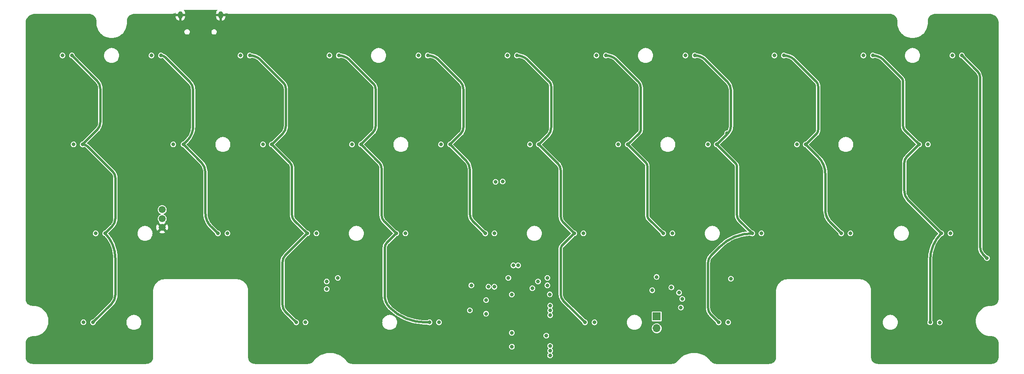
<source format=gbr>
%TF.GenerationSoftware,KiCad,Pcbnew,(7.0.0)*%
%TF.CreationDate,2024-02-06T10:52:21+01:00*%
%TF.ProjectId,travaulta WKL,74726176-6175-46c7-9461-20574b4c2e6b,rev?*%
%TF.SameCoordinates,Original*%
%TF.FileFunction,Copper,L3,Inr*%
%TF.FilePolarity,Positive*%
%FSLAX46Y46*%
G04 Gerber Fmt 4.6, Leading zero omitted, Abs format (unit mm)*
G04 Created by KiCad (PCBNEW (7.0.0)) date 2024-02-06 10:52:21*
%MOMM*%
%LPD*%
G01*
G04 APERTURE LIST*
%TA.AperFunction,ComponentPad*%
%ADD10C,1.500000*%
%TD*%
%TA.AperFunction,ComponentPad*%
%ADD11R,1.700000X1.700000*%
%TD*%
%TA.AperFunction,ComponentPad*%
%ADD12O,1.700000X1.700000*%
%TD*%
%TA.AperFunction,ComponentPad*%
%ADD13O,1.000000X1.600000*%
%TD*%
%TA.AperFunction,ViaPad*%
%ADD14C,0.800000*%
%TD*%
%TA.AperFunction,Conductor*%
%ADD15C,0.500000*%
%TD*%
G04 APERTURE END LIST*
D10*
%TO.N,GND*%
%TO.C,J1*%
X74326714Y-93975000D03*
%TO.N,RGB*%
X74326714Y-92075000D03*
%TO.N,+5V*%
X74326714Y-90175000D03*
%TD*%
D11*
%TO.N,VBAT*%
%TO.C,SW38*%
X180181249Y-113024999D03*
D12*
%TO.N,BOOT0*%
X180181249Y-115564999D03*
%TD*%
D13*
%TO.N,GND*%
%TO.C,USB1*%
X78229999Y-48443749D03*
X86869999Y-48443749D03*
%TD*%
D14*
%TO.N,GND*%
X96681059Y-104725779D03*
X114300000Y-68278054D03*
X135638233Y-104424633D03*
X122292343Y-86296022D03*
X151003000Y-99314000D03*
X139250795Y-88412622D03*
X210525546Y-103806066D03*
X239712500Y-104775000D03*
X88940311Y-103911118D03*
X113506250Y-117475000D03*
X153834888Y-121069830D03*
X153987500Y-93059250D03*
X84617181Y-83073023D03*
X81280000Y-57277000D03*
X82550000Y-49999000D03*
X196359829Y-83116621D03*
X146685079Y-65962540D03*
X87249000Y-80010000D03*
X117475000Y-68262500D03*
X94884744Y-114250729D03*
X94253743Y-105454033D03*
X175418750Y-111125000D03*
X47117000Y-76200000D03*
X215664745Y-101760584D03*
X218126996Y-103858044D03*
X244475000Y-104775000D03*
X232187509Y-86321867D03*
X186531250Y-104366597D03*
X202414130Y-107184636D03*
X103187500Y-83125992D03*
X139269702Y-83220487D03*
X119027099Y-64169317D03*
X51593750Y-107950000D03*
X77430000Y-51094000D03*
X158623000Y-82423000D03*
X234216716Y-86307268D03*
X178593750Y-104324688D03*
X175451935Y-104317849D03*
X84595481Y-88265158D03*
X84198075Y-57286253D03*
X107950000Y-68278054D03*
X137621572Y-104395436D03*
X182499000Y-80010000D03*
X117445381Y-65971118D03*
X113284000Y-114300000D03*
X94884744Y-109488229D03*
X232181682Y-85070595D03*
X101290238Y-102836574D03*
X156464799Y-64146969D03*
X144653000Y-76200000D03*
X233867827Y-64186346D03*
X120296642Y-83089298D03*
X158623000Y-84455000D03*
X88926415Y-65964205D03*
X177006250Y-108743750D03*
X142113000Y-110617000D03*
X213758720Y-65997413D03*
X194539821Y-104317849D03*
X113506250Y-111125000D03*
X154940000Y-86995000D03*
X123031250Y-104410035D03*
X175816362Y-65997905D03*
X196320496Y-85086672D03*
X114300000Y-107950000D03*
X101155500Y-83125992D03*
X228234475Y-102096352D03*
X173101000Y-95250000D03*
X208313856Y-103762270D03*
X141859000Y-80010000D03*
X150971210Y-89699174D03*
X121059099Y-64169317D03*
X152584000Y-112903000D03*
X82585181Y-83073023D03*
X144374097Y-116215501D03*
X158753070Y-104320989D03*
X137901311Y-64231533D03*
X63156734Y-86285172D03*
X47371000Y-50800000D03*
X156928922Y-103265359D03*
X82566274Y-88265158D03*
X121095883Y-65974574D03*
X208354018Y-101320296D03*
X192539949Y-102088341D03*
X148844000Y-86995079D03*
X101308819Y-104740377D03*
X234950000Y-61087000D03*
X60075298Y-64176230D03*
X215275605Y-85030152D03*
X160918079Y-102299291D03*
X177839421Y-64193631D03*
X139700000Y-57150000D03*
X206235802Y-103784623D03*
X153987500Y-100806250D03*
X99867728Y-65952852D03*
X88900000Y-68262500D03*
X248723591Y-102754966D03*
X138112500Y-107950000D03*
X215781779Y-64193139D03*
X183356250Y-120650000D03*
X217310639Y-86266825D03*
X65200540Y-88255984D03*
X190232918Y-104293450D03*
X120257309Y-85059349D03*
X153987500Y-102393750D03*
X158750000Y-57150000D03*
X99815881Y-64231533D03*
X111125000Y-65960003D03*
X82551675Y-86294346D03*
X142081250Y-106362500D03*
X142081250Y-107950000D03*
X246856250Y-107950000D03*
X232568750Y-102393750D03*
X232221015Y-83100544D03*
X101121994Y-86347315D03*
X156972000Y-86995000D03*
X197035308Y-64193631D03*
X217346938Y-83060101D03*
X120650000Y-107955425D03*
X54768750Y-101600000D03*
X98943844Y-107338930D03*
X215900000Y-57150000D03*
X127793750Y-107950000D03*
X197044249Y-65997905D03*
X141265403Y-86427211D03*
X153035000Y-86995000D03*
X146812000Y-86995000D03*
X106389136Y-104784173D03*
X114272348Y-65964205D03*
X196850000Y-57150000D03*
X239734595Y-102760391D03*
X106426000Y-76200000D03*
X98422526Y-65950379D03*
X70258761Y-108749174D03*
X123825000Y-65951243D03*
X227806250Y-120650000D03*
X153987500Y-91281250D03*
X143668750Y-104344178D03*
X159004000Y-110744000D03*
X156972000Y-84455000D03*
X157861000Y-85725000D03*
X122328642Y-83089298D03*
X78607665Y-65964205D03*
X144653000Y-72517000D03*
X125349000Y-80010000D03*
X146559275Y-69986416D03*
X234213682Y-85070595D03*
X233876768Y-65990620D03*
X120709967Y-104380837D03*
X106432932Y-107222141D03*
X179168520Y-86356192D03*
X177800000Y-53213000D03*
X82189797Y-64153271D03*
X251079000Y-50800000D03*
X85751415Y-65964205D03*
X127000000Y-68309162D03*
X179165486Y-85119519D03*
X114183211Y-104585218D03*
X226218750Y-101600000D03*
X217325238Y-88252236D03*
X92075000Y-68262500D03*
X122306942Y-88281433D03*
X173573173Y-104293450D03*
X223547995Y-101848176D03*
X134874000Y-95250000D03*
X248701496Y-104769575D03*
X227806250Y-114300000D03*
X183356250Y-110331250D03*
X120277735Y-88281433D03*
X230187500Y-102393750D03*
X123031250Y-117475000D03*
X92075000Y-65964205D03*
X51435000Y-95250000D03*
X96774000Y-95250000D03*
X251206000Y-63500000D03*
X140493750Y-104333809D03*
X215281432Y-86281424D03*
X80962500Y-60071000D03*
X231844768Y-65990620D03*
X198391829Y-83116621D03*
X98900048Y-104754976D03*
X227806250Y-107950000D03*
X91599229Y-101561070D03*
X217307605Y-85030152D03*
X244094000Y-69723000D03*
X158496799Y-64146969D03*
X171170882Y-120668224D03*
X82545848Y-85043074D03*
X70380974Y-114234306D03*
X184943750Y-117475000D03*
X130175000Y-68309162D03*
X160911418Y-104281020D03*
X164306250Y-104289692D03*
X98425000Y-68262500D03*
X95250000Y-68262500D03*
X103936569Y-104827969D03*
X49530000Y-69850000D03*
X60116776Y-66008155D03*
X132471848Y-104419208D03*
X220886133Y-103858044D03*
X148844000Y-82296000D03*
X101847881Y-64231533D03*
X63171333Y-88255984D03*
X87249000Y-72644000D03*
X70643750Y-91281250D03*
X127000000Y-65951243D03*
X234950000Y-104775000D03*
X210565708Y-101364092D03*
X75692000Y-48895000D03*
X120650000Y-117475000D03*
X143083129Y-86703106D03*
X177848362Y-65997905D03*
X200037961Y-104339926D03*
X179183119Y-88341603D03*
X133383834Y-65953835D03*
X139933311Y-64231533D03*
X83568550Y-101824404D03*
X120650000Y-111125000D03*
X179387500Y-119856250D03*
X215314938Y-83060101D03*
X198063398Y-104339926D03*
X150876000Y-84455000D03*
X84577848Y-85043074D03*
X126525678Y-120534355D03*
X65182907Y-85033900D03*
X111125000Y-68278054D03*
X96666461Y-107309733D03*
X198029931Y-107050767D03*
X85725000Y-68262500D03*
X175807421Y-64193631D03*
X123825000Y-68309162D03*
X136525000Y-68262500D03*
X192561494Y-104301005D03*
X227806250Y-104775000D03*
X203200000Y-114300000D03*
X175418750Y-107530039D03*
X246856250Y-119856250D03*
X246878345Y-102760391D03*
X95250000Y-65964205D03*
X125412500Y-107950000D03*
X103148167Y-85096043D03*
X150876000Y-87009677D03*
X71661345Y-103815799D03*
X182499000Y-72390000D03*
X86311676Y-103889220D03*
X109064523Y-103037765D03*
X141224000Y-82677000D03*
X237331250Y-104775000D03*
X200238764Y-107151169D03*
X120263136Y-86310621D03*
X246856250Y-104775000D03*
X226176141Y-103893658D03*
X139236196Y-86441810D03*
X202406250Y-103187500D03*
X232568750Y-104775000D03*
X101899728Y-65952852D03*
X152781000Y-84455000D03*
X133350000Y-68309162D03*
X73739399Y-103793446D03*
X161131250Y-107950000D03*
X101411009Y-107222141D03*
X123848305Y-120534355D03*
X177172819Y-83149468D03*
X119063883Y-65974574D03*
X175418750Y-117475000D03*
X232202108Y-88292679D03*
X198352496Y-85086672D03*
X141224000Y-88519000D03*
X81075201Y-103881038D03*
X215296031Y-88252236D03*
X234950000Y-102393750D03*
X234253015Y-83100544D03*
X120650000Y-114300000D03*
X115824000Y-99314000D03*
X242115845Y-102760391D03*
X160654407Y-87046427D03*
X203200000Y-110331250D03*
X65185941Y-86270573D03*
X137872571Y-65974082D03*
X179387500Y-118268750D03*
X144653079Y-65962540D03*
X141859000Y-72517000D03*
X177133486Y-85119519D03*
X156473740Y-65951243D03*
X130175000Y-104413054D03*
X160655000Y-84455000D03*
X68453000Y-76200000D03*
X201676000Y-76200000D03*
X252412500Y-57150000D03*
X154940000Y-84455000D03*
X146681488Y-64206158D03*
X192024000Y-91313000D03*
X170583240Y-107583554D03*
X138112500Y-120650000D03*
X231835827Y-64186346D03*
X120650000Y-53213000D03*
X77851000Y-95250000D03*
X157162500Y-89693750D03*
X224282000Y-80137000D03*
X70358000Y-105664000D03*
X170676988Y-104308377D03*
X115824000Y-91313000D03*
X146793645Y-104323439D03*
X94884744Y-120600729D03*
X177800000Y-120601289D03*
X147066000Y-107315000D03*
X244497095Y-102760391D03*
X70643750Y-99218750D03*
X70258761Y-120655424D03*
X120650000Y-60960000D03*
X198370129Y-88308756D03*
X121126329Y-68333618D03*
X123031250Y-107950000D03*
X153321343Y-104242074D03*
X91601684Y-103924834D03*
X242093750Y-104775000D03*
X195892007Y-102087464D03*
X158505740Y-65951243D03*
X125412500Y-104424633D03*
X130175000Y-65951243D03*
X213749779Y-64193139D03*
X183356250Y-118268750D03*
X69494010Y-103866335D03*
X144653000Y-67691000D03*
X229235000Y-95250000D03*
X141807427Y-69986416D03*
X196340922Y-88308756D03*
X122289309Y-85059349D03*
X148814813Y-120969428D03*
X65659000Y-76200000D03*
X147896567Y-109273002D03*
X62148776Y-66008155D03*
X101600000Y-57150000D03*
X153987500Y-99218750D03*
X78581250Y-68262500D03*
X95250000Y-103187500D03*
X103937454Y-102919300D03*
X63190240Y-83063849D03*
X119856250Y-109537500D03*
X103165800Y-88318127D03*
X204355226Y-105477810D03*
X144632258Y-70008314D03*
X243967000Y-85725000D03*
X139904571Y-65974082D03*
X158622407Y-87046427D03*
X154781250Y-103961226D03*
X89408000Y-48895000D03*
X224282000Y-72390000D03*
X93662500Y-101600000D03*
X125349000Y-72517000D03*
X75914406Y-102336472D03*
X139230369Y-85190538D03*
X83552539Y-103889220D03*
X160655000Y-82423000D03*
X195003308Y-64193631D03*
X184943750Y-114300000D03*
X157162500Y-99314000D03*
X179204819Y-83149468D03*
X177139313Y-86370791D03*
X75951089Y-103837242D03*
X101911437Y-68262500D03*
X175418750Y-120567822D03*
X192625972Y-107021113D03*
X215649658Y-103849862D03*
X104775000Y-65960003D03*
X163576000Y-76200000D03*
X195012249Y-65997905D03*
X111531688Y-103066962D03*
X71700833Y-102228857D03*
X144907000Y-86995000D03*
X158750000Y-107950000D03*
X198355530Y-86323345D03*
X81067320Y-101785474D03*
X106404619Y-102948497D03*
X144652281Y-64206158D03*
X144653000Y-82296000D03*
X144653000Y-80010000D03*
X251079000Y-95123000D03*
X148209000Y-101981000D03*
X107936174Y-65943466D03*
X65222240Y-83063849D03*
X98806000Y-50800000D03*
X211201000Y-95250000D03*
X146685000Y-72517000D03*
X230187500Y-104775000D03*
X173617597Y-107561243D03*
X84580882Y-86279747D03*
X167481250Y-104289692D03*
X62107298Y-64176230D03*
X78581250Y-63500000D03*
X146685000Y-80010000D03*
X196326323Y-86337944D03*
X250825000Y-87312500D03*
X120903194Y-120567822D03*
X190240765Y-102103407D03*
X101136593Y-88318127D03*
X103151201Y-86332716D03*
X127793750Y-104424633D03*
X213131398Y-103827964D03*
X161544000Y-85725000D03*
X63150907Y-85033900D03*
X203200000Y-120650000D03*
X141262369Y-85190538D03*
X141287500Y-120650000D03*
X101116167Y-85096043D03*
X153987500Y-89503250D03*
X84137500Y-68262500D03*
X206275964Y-101342649D03*
X177153912Y-88341603D03*
X189706250Y-107950000D03*
X87312500Y-63500000D03*
X213591743Y-101731387D03*
X104775000Y-68278054D03*
X118067619Y-104395436D03*
X223514768Y-103879942D03*
X78556941Y-103859140D03*
X237353345Y-102760391D03*
X136558834Y-65953835D03*
X148844000Y-84455000D03*
X227965000Y-76200000D03*
X183356250Y-104370593D03*
X158632093Y-88982166D03*
X73764104Y-102267787D03*
X246062500Y-76200000D03*
X146685000Y-67691000D03*
X177800000Y-60960000D03*
X215790720Y-65997413D03*
X139953601Y-68350091D03*
X87653038Y-51101306D03*
X84074000Y-69850000D03*
X151425252Y-121036363D03*
X184943750Y-106362500D03*
%TO.N,APLEX_OUT_PIN_0*%
X156787000Y-106362500D03*
X156787000Y-104775000D03*
X148431250Y-104775000D03*
X140493750Y-106362500D03*
X140168917Y-111725196D03*
X184943750Y-107950000D03*
%TO.N,ROW0*%
X243459000Y-57150000D03*
X110109000Y-57150000D03*
X186309000Y-57150000D03*
X148209000Y-57150000D03*
X167259000Y-57150000D03*
X224409000Y-57150000D03*
X129159000Y-57150000D03*
X72009000Y-57150000D03*
X52959000Y-57150000D03*
X91059000Y-57150000D03*
X145671499Y-84193250D03*
X149495497Y-102108000D03*
X205359000Y-57150000D03*
%TO.N,ROW1*%
X55372000Y-76200000D03*
X191135000Y-76200000D03*
X133985000Y-76200000D03*
X76708000Y-76200000D03*
X153035000Y-76200000D03*
X210185000Y-76200000D03*
X171958000Y-76200000D03*
X114935000Y-76200000D03*
X150495000Y-102108000D03*
X238252000Y-76200000D03*
X147189791Y-84150476D03*
X95885000Y-76200000D03*
%TO.N,VBAT*%
X149155000Y-108331000D03*
X180168284Y-104576503D03*
X149158000Y-116524000D03*
X153545858Y-106982709D03*
X156556000Y-117129000D03*
X149189578Y-119489093D03*
X157291782Y-108302925D03*
X111918750Y-104775000D03*
X154781250Y-105533209D03*
%TO.N,COL0*%
X59531250Y-114300000D03*
X62103000Y-95250000D03*
X54991000Y-57150000D03*
X57277000Y-76200000D03*
%TO.N,COL1*%
X74041000Y-57150000D03*
X109537500Y-107156250D03*
X109537500Y-105568750D03*
X86233000Y-95250000D03*
X78867000Y-76200000D03*
%TO.N,COL2*%
X103005828Y-114300000D03*
X93075000Y-57150000D03*
X105362500Y-95250000D03*
X97790000Y-76200000D03*
%TO.N,COL3*%
X124412500Y-95250000D03*
X116887500Y-76200000D03*
X131555000Y-114300000D03*
X112125000Y-57150000D03*
%TO.N,COL4*%
X143462500Y-95250000D03*
X135937500Y-76200000D03*
X131175000Y-57150000D03*
%TO.N,COL5*%
X150241000Y-57150000D03*
X162512500Y-95250000D03*
X164846000Y-114300000D03*
X154940000Y-76200000D03*
%TO.N,COL6*%
X169291000Y-57150000D03*
X173990000Y-76200000D03*
X181562500Y-95250000D03*
X183324719Y-106823574D03*
X179237160Y-107440416D03*
%TO.N,COL7*%
X188325000Y-57150000D03*
X195262500Y-73818750D03*
X200612500Y-95250000D03*
X193421000Y-114300000D03*
X193040000Y-76200000D03*
%TO.N,COL8*%
X207391000Y-57150000D03*
X196056250Y-104952200D03*
X219662500Y-95250000D03*
X185352690Y-111125000D03*
X212090000Y-76200000D03*
%TO.N,COL9*%
X241095000Y-95250000D03*
X226441000Y-57150000D03*
X236347000Y-76200000D03*
X238714369Y-114292898D03*
%TO.N,ROW2*%
X164512500Y-95250000D03*
X221662500Y-95250000D03*
X126412500Y-95250000D03*
X243078000Y-95250000D03*
X202612500Y-95250000D03*
X107362500Y-95250000D03*
X145462500Y-95250000D03*
X60071000Y-95250000D03*
X88312500Y-95250000D03*
X183562500Y-95250000D03*
%TO.N,ROW3*%
X144157368Y-106657415D03*
X143668750Y-109537500D03*
X195453000Y-114300000D03*
X105004216Y-114293511D03*
X166878000Y-114300000D03*
X133555000Y-114300000D03*
X240745252Y-114314598D03*
X57470051Y-114280535D03*
%TO.N,AMUX_SEL_2*%
X157348680Y-121365408D03*
X157353000Y-110744000D03*
%TO.N,AMUX_SEL_1*%
X157357299Y-111755701D03*
X157364941Y-120356364D03*
%TO.N,AMUX_SEL_0*%
X157353500Y-119342500D03*
X157353000Y-112776000D03*
%TO.N,APLEX_EN_PIN_1*%
X185642929Y-109271580D03*
X145415000Y-106680000D03*
%TO.N,RGB*%
X143647122Y-112448643D03*
%TO.N,COL10*%
X245491000Y-57150000D03*
X250878697Y-100530160D03*
%TD*%
D15*
%TO.N,COL0*%
X64293750Y-100538938D02*
X64293750Y-108414968D01*
X63595250Y-93757750D02*
X62103000Y-95250000D01*
X61087000Y-71437500D02*
X61087000Y-64293750D01*
X60346129Y-62505129D02*
X54991000Y-57150000D01*
X58415214Y-76671464D02*
X63732484Y-81988734D01*
X63500000Y-110331250D02*
X59531250Y-114300000D01*
X64293750Y-83343750D02*
X64293750Y-92071422D01*
X57277000Y-76200000D02*
X60413481Y-73063519D01*
X63595244Y-93757744D02*
G75*
G03*
X64293750Y-92071422I-1686344J1686344D01*
G01*
X58415219Y-76671459D02*
G75*
G03*
X57277000Y-76200000I-1138219J-1138241D01*
G01*
X64293734Y-100538938D02*
G75*
G03*
X62103000Y-95250000I-7479634J38D01*
G01*
X64293794Y-83343750D02*
G75*
G03*
X63732483Y-81988735I-1916294J-50D01*
G01*
X61086962Y-64293750D02*
G75*
G03*
X60346129Y-62505129I-2529462J50D01*
G01*
X60413473Y-73063511D02*
G75*
G03*
X61087000Y-71437500I-1625973J1626011D01*
G01*
X63500020Y-110331270D02*
G75*
G03*
X64293750Y-108414968I-1916320J1916270D01*
G01*
%TO.N,COL1*%
X83566000Y-90854301D02*
X83566000Y-82133785D01*
X86233000Y-95250000D02*
X84788375Y-93805375D01*
X80168750Y-62706250D02*
X75016612Y-57554112D01*
X82692875Y-80025875D02*
X78867000Y-76200000D01*
X80962500Y-72231250D02*
X80962500Y-64622532D01*
X78867000Y-76200000D02*
X79637912Y-75429088D01*
X83566020Y-82133785D02*
G75*
G03*
X82692874Y-80025876I-2981020J-15D01*
G01*
X75016607Y-57554117D02*
G75*
G03*
X74041000Y-57150000I-975607J-975583D01*
G01*
X79637882Y-75429058D02*
G75*
G03*
X80962500Y-72231250I-3197782J3197858D01*
G01*
X80962486Y-64622532D02*
G75*
G03*
X80168749Y-62706251I-2709986J32D01*
G01*
X83565986Y-90854301D02*
G75*
G03*
X84788376Y-93805374I4173414J1D01*
G01*
%TO.N,COL2*%
X100076000Y-101423388D02*
X100076000Y-110509996D01*
X100702500Y-112022500D02*
X102980000Y-114300000D01*
X105362500Y-95250000D02*
X100703125Y-99909375D01*
X101679375Y-80089375D02*
X97790000Y-76200000D01*
X102108000Y-91281250D02*
X102108000Y-81124167D01*
X105362500Y-95250000D02*
X102613052Y-92500552D01*
X100099143Y-73938357D02*
X97837500Y-76200000D01*
X95432941Y-58126691D02*
X100244984Y-62938734D01*
X102980000Y-114300000D02*
X103005828Y-114300000D01*
X100806250Y-64293750D02*
X100806250Y-72231250D01*
X100076002Y-110509996D02*
G75*
G03*
X100702500Y-112022500I2138998J-4D01*
G01*
X95432934Y-58126698D02*
G75*
G03*
X93075000Y-57150000I-2357934J-2357902D01*
G01*
X100806294Y-64293750D02*
G75*
G03*
X100244983Y-62938735I-1916294J-50D01*
G01*
X102108028Y-81124167D02*
G75*
G03*
X101679375Y-80089375I-1463428J-33D01*
G01*
X102107979Y-91281250D02*
G75*
G03*
X102613052Y-92500552I1724421J50D01*
G01*
X100703139Y-99909389D02*
G75*
G03*
X100076000Y-101423388I1513961J-1514011D01*
G01*
X100099176Y-73938390D02*
G75*
G03*
X100806250Y-72231250I-1707176J1707090D01*
G01*
%TO.N,COL3*%
X114482941Y-58126691D02*
X119565987Y-63209737D01*
X120015000Y-64293750D02*
X120015000Y-72231250D01*
X121285000Y-91281250D02*
X121285000Y-81349684D01*
X124412500Y-95250000D02*
X122470458Y-97192042D01*
X130696378Y-114300000D02*
X131555000Y-114300000D01*
X120753125Y-80065625D02*
X116887500Y-76200000D01*
X124412500Y-95250000D02*
X121879854Y-92717354D01*
X121959750Y-98425000D02*
X121959750Y-108538171D01*
X119420146Y-73667354D02*
X116887500Y-76200000D01*
X119420180Y-73667388D02*
G75*
G03*
X120015000Y-72231250I-1436180J1436088D01*
G01*
X122470461Y-97192045D02*
G75*
G03*
X121959750Y-98425000I1232939J-1232955D01*
G01*
X121959778Y-108538171D02*
G75*
G03*
X123031251Y-111124999I3658322J-29D01*
G01*
X120015042Y-64293750D02*
G75*
G03*
X119565986Y-63209738I-1533042J-50D01*
G01*
X123031267Y-111124983D02*
G75*
G03*
X130696378Y-114300000I7665133J7665083D01*
G01*
X114482934Y-58126698D02*
G75*
G03*
X112125000Y-57150000I-2357934J-2357902D01*
G01*
X121284978Y-91281250D02*
G75*
G03*
X121879855Y-92717353I2031022J50D01*
G01*
X121285020Y-81349684D02*
G75*
G03*
X120753124Y-80065626I-1815920J-16D01*
G01*
%TO.N,COL4*%
X135937500Y-76200000D02*
X138215625Y-73921875D01*
X140787500Y-92575000D02*
X143462500Y-95250000D01*
X135937500Y-76200000D02*
X139298837Y-79561337D01*
X138811000Y-72484513D02*
X138811000Y-64392578D01*
X140208000Y-81756250D02*
X140208000Y-91175964D01*
X138112500Y-62706250D02*
X133532941Y-58126691D01*
X138215611Y-73921861D02*
G75*
G03*
X138811000Y-72484513I-1437311J1437361D01*
G01*
X133532934Y-58126698D02*
G75*
G03*
X131175000Y-57150000I-2357934J-2357902D01*
G01*
X140208016Y-91175964D02*
G75*
G03*
X140787501Y-92574999I1978484J-36D01*
G01*
X140207957Y-81756250D02*
G75*
G03*
X139298837Y-79561337I-3104057J50D01*
G01*
X138811023Y-64392578D02*
G75*
G03*
X138112500Y-62706250I-2384823J-22D01*
G01*
%TO.N,COL5*%
X160210500Y-109664500D02*
X164846000Y-114300000D01*
X162512500Y-95250000D02*
X159852193Y-97910307D01*
X157607000Y-72536457D02*
X157607000Y-63779367D01*
X154940000Y-76200000D02*
X159032832Y-80292832D01*
X159639000Y-98425000D02*
X159639000Y-108284777D01*
X160234375Y-92971875D02*
X162512500Y-95250000D01*
X154987500Y-76200000D02*
X156868750Y-74318750D01*
X157162500Y-62706250D02*
X152571628Y-58115378D01*
X159639000Y-81756250D02*
X159639000Y-91534513D01*
X159852190Y-97910304D02*
G75*
G03*
X159639000Y-98425000I514710J-514696D01*
G01*
X157607027Y-63779367D02*
G75*
G03*
X157162499Y-62706251I-1517627J-33D01*
G01*
X152571627Y-58115379D02*
G75*
G03*
X150241000Y-57150000I-2330627J-2330621D01*
G01*
X159639030Y-81756250D02*
G75*
G03*
X159032831Y-80292833I-2069630J-50D01*
G01*
X159638981Y-91534513D02*
G75*
G03*
X160234376Y-92971874I2032719J13D01*
G01*
X159639010Y-108284777D02*
G75*
G03*
X160210500Y-109664500I1951190J-23D01*
G01*
X156868763Y-74318763D02*
G75*
G03*
X157607000Y-72536457I-1782263J1782263D01*
G01*
%TO.N,COL6*%
X173990000Y-76200000D02*
X177879375Y-80089375D01*
X176784000Y-73025000D02*
X176784000Y-64085973D01*
X178181000Y-80817562D02*
X178181000Y-91430625D01*
X174037500Y-76200000D02*
X176481005Y-73756495D01*
X178490625Y-92178125D02*
X181562500Y-95250000D01*
X176212500Y-62706250D02*
X171621628Y-58115378D01*
X178180976Y-91430625D02*
G75*
G03*
X178490625Y-92178125I1057124J25D01*
G01*
X178181030Y-80817562D02*
G75*
G03*
X177879375Y-80089375I-1029830J-38D01*
G01*
X176784025Y-64085973D02*
G75*
G03*
X176212499Y-62706251I-1951225J-27D01*
G01*
X176481007Y-73756497D02*
G75*
G03*
X176784000Y-73025000I-731507J731497D01*
G01*
X171621627Y-58115379D02*
G75*
G03*
X169291000Y-57150000I-2330627J-2330621D01*
G01*
%TO.N,COL7*%
X195468750Y-73818750D02*
X195403343Y-73884157D01*
X195262500Y-74025000D02*
X195262500Y-73818750D01*
X195262500Y-62706250D02*
X190682941Y-58126691D01*
X197863051Y-92500551D02*
X200612500Y-95250000D01*
X193040000Y-76200000D02*
X197043691Y-80203691D01*
X197358000Y-80962500D02*
X197358000Y-91281250D01*
X195262500Y-73818750D02*
X195468750Y-73818750D01*
X191166742Y-101600000D02*
X191166742Y-111125000D01*
X196088000Y-72231250D02*
X196088000Y-64699183D01*
X193087500Y-76200000D02*
X195262500Y-74025000D01*
X191817805Y-112696805D02*
X193421000Y-114300000D01*
X193702384Y-98112264D02*
X191839974Y-99974674D01*
X197358021Y-91281250D02*
G75*
G03*
X197863052Y-92500550I1724279J-50D01*
G01*
X191166740Y-111125000D02*
G75*
G03*
X191817806Y-112696804I2222860J0D01*
G01*
X200612500Y-95250007D02*
G75*
G03*
X193702385Y-98112265I0J-9772393D01*
G01*
X190682934Y-58126698D02*
G75*
G03*
X188325000Y-57150000I-2357934J-2357902D01*
G01*
X191839974Y-99974674D02*
G75*
G03*
X191166742Y-101600000I1625326J-1625326D01*
G01*
X197358005Y-80962500D02*
G75*
G03*
X197043691Y-80203691I-1073105J0D01*
G01*
X195403376Y-73884190D02*
G75*
G03*
X196088000Y-72231250I-1652976J1652890D01*
G01*
X196088021Y-64699183D02*
G75*
G03*
X195262500Y-62706250I-2818421J-17D01*
G01*
%TO.N,COL8*%
X219662500Y-95202500D02*
X219662500Y-95250000D01*
X212137500Y-76200000D02*
X214364202Y-73973298D01*
X214312500Y-62706250D02*
X209721628Y-58115378D01*
X212090000Y-76200000D02*
X214754356Y-78864356D01*
X214757000Y-73025000D02*
X214757000Y-63779367D01*
X217408125Y-92948125D02*
X219662500Y-95202500D01*
X216281000Y-82550000D02*
X216281000Y-90227005D01*
X216280984Y-90227005D02*
G75*
G03*
X217408125Y-92948125I3848216J5D01*
G01*
X214757027Y-63779367D02*
G75*
G03*
X214312499Y-62706251I-1517627J-33D01*
G01*
X216280996Y-82550000D02*
G75*
G03*
X214754356Y-78864356I-5212296J0D01*
G01*
X209721627Y-58115379D02*
G75*
G03*
X207391000Y-57150000I-2330627J-2330621D01*
G01*
X214364203Y-73973299D02*
G75*
G03*
X214757000Y-73025000I-948303J948299D01*
G01*
%TO.N,COL9*%
X232918000Y-72231250D02*
X232918000Y-62755664D01*
X236347000Y-76200000D02*
X233733267Y-78813733D01*
X234053750Y-88208750D02*
X241095000Y-95250000D01*
X238714369Y-100997351D02*
X238714369Y-114292898D01*
X236330000Y-76200000D02*
X233311682Y-73181681D01*
X232568750Y-61912500D02*
X228771628Y-58115378D01*
X233172000Y-80168750D02*
X233172000Y-86080018D01*
X228771627Y-58115379D02*
G75*
G03*
X226441000Y-57150000I-2330627J-2330621D01*
G01*
X233733288Y-78813754D02*
G75*
G03*
X233172000Y-80168750I1355012J-1355046D01*
G01*
X233171993Y-86080018D02*
G75*
G03*
X234053750Y-88208750I3010507J18D01*
G01*
X232917962Y-72231250D02*
G75*
G03*
X233311682Y-73181681I1344138J50D01*
G01*
X232918029Y-62755664D02*
G75*
G03*
X232568750Y-61912500I-1192429J-36D01*
G01*
X241094985Y-95249985D02*
G75*
G03*
X238714369Y-100997351I5747315J-5747315D01*
G01*
%TO.N,COL10*%
X249428000Y-61912500D02*
X249428000Y-98251036D01*
X248844283Y-60503283D02*
X245491000Y-57150000D01*
X250013787Y-99665250D02*
X250878697Y-100530160D01*
X249428009Y-61912500D02*
G75*
G03*
X248844282Y-60503284I-1992909J0D01*
G01*
X249427975Y-98251036D02*
G75*
G03*
X250013787Y-99665250I2000025J36D01*
G01*
%TD*%
%TA.AperFunction,Conductor*%
%TO.N,GND*%
G36*
X86154969Y-47407397D02*
G01*
X86159248Y-47413022D01*
X86159508Y-47420085D01*
X86155653Y-47426008D01*
X86154232Y-47427173D01*
X86153421Y-47427984D01*
X86028191Y-47580577D01*
X86027550Y-47581537D01*
X85934498Y-47755625D01*
X85934055Y-47756695D01*
X85876753Y-47945591D01*
X85876528Y-47946721D01*
X85862027Y-48093952D01*
X85862000Y-48094516D01*
X85862000Y-48187423D01*
X85862681Y-48189068D01*
X85864327Y-48189750D01*
X87875673Y-48189750D01*
X87877318Y-48189068D01*
X87878000Y-48187423D01*
X87878000Y-48094516D01*
X87877972Y-48093952D01*
X87871336Y-48026583D01*
X87873359Y-48018779D01*
X87879949Y-48014135D01*
X87887975Y-48014856D01*
X88080753Y-48105946D01*
X88289738Y-48177777D01*
X88505363Y-48226155D01*
X88725003Y-48250493D01*
X88835396Y-48250499D01*
X88835397Y-48250500D01*
X88835496Y-48250500D01*
X230199500Y-48250500D01*
X230199585Y-48250500D01*
X230200419Y-48250530D01*
X230269725Y-48255486D01*
X230420046Y-48267317D01*
X230421595Y-48267545D01*
X230519707Y-48288888D01*
X230519830Y-48288916D01*
X230639209Y-48317577D01*
X230640535Y-48317982D01*
X230739585Y-48354926D01*
X230739908Y-48355053D01*
X230848356Y-48399974D01*
X230849462Y-48400503D01*
X230944035Y-48452143D01*
X230944523Y-48452426D01*
X231042891Y-48512706D01*
X231043767Y-48513300D01*
X231130728Y-48578399D01*
X231131296Y-48578853D01*
X231218444Y-48653284D01*
X231219118Y-48653908D01*
X231296090Y-48730880D01*
X231296714Y-48731554D01*
X231371138Y-48818693D01*
X231371606Y-48819279D01*
X231399476Y-48856509D01*
X231436690Y-48906220D01*
X231437300Y-48907119D01*
X231497567Y-49005466D01*
X231497860Y-49005972D01*
X231549490Y-49100525D01*
X231550030Y-49101655D01*
X231594932Y-49210059D01*
X231595085Y-49210447D01*
X231632011Y-49309448D01*
X231632426Y-49310806D01*
X231661066Y-49430101D01*
X231661122Y-49430345D01*
X231682451Y-49528393D01*
X231682682Y-49529962D01*
X231694517Y-49680331D01*
X231694523Y-49680414D01*
X231699470Y-49749581D01*
X231699500Y-49750415D01*
X231699500Y-49750500D01*
X231699500Y-50149500D01*
X231699500Y-50150000D01*
X231699500Y-50326237D01*
X231699534Y-50326553D01*
X231699535Y-50326564D01*
X231737573Y-50676316D01*
X231737609Y-50676645D01*
X231813381Y-51020878D01*
X231813478Y-51021166D01*
X231813480Y-51021173D01*
X231925826Y-51354607D01*
X231925831Y-51354621D01*
X231925926Y-51354901D01*
X231926055Y-51355181D01*
X231926056Y-51355182D01*
X232073795Y-51674516D01*
X232073799Y-51674523D01*
X232073926Y-51674798D01*
X232074084Y-51675061D01*
X232074088Y-51675068D01*
X232235179Y-51942802D01*
X232255646Y-51976818D01*
X232255832Y-51977063D01*
X232255835Y-51977067D01*
X232468761Y-52257167D01*
X232468767Y-52257174D01*
X232468954Y-52257420D01*
X232711350Y-52513314D01*
X232979992Y-52741501D01*
X233271731Y-52939305D01*
X233583146Y-53104407D01*
X233910586Y-53234871D01*
X234250212Y-53329168D01*
X234598043Y-53386191D01*
X234950000Y-53405274D01*
X235301957Y-53386191D01*
X235649788Y-53329168D01*
X235989414Y-53234871D01*
X236316854Y-53104407D01*
X236628269Y-52939305D01*
X236920008Y-52741501D01*
X237188650Y-52513314D01*
X237431046Y-52257420D01*
X237644354Y-51976818D01*
X237826074Y-51674798D01*
X237974074Y-51354901D01*
X238086619Y-51020878D01*
X238162391Y-50676645D01*
X238200500Y-50326237D01*
X238200500Y-50150000D01*
X238200500Y-50149500D01*
X238200500Y-49750415D01*
X238200530Y-49749580D01*
X238205486Y-49680278D01*
X238217317Y-49529949D01*
X238217544Y-49528408D01*
X238238877Y-49430345D01*
X238238933Y-49430101D01*
X238267579Y-49310781D01*
X238267978Y-49309474D01*
X238304941Y-49210374D01*
X238305037Y-49210131D01*
X238349980Y-49101628D01*
X238350495Y-49100551D01*
X238402163Y-49005927D01*
X238402405Y-49005510D01*
X238462718Y-48907088D01*
X238463285Y-48906252D01*
X238528424Y-48819238D01*
X238528828Y-48818732D01*
X238603307Y-48731528D01*
X238603882Y-48730907D01*
X238680907Y-48653882D01*
X238681528Y-48653307D01*
X238768732Y-48578828D01*
X238769238Y-48578424D01*
X238856252Y-48513285D01*
X238857088Y-48512718D01*
X238955510Y-48452405D01*
X238955927Y-48452163D01*
X239050551Y-48400495D01*
X239051628Y-48399980D01*
X239160131Y-48355037D01*
X239160374Y-48354941D01*
X239259474Y-48317978D01*
X239260781Y-48317579D01*
X239380212Y-48288906D01*
X239380237Y-48288900D01*
X239478408Y-48267544D01*
X239479949Y-48267317D01*
X239630193Y-48255492D01*
X239699580Y-48250530D01*
X239700415Y-48250500D01*
X239700500Y-48250500D01*
X251474500Y-48250500D01*
X251474616Y-48250500D01*
X251475381Y-48250525D01*
X251476745Y-48250614D01*
X251558772Y-48255990D01*
X251729941Y-48268233D01*
X251731340Y-48268421D01*
X251846331Y-48291295D01*
X251984381Y-48321326D01*
X251985610Y-48321667D01*
X252102157Y-48361230D01*
X252102369Y-48361306D01*
X252229159Y-48408596D01*
X252230235Y-48409060D01*
X252317587Y-48452138D01*
X252342622Y-48464484D01*
X252343054Y-48464708D01*
X252459780Y-48528445D01*
X252460643Y-48528968D01*
X252516666Y-48566401D01*
X252565735Y-48599188D01*
X252566247Y-48599550D01*
X252671907Y-48678647D01*
X252672609Y-48679216D01*
X252767961Y-48762837D01*
X252768520Y-48763361D01*
X252861637Y-48856478D01*
X252862161Y-48857037D01*
X252945782Y-48952389D01*
X252946351Y-48953091D01*
X253025448Y-49058751D01*
X253025810Y-49059263D01*
X253096021Y-49164340D01*
X253096562Y-49165233D01*
X253160290Y-49281944D01*
X253160514Y-49282376D01*
X253215935Y-49394758D01*
X253216404Y-49395844D01*
X253263671Y-49522570D01*
X253263788Y-49522898D01*
X253303324Y-49639366D01*
X253303678Y-49640640D01*
X253333690Y-49778605D01*
X253333732Y-49778809D01*
X253356573Y-49893635D01*
X253356768Y-49895083D01*
X253369019Y-50066375D01*
X253374011Y-50142548D01*
X253374475Y-50149619D01*
X253374500Y-50150384D01*
X253374500Y-109258584D01*
X253374470Y-109259419D01*
X253369523Y-109328585D01*
X253369517Y-109328668D01*
X253357682Y-109479036D01*
X253357451Y-109480605D01*
X253336125Y-109578640D01*
X253336069Y-109578884D01*
X253307426Y-109698192D01*
X253307011Y-109699550D01*
X253270085Y-109798551D01*
X253269932Y-109798939D01*
X253225030Y-109907343D01*
X253224490Y-109908473D01*
X253172860Y-110003026D01*
X253172567Y-110003532D01*
X253112300Y-110101879D01*
X253111690Y-110102778D01*
X253046607Y-110189718D01*
X253046138Y-110190305D01*
X252971714Y-110277444D01*
X252971090Y-110278118D01*
X252894118Y-110355090D01*
X252893444Y-110355714D01*
X252806305Y-110430138D01*
X252805718Y-110430607D01*
X252718778Y-110495690D01*
X252717879Y-110496300D01*
X252619532Y-110556567D01*
X252619026Y-110556860D01*
X252524473Y-110608490D01*
X252523343Y-110609030D01*
X252414939Y-110653932D01*
X252414551Y-110654085D01*
X252315550Y-110691011D01*
X252314192Y-110691426D01*
X252194884Y-110720069D01*
X252194640Y-110720125D01*
X252096605Y-110741451D01*
X252095036Y-110741682D01*
X251944676Y-110753516D01*
X251944593Y-110753522D01*
X251875419Y-110758470D01*
X251874584Y-110758500D01*
X251558464Y-110758500D01*
X251558445Y-110758500D01*
X251558139Y-110758501D01*
X251557823Y-110758535D01*
X251557811Y-110758536D01*
X251208061Y-110796577D01*
X251208055Y-110796577D01*
X251207733Y-110796613D01*
X251207414Y-110796683D01*
X251207409Y-110796684D01*
X250863838Y-110872312D01*
X250863502Y-110872386D01*
X250863218Y-110872481D01*
X250863206Y-110872485D01*
X250529775Y-110984833D01*
X250529759Y-110984839D01*
X250529481Y-110984933D01*
X250529206Y-110985060D01*
X250529199Y-110985063D01*
X250209868Y-111132803D01*
X250209853Y-111132810D01*
X250209587Y-111132934D01*
X250209330Y-111133088D01*
X250209316Y-111133096D01*
X249907839Y-111314491D01*
X249907831Y-111314495D01*
X249907569Y-111314654D01*
X249907331Y-111314834D01*
X249907319Y-111314843D01*
X249627222Y-111527770D01*
X249627206Y-111527783D01*
X249626970Y-111527963D01*
X249626745Y-111528175D01*
X249626738Y-111528182D01*
X249371309Y-111770138D01*
X249371297Y-111770149D01*
X249371077Y-111770359D01*
X249370877Y-111770594D01*
X249370867Y-111770605D01*
X249143103Y-112038752D01*
X249143097Y-112038759D01*
X249142893Y-112039000D01*
X249142722Y-112039251D01*
X249142713Y-112039264D01*
X248945268Y-112330475D01*
X248945257Y-112330491D01*
X248945091Y-112330738D01*
X248944945Y-112331012D01*
X248944941Y-112331020D01*
X248780138Y-112641871D01*
X248780131Y-112641885D01*
X248779990Y-112642152D01*
X248779877Y-112642433D01*
X248779873Y-112642444D01*
X248649647Y-112969290D01*
X248649641Y-112969305D01*
X248649528Y-112969591D01*
X248649444Y-112969890D01*
X248649442Y-112969899D01*
X248555315Y-113308915D01*
X248555312Y-113308924D01*
X248555232Y-113309216D01*
X248555182Y-113309518D01*
X248555181Y-113309525D01*
X248498257Y-113656742D01*
X248498255Y-113656754D01*
X248498208Y-113657045D01*
X248498191Y-113657343D01*
X248498191Y-113657351D01*
X248480186Y-113989443D01*
X248479126Y-114009000D01*
X248479143Y-114009314D01*
X248496712Y-114333376D01*
X248498208Y-114360955D01*
X248498256Y-114361247D01*
X248498257Y-114361257D01*
X248540357Y-114618052D01*
X248555232Y-114708784D01*
X248555313Y-114709078D01*
X248555315Y-114709084D01*
X248643981Y-115028431D01*
X248649528Y-115048409D01*
X248649644Y-115048700D01*
X248649647Y-115048709D01*
X248773532Y-115359640D01*
X248779990Y-115375848D01*
X248780134Y-115376121D01*
X248780138Y-115376128D01*
X248898335Y-115599071D01*
X248945091Y-115687262D01*
X248945263Y-115687515D01*
X248945268Y-115687524D01*
X249142713Y-115978735D01*
X249142893Y-115979000D01*
X249143103Y-115979247D01*
X249348061Y-116220545D01*
X249371077Y-116247641D01*
X249371306Y-116247858D01*
X249371309Y-116247861D01*
X249437925Y-116310963D01*
X249626970Y-116490037D01*
X249627217Y-116490224D01*
X249627222Y-116490229D01*
X249771794Y-116600131D01*
X249907569Y-116703346D01*
X250209587Y-116885066D01*
X250529481Y-117033067D01*
X250863502Y-117145614D01*
X251207733Y-117221387D01*
X251558139Y-117259499D01*
X251734274Y-117259499D01*
X251734275Y-117259499D01*
X251734276Y-117259500D01*
X251734375Y-117259500D01*
X251874500Y-117259500D01*
X251874585Y-117259500D01*
X251875419Y-117259530D01*
X251944725Y-117264486D01*
X252095046Y-117276317D01*
X252096595Y-117276545D01*
X252194707Y-117297888D01*
X252194830Y-117297916D01*
X252314209Y-117326577D01*
X252315535Y-117326982D01*
X252414585Y-117363926D01*
X252414908Y-117364053D01*
X252523356Y-117408974D01*
X252524462Y-117409503D01*
X252619035Y-117461143D01*
X252619523Y-117461426D01*
X252717891Y-117521706D01*
X252718767Y-117522300D01*
X252805728Y-117587399D01*
X252806296Y-117587853D01*
X252882649Y-117653064D01*
X252893444Y-117662284D01*
X252894118Y-117662908D01*
X252971090Y-117739880D01*
X252971714Y-117740554D01*
X253046138Y-117827693D01*
X253046607Y-117828280D01*
X253111690Y-117915220D01*
X253112300Y-117916119D01*
X253172567Y-118014466D01*
X253172860Y-118014972D01*
X253224490Y-118109525D01*
X253225030Y-118110655D01*
X253269932Y-118219059D01*
X253270085Y-118219447D01*
X253307011Y-118318448D01*
X253307426Y-118319806D01*
X253336066Y-118439101D01*
X253336122Y-118439345D01*
X253357451Y-118537393D01*
X253357682Y-118538962D01*
X253369517Y-118689331D01*
X253369523Y-118689414D01*
X253374470Y-118758581D01*
X253374500Y-118759416D01*
X253374500Y-121699584D01*
X253374470Y-121700419D01*
X253369523Y-121769585D01*
X253369517Y-121769668D01*
X253357682Y-121920036D01*
X253357451Y-121921605D01*
X253336125Y-122019640D01*
X253336069Y-122019884D01*
X253307426Y-122139192D01*
X253307011Y-122140550D01*
X253270085Y-122239551D01*
X253269932Y-122239939D01*
X253225030Y-122348343D01*
X253224490Y-122349473D01*
X253172860Y-122444026D01*
X253172567Y-122444532D01*
X253112300Y-122542879D01*
X253111690Y-122543778D01*
X253046607Y-122630718D01*
X253046138Y-122631305D01*
X252971714Y-122718444D01*
X252971090Y-122719118D01*
X252894118Y-122796090D01*
X252893444Y-122796714D01*
X252806305Y-122871138D01*
X252805718Y-122871607D01*
X252718778Y-122936690D01*
X252717879Y-122937300D01*
X252619532Y-122997567D01*
X252619026Y-122997860D01*
X252524473Y-123049490D01*
X252523343Y-123050030D01*
X252414939Y-123094932D01*
X252414551Y-123095085D01*
X252315550Y-123132011D01*
X252314192Y-123132426D01*
X252194884Y-123161069D01*
X252194640Y-123161125D01*
X252096605Y-123182451D01*
X252095036Y-123182682D01*
X251944676Y-123194516D01*
X251944593Y-123194522D01*
X251875419Y-123199470D01*
X251874584Y-123199500D01*
X227550416Y-123199500D01*
X227549581Y-123199470D01*
X227480405Y-123194522D01*
X227480322Y-123194516D01*
X227329962Y-123182682D01*
X227328393Y-123182451D01*
X227230358Y-123161125D01*
X227230114Y-123161069D01*
X227110806Y-123132426D01*
X227109448Y-123132011D01*
X227010447Y-123095085D01*
X227010059Y-123094932D01*
X226901655Y-123050030D01*
X226900525Y-123049490D01*
X226805972Y-122997860D01*
X226805466Y-122997567D01*
X226707119Y-122937300D01*
X226706220Y-122936690D01*
X226668358Y-122908347D01*
X226619279Y-122871606D01*
X226618693Y-122871138D01*
X226531554Y-122796714D01*
X226530880Y-122796090D01*
X226453908Y-122719118D01*
X226453284Y-122718444D01*
X226395221Y-122650461D01*
X226378853Y-122631296D01*
X226378399Y-122630728D01*
X226313300Y-122543767D01*
X226312706Y-122542891D01*
X226252426Y-122444523D01*
X226252138Y-122444026D01*
X226239538Y-122420950D01*
X226200503Y-122349462D01*
X226199974Y-122348356D01*
X226155053Y-122239908D01*
X226154926Y-122239585D01*
X226117982Y-122140535D01*
X226117577Y-122139209D01*
X226088916Y-122019830D01*
X226088888Y-122019707D01*
X226067545Y-121921595D01*
X226067317Y-121920046D01*
X226055492Y-121769796D01*
X226050529Y-121700418D01*
X226050500Y-121699585D01*
X226050500Y-114300000D01*
X228582051Y-114300000D01*
X228582087Y-114300457D01*
X228600124Y-114529643D01*
X228601817Y-114551148D01*
X228601922Y-114551588D01*
X228601923Y-114551590D01*
X228649676Y-114750499D01*
X228660627Y-114796111D01*
X228660801Y-114796531D01*
X228660803Y-114796537D01*
X228756856Y-115028431D01*
X228756859Y-115028438D01*
X228757034Y-115028859D01*
X228757272Y-115029248D01*
X228757274Y-115029251D01*
X228838379Y-115161602D01*
X228888664Y-115243659D01*
X229052276Y-115435224D01*
X229243841Y-115598836D01*
X229458641Y-115730466D01*
X229691389Y-115826873D01*
X229936352Y-115885683D01*
X230124618Y-115900500D01*
X230250154Y-115900500D01*
X230250382Y-115900500D01*
X230438648Y-115885683D01*
X230683611Y-115826873D01*
X230916359Y-115730466D01*
X231131159Y-115598836D01*
X231322724Y-115435224D01*
X231486336Y-115243659D01*
X231617966Y-115028859D01*
X231714373Y-114796111D01*
X231773183Y-114551148D01*
X231792949Y-114300000D01*
X231773183Y-114048852D01*
X231714373Y-113803889D01*
X231617966Y-113571141D01*
X231486336Y-113356341D01*
X231446351Y-113309525D01*
X231323016Y-113165118D01*
X231322724Y-113164776D01*
X231193403Y-113054325D01*
X231131499Y-113001454D01*
X231131495Y-113001451D01*
X231131159Y-113001164D01*
X231079146Y-112969290D01*
X230916751Y-112869774D01*
X230916748Y-112869772D01*
X230916359Y-112869534D01*
X230915938Y-112869359D01*
X230915931Y-112869356D01*
X230684037Y-112773303D01*
X230684031Y-112773301D01*
X230683611Y-112773127D01*
X230683167Y-112773020D01*
X230683166Y-112773020D01*
X230439090Y-112714423D01*
X230439088Y-112714422D01*
X230438648Y-112714317D01*
X230438195Y-112714281D01*
X230438193Y-112714281D01*
X230250608Y-112699517D01*
X230250588Y-112699516D01*
X230250382Y-112699500D01*
X230124618Y-112699500D01*
X230124411Y-112699516D01*
X230124391Y-112699517D01*
X229936806Y-112714281D01*
X229936802Y-112714281D01*
X229936352Y-112714317D01*
X229935913Y-112714422D01*
X229935909Y-112714423D01*
X229691833Y-112773020D01*
X229691828Y-112773021D01*
X229691389Y-112773127D01*
X229690971Y-112773299D01*
X229690962Y-112773303D01*
X229459068Y-112869356D01*
X229459056Y-112869362D01*
X229458641Y-112869534D01*
X229458256Y-112869769D01*
X229458248Y-112869774D01*
X229244225Y-113000928D01*
X229244218Y-113000932D01*
X229243841Y-113001164D01*
X229243509Y-113001446D01*
X229243500Y-113001454D01*
X229052618Y-113164483D01*
X229052611Y-113164489D01*
X229052276Y-113164776D01*
X229051989Y-113165111D01*
X229051983Y-113165118D01*
X228888954Y-113356000D01*
X228888946Y-113356009D01*
X228888664Y-113356341D01*
X228888432Y-113356718D01*
X228888428Y-113356725D01*
X228757274Y-113570748D01*
X228757269Y-113570756D01*
X228757034Y-113571141D01*
X228756862Y-113571556D01*
X228756856Y-113571568D01*
X228660803Y-113803462D01*
X228660799Y-113803471D01*
X228660627Y-113803889D01*
X228660521Y-113804328D01*
X228660520Y-113804333D01*
X228601923Y-114048409D01*
X228601817Y-114048852D01*
X228601781Y-114049302D01*
X228601781Y-114049306D01*
X228593296Y-114157124D01*
X228582051Y-114300000D01*
X226050500Y-114300000D01*
X226050500Y-107399104D01*
X226050500Y-107398748D01*
X226014037Y-107098449D01*
X225941643Y-106804734D01*
X225834373Y-106521887D01*
X225693792Y-106254033D01*
X225521950Y-106005076D01*
X225321352Y-105778648D01*
X225296711Y-105756818D01*
X225095186Y-105578282D01*
X225095184Y-105578281D01*
X225094924Y-105578050D01*
X225094633Y-105577849D01*
X225094629Y-105577846D01*
X224971638Y-105492952D01*
X224845967Y-105406208D01*
X224580013Y-105266624D01*
X224578420Y-105265788D01*
X224578418Y-105265787D01*
X224578113Y-105265627D01*
X224577238Y-105265295D01*
X224295591Y-105158480D01*
X224295587Y-105158478D01*
X224295266Y-105158357D01*
X224222687Y-105140468D01*
X224001893Y-105086047D01*
X224001888Y-105086046D01*
X224001551Y-105085963D01*
X224001211Y-105085921D01*
X224001202Y-105085920D01*
X223701602Y-105049542D01*
X223701593Y-105049541D01*
X223701252Y-105049500D01*
X223550099Y-105049500D01*
X208250500Y-105049500D01*
X208250000Y-105049500D01*
X208098748Y-105049500D01*
X208098406Y-105049541D01*
X208098397Y-105049542D01*
X207798797Y-105085920D01*
X207798785Y-105085922D01*
X207798449Y-105085963D01*
X207798114Y-105086045D01*
X207798106Y-105086047D01*
X207505074Y-105158273D01*
X207505070Y-105158273D01*
X207504734Y-105158357D01*
X207504417Y-105158477D01*
X207504408Y-105158480D01*
X207222210Y-105265504D01*
X207222202Y-105265507D01*
X207221887Y-105265627D01*
X207221587Y-105265784D01*
X207221579Y-105265788D01*
X206954347Y-105406043D01*
X206954033Y-105406208D01*
X206953742Y-105406408D01*
X206953740Y-105406410D01*
X206705370Y-105577846D01*
X206705358Y-105577855D01*
X206705076Y-105578050D01*
X206704822Y-105578274D01*
X206704813Y-105578282D01*
X206478902Y-105778422D01*
X206478893Y-105778430D01*
X206478648Y-105778648D01*
X206478430Y-105778893D01*
X206478422Y-105778902D01*
X206278282Y-106004813D01*
X206278274Y-106004822D01*
X206278050Y-106005076D01*
X206277855Y-106005358D01*
X206277846Y-106005370D01*
X206107806Y-106251718D01*
X206106208Y-106254033D01*
X206106044Y-106254344D01*
X206106043Y-106254347D01*
X205965788Y-106521579D01*
X205965784Y-106521587D01*
X205965627Y-106521887D01*
X205965507Y-106522202D01*
X205965504Y-106522210D01*
X205858480Y-106804408D01*
X205858477Y-106804417D01*
X205858357Y-106804734D01*
X205858273Y-106805070D01*
X205858273Y-106805074D01*
X205786047Y-107098106D01*
X205786045Y-107098114D01*
X205785963Y-107098449D01*
X205785922Y-107098785D01*
X205785920Y-107098797D01*
X205749542Y-107398397D01*
X205749541Y-107398406D01*
X205749500Y-107398748D01*
X205749500Y-107399104D01*
X205749500Y-121699584D01*
X205749470Y-121700419D01*
X205744523Y-121769585D01*
X205744517Y-121769668D01*
X205732682Y-121920036D01*
X205732451Y-121921605D01*
X205711125Y-122019640D01*
X205711069Y-122019884D01*
X205682426Y-122139192D01*
X205682011Y-122140550D01*
X205645085Y-122239551D01*
X205644932Y-122239939D01*
X205600030Y-122348343D01*
X205599490Y-122349473D01*
X205547860Y-122444026D01*
X205547567Y-122444532D01*
X205487300Y-122542879D01*
X205486690Y-122543778D01*
X205421607Y-122630718D01*
X205421138Y-122631305D01*
X205346714Y-122718444D01*
X205346090Y-122719118D01*
X205269118Y-122796090D01*
X205268444Y-122796714D01*
X205181305Y-122871138D01*
X205180718Y-122871607D01*
X205093778Y-122936690D01*
X205092879Y-122937300D01*
X204994532Y-122997567D01*
X204994026Y-122997860D01*
X204899473Y-123049490D01*
X204898343Y-123050030D01*
X204789939Y-123094932D01*
X204789551Y-123095085D01*
X204690550Y-123132011D01*
X204689192Y-123132426D01*
X204569884Y-123161069D01*
X204569640Y-123161125D01*
X204471605Y-123182451D01*
X204470036Y-123182682D01*
X204319676Y-123194516D01*
X204319593Y-123194522D01*
X204250419Y-123199470D01*
X204249584Y-123199500D01*
X199934474Y-123199500D01*
X192934756Y-123199500D01*
X192933993Y-123199475D01*
X192888674Y-123196512D01*
X192888547Y-123196503D01*
X192726565Y-123184146D01*
X192725179Y-123183957D01*
X192639188Y-123166906D01*
X192638815Y-123166825D01*
X192518446Y-123138845D01*
X192517345Y-123138532D01*
X192427949Y-123108286D01*
X192427352Y-123108066D01*
X192318278Y-123064420D01*
X192317465Y-123064058D01*
X192231390Y-123021760D01*
X192230606Y-123021337D01*
X192159737Y-122979540D01*
X192129417Y-122961657D01*
X192128900Y-122961333D01*
X192050302Y-122909020D01*
X192049386Y-122908343D01*
X191953700Y-122830151D01*
X191953408Y-122829904D01*
X191887385Y-122772260D01*
X191886388Y-122771279D01*
X191778560Y-122651598D01*
X191776664Y-122649493D01*
X191776591Y-122649411D01*
X191760111Y-122630718D01*
X191747695Y-122616633D01*
X191747238Y-122616083D01*
X191747052Y-122615843D01*
X191746964Y-122615729D01*
X191746838Y-122615566D01*
X191621734Y-122453505D01*
X191621729Y-122453499D01*
X191621568Y-122453290D01*
X191423000Y-122239551D01*
X191341730Y-122152071D01*
X191341728Y-122152069D01*
X191341545Y-122151872D01*
X191035193Y-121877257D01*
X191034987Y-121877104D01*
X191034980Y-121877098D01*
X190705284Y-121631895D01*
X190705278Y-121631891D01*
X190705067Y-121631734D01*
X190704846Y-121631599D01*
X190704840Y-121631595D01*
X190354142Y-121417487D01*
X190354139Y-121417485D01*
X190353919Y-121417351D01*
X190353692Y-121417239D01*
X190353684Y-121417235D01*
X189984908Y-121236008D01*
X189984898Y-121236003D01*
X189984677Y-121235895D01*
X189984448Y-121235807D01*
X189984438Y-121235803D01*
X189600655Y-121088970D01*
X189600652Y-121088969D01*
X189600422Y-121088881D01*
X189600179Y-121088812D01*
X189600174Y-121088811D01*
X189204616Y-120977606D01*
X189204605Y-120977603D01*
X189204358Y-120977534D01*
X189204098Y-120977486D01*
X189204094Y-120977485D01*
X188800047Y-120902831D01*
X188800046Y-120902830D01*
X188799787Y-120902783D01*
X188799540Y-120902760D01*
X188799523Y-120902758D01*
X188390361Y-120865276D01*
X188390352Y-120865275D01*
X188390084Y-120865251D01*
X187978666Y-120865251D01*
X187978398Y-120865275D01*
X187978388Y-120865276D01*
X187569226Y-120902758D01*
X187569206Y-120902760D01*
X187568963Y-120902783D01*
X187568706Y-120902830D01*
X187568702Y-120902831D01*
X187164655Y-120977485D01*
X187164646Y-120977487D01*
X187164392Y-120977534D01*
X187164149Y-120977602D01*
X187164133Y-120977606D01*
X186768575Y-121088811D01*
X186768563Y-121088814D01*
X186768328Y-121088881D01*
X186768104Y-121088966D01*
X186768094Y-121088970D01*
X186384311Y-121235803D01*
X186384293Y-121235810D01*
X186384073Y-121235895D01*
X186383859Y-121236000D01*
X186383841Y-121236008D01*
X186015065Y-121417235D01*
X186015047Y-121417244D01*
X186014831Y-121417351D01*
X186014619Y-121417480D01*
X186014607Y-121417487D01*
X185663909Y-121631595D01*
X185663893Y-121631605D01*
X185663683Y-121631734D01*
X185663481Y-121631883D01*
X185663465Y-121631895D01*
X185333769Y-121877098D01*
X185333751Y-121877112D01*
X185333557Y-121877257D01*
X185333374Y-121877420D01*
X185333363Y-121877430D01*
X185027405Y-122151692D01*
X185027396Y-122151700D01*
X185027205Y-122151872D01*
X185027031Y-122152058D01*
X185027019Y-122152071D01*
X184747362Y-122453095D01*
X184747349Y-122453109D01*
X184747182Y-122453290D01*
X184747037Y-122453477D01*
X184747019Y-122453499D01*
X184621785Y-122615729D01*
X184621759Y-122615762D01*
X184621689Y-122615852D01*
X184621230Y-122616406D01*
X184591208Y-122650461D01*
X184591124Y-122650556D01*
X184482358Y-122771262D01*
X184481361Y-122772243D01*
X184415345Y-122829884D01*
X184415054Y-122830131D01*
X184319354Y-122908337D01*
X184318433Y-122909017D01*
X184239847Y-122961326D01*
X184239308Y-122961664D01*
X184138123Y-123021344D01*
X184137339Y-123021766D01*
X184051296Y-123064052D01*
X184050483Y-123064415D01*
X183941397Y-123108069D01*
X183940800Y-123108289D01*
X183851394Y-123138542D01*
X183850293Y-123138855D01*
X183729912Y-123166840D01*
X183729539Y-123166920D01*
X183643590Y-123183967D01*
X183642203Y-123184157D01*
X183478783Y-123196614D01*
X183478658Y-123196623D01*
X183439700Y-123199171D01*
X183435051Y-123199475D01*
X183434290Y-123199500D01*
X115016005Y-123199500D01*
X115015242Y-123199475D01*
X115015165Y-123199470D01*
X115009395Y-123199092D01*
X114969939Y-123196515D01*
X114969812Y-123196506D01*
X114807812Y-123184150D01*
X114806426Y-123183961D01*
X114720437Y-123166911D01*
X114720064Y-123166830D01*
X114599706Y-123138854D01*
X114598605Y-123138541D01*
X114509193Y-123108288D01*
X114508596Y-123108068D01*
X114399515Y-123064418D01*
X114398702Y-123064055D01*
X114312661Y-123021770D01*
X114311877Y-123021348D01*
X114210681Y-122961659D01*
X114210142Y-122961321D01*
X114131568Y-122909020D01*
X114130647Y-122908339D01*
X114034931Y-122830114D01*
X114034644Y-122829872D01*
X113968640Y-122772237D01*
X113967645Y-122771257D01*
X113920053Y-122718444D01*
X113859760Y-122651535D01*
X113859730Y-122651502D01*
X113858856Y-122650511D01*
X113856044Y-122647320D01*
X113828572Y-122616153D01*
X113828088Y-122615566D01*
X113702984Y-122453505D01*
X113702979Y-122453499D01*
X113702818Y-122453290D01*
X113504250Y-122239551D01*
X113422980Y-122152071D01*
X113422978Y-122152069D01*
X113422795Y-122151872D01*
X113116443Y-121877257D01*
X113116237Y-121877104D01*
X113116230Y-121877098D01*
X112786534Y-121631895D01*
X112786528Y-121631891D01*
X112786317Y-121631734D01*
X112786096Y-121631599D01*
X112786090Y-121631595D01*
X112435392Y-121417487D01*
X112435389Y-121417485D01*
X112435169Y-121417351D01*
X112434942Y-121417239D01*
X112434934Y-121417235D01*
X112329472Y-121365408D01*
X156742998Y-121365408D01*
X156743098Y-121366168D01*
X156763535Y-121521407D01*
X156763536Y-121521411D01*
X156763636Y-121522170D01*
X156763929Y-121522877D01*
X156763930Y-121522881D01*
X156823847Y-121667533D01*
X156824144Y-121668249D01*
X156920398Y-121793690D01*
X157045839Y-121889944D01*
X157191918Y-121950452D01*
X157348680Y-121971090D01*
X157505442Y-121950452D01*
X157651521Y-121889944D01*
X157776962Y-121793690D01*
X157873216Y-121668249D01*
X157933724Y-121522170D01*
X157954362Y-121365408D01*
X157933724Y-121208646D01*
X157873216Y-121062567D01*
X157776962Y-120937126D01*
X157732173Y-120902758D01*
X157697830Y-120876405D01*
X157693794Y-120870641D01*
X157693795Y-120863605D01*
X157697829Y-120857842D01*
X157793223Y-120784646D01*
X157889477Y-120659205D01*
X157949985Y-120513126D01*
X157970623Y-120356364D01*
X157949985Y-120199602D01*
X157889477Y-120053523D01*
X157793223Y-119928082D01*
X157746539Y-119892260D01*
X157697099Y-119854323D01*
X157693063Y-119848559D01*
X157693064Y-119841523D01*
X157697098Y-119835760D01*
X157781782Y-119770782D01*
X157878036Y-119645341D01*
X157938544Y-119499262D01*
X157959182Y-119342500D01*
X157957749Y-119331619D01*
X157956056Y-119318759D01*
X157938544Y-119185738D01*
X157878036Y-119039659D01*
X157781782Y-118914218D01*
X157768529Y-118904049D01*
X157741633Y-118883411D01*
X157656341Y-118817964D01*
X157655627Y-118817668D01*
X157655625Y-118817667D01*
X157510973Y-118757750D01*
X157510969Y-118757749D01*
X157510262Y-118757456D01*
X157509503Y-118757356D01*
X157509499Y-118757355D01*
X157354260Y-118736918D01*
X157353500Y-118736818D01*
X157352740Y-118736918D01*
X157197500Y-118757355D01*
X157197495Y-118757356D01*
X157196738Y-118757456D01*
X157196032Y-118757748D01*
X157196026Y-118757750D01*
X157051374Y-118817667D01*
X157051368Y-118817669D01*
X157050659Y-118817964D01*
X157050045Y-118818434D01*
X157050045Y-118818435D01*
X156925828Y-118913749D01*
X156925823Y-118913753D01*
X156925218Y-118914218D01*
X156924753Y-118914823D01*
X156924749Y-118914828D01*
X156886230Y-118965028D01*
X156828964Y-119039659D01*
X156828669Y-119040368D01*
X156828667Y-119040374D01*
X156768750Y-119185026D01*
X156768748Y-119185032D01*
X156768456Y-119185738D01*
X156768356Y-119186495D01*
X156768355Y-119186500D01*
X156749157Y-119332331D01*
X156747818Y-119342500D01*
X156747918Y-119343260D01*
X156768355Y-119498499D01*
X156768356Y-119498503D01*
X156768456Y-119499262D01*
X156768749Y-119499969D01*
X156768750Y-119499973D01*
X156828667Y-119644625D01*
X156828964Y-119645341D01*
X156925218Y-119770782D01*
X156925828Y-119771250D01*
X157021339Y-119844538D01*
X157025375Y-119850302D01*
X157025376Y-119857338D01*
X157021340Y-119863102D01*
X156937266Y-119927616D01*
X156936659Y-119928082D01*
X156936194Y-119928687D01*
X156936191Y-119928691D01*
X156840876Y-120052909D01*
X156840405Y-120053523D01*
X156840110Y-120054232D01*
X156840108Y-120054238D01*
X156780191Y-120198890D01*
X156780189Y-120198896D01*
X156779897Y-120199602D01*
X156779797Y-120200359D01*
X156779796Y-120200364D01*
X156759359Y-120355604D01*
X156759259Y-120356364D01*
X156759359Y-120357124D01*
X156779796Y-120512363D01*
X156779797Y-120512367D01*
X156779897Y-120513126D01*
X156780190Y-120513833D01*
X156780191Y-120513837D01*
X156840108Y-120658489D01*
X156840405Y-120659205D01*
X156936659Y-120784646D01*
X156990600Y-120826037D01*
X157015789Y-120845365D01*
X157019824Y-120851129D01*
X157019824Y-120858165D01*
X157015789Y-120863929D01*
X156921005Y-120936660D01*
X156920398Y-120937126D01*
X156919933Y-120937731D01*
X156919930Y-120937735D01*
X156845955Y-121034142D01*
X156824144Y-121062567D01*
X156823849Y-121063276D01*
X156823847Y-121063282D01*
X156763930Y-121207934D01*
X156763928Y-121207940D01*
X156763636Y-121208646D01*
X156763536Y-121209403D01*
X156763535Y-121209408D01*
X156747989Y-121327494D01*
X156742998Y-121365408D01*
X112329472Y-121365408D01*
X112066158Y-121236008D01*
X112066148Y-121236003D01*
X112065927Y-121235895D01*
X112065698Y-121235807D01*
X112065688Y-121235803D01*
X111681905Y-121088970D01*
X111681902Y-121088969D01*
X111681672Y-121088881D01*
X111681429Y-121088812D01*
X111681424Y-121088811D01*
X111285866Y-120977606D01*
X111285855Y-120977603D01*
X111285608Y-120977534D01*
X111285348Y-120977486D01*
X111285344Y-120977485D01*
X110881297Y-120902831D01*
X110881296Y-120902830D01*
X110881037Y-120902783D01*
X110880790Y-120902760D01*
X110880773Y-120902758D01*
X110471611Y-120865276D01*
X110471602Y-120865275D01*
X110471334Y-120865251D01*
X110059916Y-120865251D01*
X110059648Y-120865275D01*
X110059638Y-120865276D01*
X109650476Y-120902758D01*
X109650456Y-120902760D01*
X109650213Y-120902783D01*
X109649956Y-120902830D01*
X109649952Y-120902831D01*
X109245905Y-120977485D01*
X109245896Y-120977487D01*
X109245642Y-120977534D01*
X109245399Y-120977602D01*
X109245383Y-120977606D01*
X108849825Y-121088811D01*
X108849813Y-121088814D01*
X108849578Y-121088881D01*
X108849354Y-121088966D01*
X108849344Y-121088970D01*
X108465561Y-121235803D01*
X108465543Y-121235810D01*
X108465323Y-121235895D01*
X108465109Y-121236000D01*
X108465091Y-121236008D01*
X108096315Y-121417235D01*
X108096297Y-121417244D01*
X108096081Y-121417351D01*
X108095869Y-121417480D01*
X108095857Y-121417487D01*
X107745159Y-121631595D01*
X107745143Y-121631605D01*
X107744933Y-121631734D01*
X107744731Y-121631883D01*
X107744715Y-121631895D01*
X107415019Y-121877098D01*
X107415001Y-121877112D01*
X107414807Y-121877257D01*
X107414624Y-121877420D01*
X107414613Y-121877430D01*
X107108655Y-122151692D01*
X107108646Y-122151700D01*
X107108455Y-122151872D01*
X107108281Y-122152058D01*
X107108269Y-122152071D01*
X106828612Y-122453095D01*
X106828599Y-122453109D01*
X106828432Y-122453290D01*
X106828287Y-122453477D01*
X106828269Y-122453499D01*
X106703035Y-122615729D01*
X106703009Y-122615762D01*
X106702946Y-122615843D01*
X106702487Y-122616397D01*
X106672413Y-122650511D01*
X106672329Y-122650606D01*
X106563609Y-122771271D01*
X106562612Y-122772252D01*
X106496621Y-122829872D01*
X106496330Y-122830119D01*
X106400604Y-122908347D01*
X106399683Y-122909027D01*
X106321113Y-122961325D01*
X106320574Y-122961663D01*
X106219387Y-123021342D01*
X106218603Y-123021765D01*
X106132543Y-123064056D01*
X106131730Y-123064418D01*
X106022648Y-123108066D01*
X106022051Y-123108286D01*
X105932646Y-123138533D01*
X105931545Y-123138846D01*
X105811185Y-123166819D01*
X105810811Y-123166900D01*
X105724810Y-123183951D01*
X105723425Y-123184140D01*
X105562955Y-123196387D01*
X105562828Y-123196396D01*
X105515686Y-123199475D01*
X105514923Y-123199500D01*
X98515724Y-123199500D01*
X94200416Y-123199500D01*
X94199581Y-123199470D01*
X94130405Y-123194522D01*
X94130322Y-123194516D01*
X93979962Y-123182682D01*
X93978393Y-123182451D01*
X93880358Y-123161125D01*
X93880114Y-123161069D01*
X93760806Y-123132426D01*
X93759448Y-123132011D01*
X93660447Y-123095085D01*
X93660059Y-123094932D01*
X93551655Y-123050030D01*
X93550525Y-123049490D01*
X93455972Y-122997860D01*
X93455466Y-122997567D01*
X93357119Y-122937300D01*
X93356220Y-122936690D01*
X93318358Y-122908347D01*
X93269279Y-122871606D01*
X93268693Y-122871138D01*
X93181554Y-122796714D01*
X93180880Y-122796090D01*
X93103908Y-122719118D01*
X93103284Y-122718444D01*
X93045221Y-122650461D01*
X93028853Y-122631296D01*
X93028399Y-122630728D01*
X92963300Y-122543767D01*
X92962706Y-122542891D01*
X92902426Y-122444523D01*
X92902138Y-122444026D01*
X92889538Y-122420950D01*
X92850503Y-122349462D01*
X92849974Y-122348356D01*
X92805053Y-122239908D01*
X92804926Y-122239585D01*
X92767982Y-122140535D01*
X92767577Y-122139209D01*
X92738916Y-122019830D01*
X92738888Y-122019707D01*
X92717545Y-121921595D01*
X92717317Y-121920046D01*
X92705492Y-121769796D01*
X92700529Y-121700418D01*
X92700500Y-121699585D01*
X92700500Y-119489093D01*
X148583896Y-119489093D01*
X148583996Y-119489853D01*
X148604433Y-119645092D01*
X148604434Y-119645096D01*
X148604534Y-119645855D01*
X148604827Y-119646562D01*
X148604828Y-119646566D01*
X148656474Y-119771250D01*
X148665042Y-119791934D01*
X148761296Y-119917375D01*
X148886737Y-120013629D01*
X149032816Y-120074137D01*
X149189578Y-120094775D01*
X149346340Y-120074137D01*
X149492419Y-120013629D01*
X149617860Y-119917375D01*
X149714114Y-119791934D01*
X149774622Y-119645855D01*
X149795260Y-119489093D01*
X149774622Y-119332331D01*
X149714114Y-119186252D01*
X149617860Y-119060811D01*
X149492419Y-118964557D01*
X149491705Y-118964261D01*
X149491703Y-118964260D01*
X149347051Y-118904343D01*
X149347047Y-118904342D01*
X149346340Y-118904049D01*
X149345581Y-118903949D01*
X149345577Y-118903948D01*
X149190338Y-118883511D01*
X149189578Y-118883411D01*
X149188818Y-118883511D01*
X149033578Y-118903948D01*
X149033573Y-118903949D01*
X149032816Y-118904049D01*
X149032110Y-118904341D01*
X149032104Y-118904343D01*
X148887452Y-118964260D01*
X148887446Y-118964262D01*
X148886737Y-118964557D01*
X148886123Y-118965027D01*
X148886123Y-118965028D01*
X148761906Y-119060342D01*
X148761901Y-119060346D01*
X148761296Y-119060811D01*
X148760831Y-119061416D01*
X148760827Y-119061421D01*
X148665983Y-119185026D01*
X148665042Y-119186252D01*
X148664747Y-119186961D01*
X148664745Y-119186967D01*
X148604828Y-119331619D01*
X148604826Y-119331625D01*
X148604534Y-119332331D01*
X148604434Y-119333088D01*
X148604433Y-119333093D01*
X148603295Y-119341740D01*
X148583896Y-119489093D01*
X92700500Y-119489093D01*
X92700500Y-116524000D01*
X148552318Y-116524000D01*
X148552418Y-116524760D01*
X148572855Y-116679999D01*
X148572856Y-116680003D01*
X148572956Y-116680762D01*
X148573249Y-116681469D01*
X148573250Y-116681473D01*
X148582381Y-116703516D01*
X148633464Y-116826841D01*
X148729718Y-116952282D01*
X148855159Y-117048536D01*
X149001238Y-117109044D01*
X149134259Y-117126556D01*
X149152819Y-117129000D01*
X149158000Y-117129682D01*
X149163181Y-117129000D01*
X155950318Y-117129000D01*
X155950418Y-117129760D01*
X155970855Y-117284999D01*
X155970856Y-117285003D01*
X155970956Y-117285762D01*
X155971249Y-117286469D01*
X155971250Y-117286473D01*
X156022213Y-117409508D01*
X156031464Y-117431841D01*
X156127718Y-117557282D01*
X156253159Y-117653536D01*
X156399238Y-117714044D01*
X156556000Y-117734682D01*
X156712762Y-117714044D01*
X156858841Y-117653536D01*
X156984282Y-117557282D01*
X157080536Y-117431841D01*
X157141044Y-117285762D01*
X157161682Y-117129000D01*
X157141044Y-116972238D01*
X157080536Y-116826159D01*
X156984282Y-116700718D01*
X156858841Y-116604464D01*
X156858127Y-116604168D01*
X156858125Y-116604167D01*
X156713473Y-116544250D01*
X156713469Y-116544249D01*
X156712762Y-116543956D01*
X156712003Y-116543856D01*
X156711999Y-116543855D01*
X156556760Y-116523418D01*
X156556000Y-116523318D01*
X156555240Y-116523418D01*
X156400000Y-116543855D01*
X156399995Y-116543856D01*
X156399238Y-116543956D01*
X156398532Y-116544248D01*
X156398526Y-116544250D01*
X156253874Y-116604167D01*
X156253868Y-116604169D01*
X156253159Y-116604464D01*
X156252545Y-116604934D01*
X156252545Y-116604935D01*
X156128328Y-116700249D01*
X156128323Y-116700253D01*
X156127718Y-116700718D01*
X156127253Y-116701323D01*
X156127249Y-116701328D01*
X156031935Y-116825545D01*
X156031464Y-116826159D01*
X156031169Y-116826868D01*
X156031167Y-116826874D01*
X155971250Y-116971526D01*
X155971248Y-116971532D01*
X155970956Y-116972238D01*
X155970856Y-116972995D01*
X155970855Y-116973000D01*
X155960973Y-117048064D01*
X155950318Y-117129000D01*
X149163181Y-117129000D01*
X149175757Y-117127344D01*
X149314762Y-117109044D01*
X149460841Y-117048536D01*
X149586282Y-116952282D01*
X149682536Y-116826841D01*
X149743044Y-116680762D01*
X149763682Y-116524000D01*
X149743044Y-116367238D01*
X149682536Y-116221159D01*
X149586282Y-116095718D01*
X149460841Y-115999464D01*
X149460127Y-115999168D01*
X149460125Y-115999167D01*
X149315473Y-115939250D01*
X149315469Y-115939249D01*
X149314762Y-115938956D01*
X149314003Y-115938856D01*
X149313999Y-115938855D01*
X149158760Y-115918418D01*
X149158000Y-115918318D01*
X149157240Y-115918418D01*
X149002000Y-115938855D01*
X149001995Y-115938856D01*
X149001238Y-115938956D01*
X149000532Y-115939248D01*
X149000526Y-115939250D01*
X148855874Y-115999167D01*
X148855868Y-115999169D01*
X148855159Y-115999464D01*
X148854545Y-115999934D01*
X148854545Y-115999935D01*
X148730328Y-116095249D01*
X148730323Y-116095253D01*
X148729718Y-116095718D01*
X148729253Y-116096323D01*
X148729249Y-116096328D01*
X148633935Y-116220545D01*
X148633464Y-116221159D01*
X148633169Y-116221868D01*
X148633167Y-116221874D01*
X148573250Y-116366526D01*
X148573248Y-116366532D01*
X148572956Y-116367238D01*
X148572856Y-116367995D01*
X148572855Y-116368000D01*
X148563023Y-116442685D01*
X148552318Y-116524000D01*
X92700500Y-116524000D01*
X92700500Y-107399104D01*
X92700500Y-107398748D01*
X92664037Y-107098449D01*
X92591643Y-106804734D01*
X92484373Y-106521887D01*
X92343792Y-106254033D01*
X92171950Y-106005076D01*
X91971352Y-105778648D01*
X91946711Y-105756818D01*
X91745186Y-105578282D01*
X91745184Y-105578281D01*
X91744924Y-105578050D01*
X91744633Y-105577849D01*
X91744629Y-105577846D01*
X91621638Y-105492952D01*
X91495967Y-105406208D01*
X91230013Y-105266624D01*
X91228420Y-105265788D01*
X91228418Y-105265787D01*
X91228113Y-105265627D01*
X91227238Y-105265295D01*
X90945591Y-105158480D01*
X90945587Y-105158478D01*
X90945266Y-105158357D01*
X90872687Y-105140468D01*
X90651893Y-105086047D01*
X90651888Y-105086046D01*
X90651551Y-105085963D01*
X90651211Y-105085921D01*
X90651202Y-105085920D01*
X90351602Y-105049542D01*
X90351593Y-105049541D01*
X90351252Y-105049500D01*
X90200099Y-105049500D01*
X74900500Y-105049500D01*
X74900000Y-105049500D01*
X74748748Y-105049500D01*
X74748406Y-105049541D01*
X74748397Y-105049542D01*
X74448797Y-105085920D01*
X74448785Y-105085922D01*
X74448449Y-105085963D01*
X74448114Y-105086045D01*
X74448106Y-105086047D01*
X74155074Y-105158273D01*
X74155070Y-105158273D01*
X74154734Y-105158357D01*
X74154417Y-105158477D01*
X74154408Y-105158480D01*
X73872210Y-105265504D01*
X73872202Y-105265507D01*
X73871887Y-105265627D01*
X73871587Y-105265784D01*
X73871579Y-105265788D01*
X73604347Y-105406043D01*
X73604033Y-105406208D01*
X73603742Y-105406408D01*
X73603740Y-105406410D01*
X73355370Y-105577846D01*
X73355358Y-105577855D01*
X73355076Y-105578050D01*
X73354822Y-105578274D01*
X73354813Y-105578282D01*
X73128902Y-105778422D01*
X73128893Y-105778430D01*
X73128648Y-105778648D01*
X73128430Y-105778893D01*
X73128422Y-105778902D01*
X72928282Y-106004813D01*
X72928274Y-106004822D01*
X72928050Y-106005076D01*
X72927855Y-106005358D01*
X72927846Y-106005370D01*
X72757806Y-106251718D01*
X72756208Y-106254033D01*
X72756044Y-106254344D01*
X72756043Y-106254347D01*
X72615788Y-106521579D01*
X72615784Y-106521587D01*
X72615627Y-106521887D01*
X72615507Y-106522202D01*
X72615504Y-106522210D01*
X72508480Y-106804408D01*
X72508477Y-106804417D01*
X72508357Y-106804734D01*
X72508273Y-106805070D01*
X72508273Y-106805074D01*
X72436047Y-107098106D01*
X72436045Y-107098114D01*
X72435963Y-107098449D01*
X72435922Y-107098785D01*
X72435920Y-107098797D01*
X72399542Y-107398397D01*
X72399541Y-107398406D01*
X72399500Y-107398748D01*
X72399500Y-107399104D01*
X72399500Y-121699584D01*
X72399470Y-121700419D01*
X72394523Y-121769585D01*
X72394517Y-121769668D01*
X72382682Y-121920036D01*
X72382451Y-121921605D01*
X72361125Y-122019640D01*
X72361069Y-122019884D01*
X72332426Y-122139192D01*
X72332011Y-122140550D01*
X72295085Y-122239551D01*
X72294932Y-122239939D01*
X72250030Y-122348343D01*
X72249490Y-122349473D01*
X72197860Y-122444026D01*
X72197567Y-122444532D01*
X72137300Y-122542879D01*
X72136690Y-122543778D01*
X72071607Y-122630718D01*
X72071138Y-122631305D01*
X71996714Y-122718444D01*
X71996090Y-122719118D01*
X71919118Y-122796090D01*
X71918444Y-122796714D01*
X71831305Y-122871138D01*
X71830718Y-122871607D01*
X71743778Y-122936690D01*
X71742879Y-122937300D01*
X71644532Y-122997567D01*
X71644026Y-122997860D01*
X71549473Y-123049490D01*
X71548343Y-123050030D01*
X71439939Y-123094932D01*
X71439551Y-123095085D01*
X71340550Y-123132011D01*
X71339192Y-123132426D01*
X71219884Y-123161069D01*
X71219640Y-123161125D01*
X71121605Y-123182451D01*
X71120036Y-123182682D01*
X70969676Y-123194516D01*
X70969593Y-123194522D01*
X70900419Y-123199470D01*
X70899584Y-123199500D01*
X46575416Y-123199500D01*
X46574581Y-123199470D01*
X46505405Y-123194522D01*
X46505322Y-123194516D01*
X46354962Y-123182682D01*
X46353393Y-123182451D01*
X46255358Y-123161125D01*
X46255114Y-123161069D01*
X46135806Y-123132426D01*
X46134448Y-123132011D01*
X46035447Y-123095085D01*
X46035059Y-123094932D01*
X45926655Y-123050030D01*
X45925525Y-123049490D01*
X45830972Y-122997860D01*
X45830466Y-122997567D01*
X45732119Y-122937300D01*
X45731220Y-122936690D01*
X45693358Y-122908347D01*
X45644279Y-122871606D01*
X45643693Y-122871138D01*
X45556554Y-122796714D01*
X45555880Y-122796090D01*
X45478908Y-122719118D01*
X45478284Y-122718444D01*
X45420221Y-122650461D01*
X45403853Y-122631296D01*
X45403399Y-122630728D01*
X45338300Y-122543767D01*
X45337706Y-122542891D01*
X45277426Y-122444523D01*
X45277138Y-122444026D01*
X45264538Y-122420950D01*
X45225503Y-122349462D01*
X45224974Y-122348356D01*
X45180053Y-122239908D01*
X45179926Y-122239585D01*
X45142982Y-122140535D01*
X45142577Y-122139209D01*
X45113916Y-122019830D01*
X45113888Y-122019707D01*
X45092545Y-121921595D01*
X45092317Y-121920046D01*
X45080492Y-121769796D01*
X45075529Y-121700418D01*
X45075500Y-121699585D01*
X45075500Y-118759415D01*
X45075530Y-118758580D01*
X45077079Y-118736918D01*
X45080486Y-118689278D01*
X45092317Y-118538949D01*
X45092544Y-118537408D01*
X45113877Y-118439345D01*
X45113933Y-118439101D01*
X45142579Y-118319781D01*
X45142978Y-118318474D01*
X45179941Y-118219374D01*
X45180037Y-118219131D01*
X45224980Y-118110628D01*
X45225495Y-118109551D01*
X45277163Y-118014927D01*
X45277405Y-118014510D01*
X45337718Y-117916088D01*
X45338285Y-117915252D01*
X45403424Y-117828238D01*
X45403828Y-117827732D01*
X45478307Y-117740528D01*
X45478882Y-117739907D01*
X45555907Y-117662882D01*
X45556528Y-117662307D01*
X45643732Y-117587828D01*
X45644238Y-117587424D01*
X45731252Y-117522285D01*
X45732088Y-117521718D01*
X45830510Y-117461405D01*
X45830927Y-117461163D01*
X45925551Y-117409495D01*
X45926628Y-117408980D01*
X46035131Y-117364037D01*
X46035374Y-117363941D01*
X46134474Y-117326978D01*
X46135781Y-117326579D01*
X46255212Y-117297906D01*
X46255237Y-117297900D01*
X46353408Y-117276544D01*
X46354949Y-117276317D01*
X46505193Y-117264492D01*
X46574580Y-117259530D01*
X46575415Y-117259500D01*
X46891912Y-117259500D01*
X46892237Y-117259500D01*
X47242645Y-117221391D01*
X47586878Y-117145619D01*
X47920901Y-117033074D01*
X48240798Y-116885074D01*
X48542818Y-116703354D01*
X48823420Y-116490046D01*
X49079314Y-116247650D01*
X49307501Y-115979008D01*
X49505305Y-115687269D01*
X49670407Y-115375854D01*
X49800871Y-115048414D01*
X49895168Y-114708788D01*
X49952191Y-114360957D01*
X49956551Y-114280535D01*
X56864369Y-114280535D01*
X56864469Y-114281295D01*
X56884906Y-114436534D01*
X56884907Y-114436538D01*
X56885007Y-114437297D01*
X56885300Y-114438004D01*
X56885301Y-114438008D01*
X56945218Y-114582660D01*
X56945515Y-114583376D01*
X57041769Y-114708817D01*
X57167210Y-114805071D01*
X57313289Y-114865579D01*
X57412612Y-114878655D01*
X57461900Y-114885144D01*
X57470051Y-114886217D01*
X57478202Y-114885144D01*
X57487808Y-114883879D01*
X57626813Y-114865579D01*
X57772892Y-114805071D01*
X57898333Y-114708817D01*
X57994587Y-114583376D01*
X58055095Y-114437297D01*
X58075733Y-114280535D01*
X58055095Y-114123773D01*
X57994587Y-113977694D01*
X57898333Y-113852253D01*
X57772892Y-113755999D01*
X57772178Y-113755703D01*
X57772176Y-113755702D01*
X57627524Y-113695785D01*
X57627520Y-113695784D01*
X57626813Y-113695491D01*
X57626054Y-113695391D01*
X57626050Y-113695390D01*
X57470811Y-113674953D01*
X57470051Y-113674853D01*
X57469291Y-113674953D01*
X57314051Y-113695390D01*
X57314046Y-113695391D01*
X57313289Y-113695491D01*
X57312583Y-113695783D01*
X57312577Y-113695785D01*
X57167925Y-113755702D01*
X57167919Y-113755704D01*
X57167210Y-113755999D01*
X57166596Y-113756469D01*
X57166596Y-113756470D01*
X57042379Y-113851784D01*
X57042374Y-113851788D01*
X57041769Y-113852253D01*
X57041304Y-113852858D01*
X57041300Y-113852863D01*
X56965153Y-113952101D01*
X56945515Y-113977694D01*
X56945220Y-113978403D01*
X56945218Y-113978409D01*
X56885301Y-114123061D01*
X56885299Y-114123067D01*
X56885007Y-114123773D01*
X56884907Y-114124530D01*
X56884906Y-114124535D01*
X56872132Y-114221568D01*
X56864369Y-114280535D01*
X49956551Y-114280535D01*
X49971274Y-114009000D01*
X49952191Y-113657043D01*
X49895168Y-113309212D01*
X49800871Y-112969586D01*
X49670407Y-112642146D01*
X49505305Y-112330731D01*
X49478481Y-112291169D01*
X49307680Y-112039256D01*
X49307679Y-112039255D01*
X49307501Y-112038992D01*
X49079314Y-111770350D01*
X48823420Y-111527954D01*
X48823174Y-111527767D01*
X48823167Y-111527761D01*
X48543067Y-111314835D01*
X48543063Y-111314832D01*
X48542818Y-111314646D01*
X48447813Y-111257483D01*
X48241068Y-111133088D01*
X48241061Y-111133084D01*
X48240798Y-111132926D01*
X48240523Y-111132799D01*
X48240516Y-111132795D01*
X47921182Y-110985056D01*
X47921181Y-110985055D01*
X47920901Y-110984926D01*
X47920621Y-110984831D01*
X47920607Y-110984826D01*
X47587173Y-110872480D01*
X47587166Y-110872478D01*
X47586878Y-110872381D01*
X47287753Y-110806538D01*
X47242968Y-110796680D01*
X47242966Y-110796679D01*
X47242645Y-110796609D01*
X47242319Y-110796573D01*
X47242316Y-110796573D01*
X46892564Y-110758535D01*
X46892553Y-110758534D01*
X46892237Y-110758500D01*
X46891912Y-110758500D01*
X46575416Y-110758500D01*
X46574581Y-110758470D01*
X46505405Y-110753522D01*
X46505322Y-110753516D01*
X46354962Y-110741682D01*
X46353393Y-110741451D01*
X46255358Y-110720125D01*
X46255114Y-110720069D01*
X46135806Y-110691426D01*
X46134448Y-110691011D01*
X46035447Y-110654085D01*
X46035059Y-110653932D01*
X45926655Y-110609030D01*
X45925525Y-110608490D01*
X45830972Y-110556860D01*
X45830466Y-110556567D01*
X45732119Y-110496300D01*
X45731220Y-110495690D01*
X45644280Y-110430607D01*
X45643693Y-110430138D01*
X45556554Y-110355714D01*
X45555880Y-110355090D01*
X45478908Y-110278118D01*
X45478284Y-110277444D01*
X45403860Y-110190305D01*
X45403399Y-110189728D01*
X45338300Y-110102767D01*
X45337706Y-110101891D01*
X45277426Y-110003523D01*
X45277138Y-110003026D01*
X45257057Y-109966250D01*
X45225503Y-109908462D01*
X45224974Y-109907356D01*
X45180053Y-109798908D01*
X45179926Y-109798585D01*
X45142982Y-109699535D01*
X45142577Y-109698209D01*
X45113916Y-109578830D01*
X45113888Y-109578707D01*
X45092545Y-109480595D01*
X45092317Y-109479046D01*
X45080492Y-109328796D01*
X45075529Y-109259418D01*
X45075500Y-109258585D01*
X45075500Y-95250000D01*
X59465318Y-95250000D01*
X59465418Y-95250760D01*
X59485855Y-95405999D01*
X59485856Y-95406003D01*
X59485956Y-95406762D01*
X59486249Y-95407469D01*
X59486250Y-95407473D01*
X59526807Y-95505385D01*
X59546464Y-95552841D01*
X59642718Y-95678282D01*
X59768159Y-95774536D01*
X59914238Y-95835044D01*
X60034814Y-95850918D01*
X60056142Y-95853726D01*
X60071000Y-95855682D01*
X60227762Y-95835044D01*
X60373841Y-95774536D01*
X60499282Y-95678282D01*
X60595536Y-95552841D01*
X60656044Y-95406762D01*
X60675607Y-95258166D01*
X60676582Y-95250760D01*
X60676682Y-95250000D01*
X60656044Y-95093238D01*
X60595536Y-94947159D01*
X60499282Y-94821718D01*
X60373841Y-94725464D01*
X60373127Y-94725168D01*
X60373125Y-94725167D01*
X60228473Y-94665250D01*
X60228469Y-94665249D01*
X60227762Y-94664956D01*
X60227003Y-94664856D01*
X60226999Y-94664855D01*
X60071760Y-94644418D01*
X60071000Y-94644318D01*
X60070240Y-94644418D01*
X59915000Y-94664855D01*
X59914995Y-94664856D01*
X59914238Y-94664956D01*
X59913532Y-94665248D01*
X59913526Y-94665250D01*
X59768874Y-94725167D01*
X59768868Y-94725169D01*
X59768159Y-94725464D01*
X59767545Y-94725934D01*
X59767545Y-94725935D01*
X59643328Y-94821249D01*
X59643323Y-94821253D01*
X59642718Y-94821718D01*
X59642253Y-94822323D01*
X59642249Y-94822328D01*
X59585796Y-94895900D01*
X59546464Y-94947159D01*
X59546169Y-94947868D01*
X59546167Y-94947874D01*
X59486250Y-95092526D01*
X59486248Y-95092532D01*
X59485956Y-95093238D01*
X59485856Y-95093995D01*
X59485855Y-95094000D01*
X59482484Y-95119609D01*
X59465318Y-95250000D01*
X45075500Y-95250000D01*
X45075500Y-76200000D01*
X54766318Y-76200000D01*
X54766418Y-76200760D01*
X54786855Y-76355999D01*
X54786856Y-76356003D01*
X54786956Y-76356762D01*
X54787249Y-76357469D01*
X54787250Y-76357473D01*
X54826052Y-76451148D01*
X54847464Y-76502841D01*
X54943718Y-76628282D01*
X55069159Y-76724536D01*
X55215238Y-76785044D01*
X55335814Y-76800918D01*
X55357142Y-76803726D01*
X55372000Y-76805682D01*
X55528762Y-76785044D01*
X55674841Y-76724536D01*
X55800282Y-76628282D01*
X55896536Y-76502841D01*
X55957044Y-76356762D01*
X55977682Y-76200000D01*
X55957044Y-76043238D01*
X55896536Y-75897159D01*
X55800282Y-75771718D01*
X55674841Y-75675464D01*
X55674127Y-75675168D01*
X55674125Y-75675167D01*
X55529473Y-75615250D01*
X55529469Y-75615249D01*
X55528762Y-75614956D01*
X55528003Y-75614856D01*
X55527999Y-75614855D01*
X55372760Y-75594418D01*
X55372000Y-75594318D01*
X55371240Y-75594418D01*
X55216000Y-75614855D01*
X55215995Y-75614856D01*
X55215238Y-75614956D01*
X55214532Y-75615248D01*
X55214526Y-75615250D01*
X55069874Y-75675167D01*
X55069868Y-75675169D01*
X55069159Y-75675464D01*
X55068545Y-75675934D01*
X55068545Y-75675935D01*
X54944328Y-75771249D01*
X54944323Y-75771253D01*
X54943718Y-75771718D01*
X54943253Y-75772323D01*
X54943249Y-75772328D01*
X54847935Y-75896545D01*
X54847464Y-75897159D01*
X54847169Y-75897868D01*
X54847167Y-75897874D01*
X54787250Y-76042526D01*
X54787248Y-76042532D01*
X54786956Y-76043238D01*
X54786856Y-76043995D01*
X54786855Y-76044000D01*
X54775924Y-76127032D01*
X54766318Y-76200000D01*
X45075500Y-76200000D01*
X45075500Y-57150000D01*
X52353318Y-57150000D01*
X52353418Y-57150760D01*
X52373855Y-57305999D01*
X52373856Y-57306003D01*
X52373956Y-57306762D01*
X52374249Y-57307469D01*
X52374250Y-57307473D01*
X52413052Y-57401148D01*
X52434464Y-57452841D01*
X52530718Y-57578282D01*
X52656159Y-57674536D01*
X52802238Y-57735044D01*
X52922814Y-57750918D01*
X52944142Y-57753726D01*
X52959000Y-57755682D01*
X53115762Y-57735044D01*
X53261841Y-57674536D01*
X53387282Y-57578282D01*
X53483536Y-57452841D01*
X53544044Y-57306762D01*
X53564682Y-57150000D01*
X54385318Y-57150000D01*
X54385418Y-57150760D01*
X54405855Y-57305999D01*
X54405856Y-57306003D01*
X54405956Y-57306762D01*
X54406249Y-57307469D01*
X54406250Y-57307473D01*
X54445052Y-57401148D01*
X54466464Y-57452841D01*
X54562718Y-57578282D01*
X54688159Y-57674536D01*
X54834238Y-57735044D01*
X54950877Y-57750399D01*
X54957622Y-57753726D01*
X60018857Y-62814960D01*
X60027331Y-62823434D01*
X60027782Y-62823911D01*
X60182482Y-62997026D01*
X60183300Y-62998052D01*
X60202490Y-63025099D01*
X60311775Y-63179128D01*
X60317446Y-63187120D01*
X60318142Y-63188228D01*
X60337251Y-63222804D01*
X60430278Y-63391131D01*
X60430847Y-63392313D01*
X60519555Y-63606484D01*
X60519989Y-63607722D01*
X60584164Y-63830492D01*
X60584456Y-63831771D01*
X60623283Y-64060321D01*
X60623430Y-64061625D01*
X60636462Y-64293741D01*
X60636352Y-64293747D01*
X60636499Y-64294440D01*
X60636499Y-64353030D01*
X60636499Y-64353050D01*
X60636499Y-64353052D01*
X60636500Y-64353058D01*
X60636500Y-71437116D01*
X60636475Y-71437881D01*
X60620731Y-71678081D01*
X60620531Y-71679599D01*
X60573644Y-71915310D01*
X60573248Y-71916788D01*
X60495994Y-72144367D01*
X60495408Y-72145781D01*
X60389113Y-72361324D01*
X60388348Y-72362649D01*
X60254823Y-72562478D01*
X60253891Y-72563692D01*
X60095081Y-72744777D01*
X60094558Y-72745336D01*
X57243623Y-75596272D01*
X57236877Y-75599599D01*
X57121000Y-75614855D01*
X57120995Y-75614856D01*
X57120238Y-75614956D01*
X57119532Y-75615248D01*
X57119526Y-75615250D01*
X56974874Y-75675167D01*
X56974868Y-75675169D01*
X56974159Y-75675464D01*
X56973545Y-75675934D01*
X56973545Y-75675935D01*
X56849328Y-75771249D01*
X56849323Y-75771253D01*
X56848718Y-75771718D01*
X56848253Y-75772323D01*
X56848249Y-75772328D01*
X56752935Y-75896545D01*
X56752464Y-75897159D01*
X56752169Y-75897868D01*
X56752167Y-75897874D01*
X56692250Y-76042526D01*
X56692248Y-76042532D01*
X56691956Y-76043238D01*
X56691856Y-76043995D01*
X56691855Y-76044000D01*
X56680924Y-76127032D01*
X56671318Y-76200000D01*
X56671418Y-76200760D01*
X56691855Y-76355999D01*
X56691856Y-76356003D01*
X56691956Y-76356762D01*
X56692249Y-76357469D01*
X56692250Y-76357473D01*
X56731052Y-76451148D01*
X56752464Y-76502841D01*
X56848718Y-76628282D01*
X56974159Y-76724536D01*
X57120238Y-76785044D01*
X57240814Y-76800918D01*
X57262142Y-76803726D01*
X57277000Y-76805682D01*
X57433762Y-76785044D01*
X57579841Y-76724536D01*
X57605786Y-76704626D01*
X57610471Y-76702467D01*
X57615632Y-76702533D01*
X57634321Y-76707021D01*
X57636061Y-76707587D01*
X57802408Y-76776489D01*
X57804040Y-76777319D01*
X57816645Y-76785044D01*
X57957568Y-76871401D01*
X57959053Y-76872480D01*
X58096251Y-76989656D01*
X58096926Y-76990280D01*
X63372001Y-82265355D01*
X63372003Y-82265358D01*
X63392972Y-82286326D01*
X63413668Y-82307022D01*
X63414191Y-82307580D01*
X63539861Y-82450871D01*
X63540787Y-82452078D01*
X63646474Y-82610237D01*
X63647233Y-82611553D01*
X63731360Y-82782137D01*
X63731946Y-82783551D01*
X63793091Y-82963660D01*
X63793487Y-82965138D01*
X63830599Y-83151683D01*
X63830799Y-83153200D01*
X63843225Y-83342710D01*
X63843250Y-83343476D01*
X63843250Y-92071034D01*
X63843225Y-92071799D01*
X63826749Y-92323133D01*
X63826549Y-92324651D01*
X63777485Y-92571305D01*
X63777089Y-92572783D01*
X63696248Y-92810927D01*
X63695662Y-92812341D01*
X63584432Y-93037892D01*
X63583667Y-93039217D01*
X63443948Y-93248319D01*
X63443017Y-93249533D01*
X63276855Y-93439005D01*
X63276331Y-93439564D01*
X63255845Y-93460052D01*
X62069623Y-94646272D01*
X62062877Y-94649599D01*
X61947000Y-94664855D01*
X61946995Y-94664856D01*
X61946238Y-94664956D01*
X61945532Y-94665248D01*
X61945526Y-94665250D01*
X61800874Y-94725167D01*
X61800868Y-94725169D01*
X61800159Y-94725464D01*
X61799545Y-94725934D01*
X61799545Y-94725935D01*
X61675328Y-94821249D01*
X61675323Y-94821253D01*
X61674718Y-94821718D01*
X61674253Y-94822323D01*
X61674249Y-94822328D01*
X61617796Y-94895900D01*
X61578464Y-94947159D01*
X61578169Y-94947868D01*
X61578167Y-94947874D01*
X61518250Y-95092526D01*
X61518248Y-95092532D01*
X61517956Y-95093238D01*
X61517856Y-95093995D01*
X61517855Y-95094000D01*
X61514484Y-95119609D01*
X61497318Y-95250000D01*
X61497418Y-95250760D01*
X61517855Y-95405999D01*
X61517856Y-95406003D01*
X61517956Y-95406762D01*
X61518249Y-95407469D01*
X61518250Y-95407473D01*
X61558807Y-95505385D01*
X61578464Y-95552841D01*
X61674718Y-95678282D01*
X61800159Y-95774536D01*
X61946238Y-95835044D01*
X62040450Y-95847447D01*
X62047483Y-95851072D01*
X62109011Y-95917157D01*
X62126086Y-95935497D01*
X62126632Y-95936127D01*
X62276986Y-96122706D01*
X62440947Y-96326168D01*
X62441446Y-96326834D01*
X62456849Y-96349018D01*
X62727155Y-96738335D01*
X62727606Y-96739038D01*
X62983217Y-97169849D01*
X62983617Y-97170582D01*
X63207845Y-97618534D01*
X63208192Y-97619294D01*
X63399890Y-98082098D01*
X63400182Y-98082880D01*
X63558376Y-98558182D01*
X63558612Y-98558984D01*
X63682500Y-99044376D01*
X63682677Y-99045192D01*
X63771617Y-99538164D01*
X63771736Y-99538990D01*
X63825281Y-100037058D01*
X63825341Y-100037891D01*
X63843234Y-100538936D01*
X63843156Y-100538938D01*
X63843250Y-100539374D01*
X63843250Y-108414638D01*
X63843232Y-108415294D01*
X63829081Y-108667306D01*
X63828934Y-108668610D01*
X63786713Y-108917123D01*
X63786421Y-108918402D01*
X63716640Y-109160631D01*
X63716206Y-109161869D01*
X63619748Y-109394748D01*
X63619179Y-109395930D01*
X63497249Y-109616553D01*
X63496551Y-109617664D01*
X63350686Y-109823246D01*
X63349868Y-109824272D01*
X63182017Y-110012101D01*
X63181566Y-110012578D01*
X59497873Y-113696272D01*
X59491127Y-113699599D01*
X59375250Y-113714855D01*
X59375245Y-113714856D01*
X59374488Y-113714956D01*
X59373782Y-113715248D01*
X59373776Y-113715250D01*
X59229124Y-113775167D01*
X59229118Y-113775169D01*
X59228409Y-113775464D01*
X59227795Y-113775934D01*
X59227795Y-113775935D01*
X59103578Y-113871249D01*
X59103573Y-113871253D01*
X59102968Y-113871718D01*
X59102503Y-113872323D01*
X59102499Y-113872328D01*
X59007185Y-113996545D01*
X59006714Y-113997159D01*
X59006419Y-113997868D01*
X59006417Y-113997874D01*
X58946500Y-114142526D01*
X58946498Y-114142532D01*
X58946206Y-114143238D01*
X58946106Y-114143995D01*
X58946105Y-114144000D01*
X58926603Y-114292138D01*
X58925568Y-114300000D01*
X58925668Y-114300760D01*
X58946105Y-114455999D01*
X58946106Y-114456003D01*
X58946206Y-114456762D01*
X58946499Y-114457469D01*
X58946500Y-114457473D01*
X59003772Y-114595739D01*
X59006714Y-114602841D01*
X59038338Y-114644054D01*
X59097877Y-114721648D01*
X59102968Y-114728282D01*
X59228409Y-114824536D01*
X59374488Y-114885044D01*
X59531250Y-114905682D01*
X59688012Y-114885044D01*
X59834091Y-114824536D01*
X59959532Y-114728282D01*
X60055786Y-114602841D01*
X60116294Y-114456762D01*
X60131649Y-114340120D01*
X60134975Y-114333377D01*
X60168352Y-114300000D01*
X66657051Y-114300000D01*
X66657087Y-114300457D01*
X66675124Y-114529643D01*
X66676817Y-114551148D01*
X66676922Y-114551588D01*
X66676923Y-114551590D01*
X66724676Y-114750499D01*
X66735627Y-114796111D01*
X66735801Y-114796531D01*
X66735803Y-114796537D01*
X66831856Y-115028431D01*
X66831859Y-115028438D01*
X66832034Y-115028859D01*
X66832272Y-115029248D01*
X66832274Y-115029251D01*
X66913379Y-115161602D01*
X66963664Y-115243659D01*
X67127276Y-115435224D01*
X67318841Y-115598836D01*
X67533641Y-115730466D01*
X67766389Y-115826873D01*
X68011352Y-115885683D01*
X68199618Y-115900500D01*
X68325154Y-115900500D01*
X68325382Y-115900500D01*
X68513648Y-115885683D01*
X68758611Y-115826873D01*
X68991359Y-115730466D01*
X69206159Y-115598836D01*
X69397724Y-115435224D01*
X69561336Y-115243659D01*
X69692966Y-115028859D01*
X69789373Y-114796111D01*
X69848183Y-114551148D01*
X69867949Y-114300000D01*
X69848183Y-114048852D01*
X69789373Y-113803889D01*
X69692966Y-113571141D01*
X69561336Y-113356341D01*
X69521351Y-113309525D01*
X69398016Y-113165118D01*
X69397724Y-113164776D01*
X69268403Y-113054325D01*
X69206499Y-113001454D01*
X69206495Y-113001451D01*
X69206159Y-113001164D01*
X69154146Y-112969290D01*
X68991751Y-112869774D01*
X68991748Y-112869772D01*
X68991359Y-112869534D01*
X68990938Y-112869359D01*
X68990931Y-112869356D01*
X68759037Y-112773303D01*
X68759031Y-112773301D01*
X68758611Y-112773127D01*
X68758167Y-112773020D01*
X68758166Y-112773020D01*
X68514090Y-112714423D01*
X68514088Y-112714422D01*
X68513648Y-112714317D01*
X68513195Y-112714281D01*
X68513193Y-112714281D01*
X68325608Y-112699517D01*
X68325588Y-112699516D01*
X68325382Y-112699500D01*
X68199618Y-112699500D01*
X68199411Y-112699516D01*
X68199391Y-112699517D01*
X68011806Y-112714281D01*
X68011802Y-112714281D01*
X68011352Y-112714317D01*
X68010913Y-112714422D01*
X68010909Y-112714423D01*
X67766833Y-112773020D01*
X67766828Y-112773021D01*
X67766389Y-112773127D01*
X67765971Y-112773299D01*
X67765962Y-112773303D01*
X67534068Y-112869356D01*
X67534056Y-112869362D01*
X67533641Y-112869534D01*
X67533256Y-112869769D01*
X67533248Y-112869774D01*
X67319225Y-113000928D01*
X67319218Y-113000932D01*
X67318841Y-113001164D01*
X67318509Y-113001446D01*
X67318500Y-113001454D01*
X67127618Y-113164483D01*
X67127611Y-113164489D01*
X67127276Y-113164776D01*
X67126989Y-113165111D01*
X67126983Y-113165118D01*
X66963954Y-113356000D01*
X66963946Y-113356009D01*
X66963664Y-113356341D01*
X66963432Y-113356718D01*
X66963428Y-113356725D01*
X66832274Y-113570748D01*
X66832269Y-113570756D01*
X66832034Y-113571141D01*
X66831862Y-113571556D01*
X66831856Y-113571568D01*
X66735803Y-113803462D01*
X66735799Y-113803471D01*
X66735627Y-113803889D01*
X66735521Y-113804328D01*
X66735520Y-113804333D01*
X66676923Y-114048409D01*
X66676817Y-114048852D01*
X66676781Y-114049302D01*
X66676781Y-114049306D01*
X66668296Y-114157124D01*
X66657051Y-114300000D01*
X60168352Y-114300000D01*
X63776615Y-110691737D01*
X63776618Y-110691736D01*
X63818487Y-110649865D01*
X63818564Y-110649806D01*
X63818575Y-110649817D01*
X63928365Y-110540025D01*
X64125364Y-110299976D01*
X64297884Y-110041773D01*
X64444266Y-109767903D01*
X64563099Y-109481005D01*
X64653239Y-109183840D01*
X64713818Y-108879271D01*
X64744252Y-108570230D01*
X64744250Y-108414963D01*
X64744250Y-108400500D01*
X64744250Y-100505176D01*
X64744239Y-100505106D01*
X64744234Y-100504962D01*
X64744234Y-100393629D01*
X64744235Y-100279333D01*
X64710279Y-99761230D01*
X64642510Y-99246457D01*
X64541218Y-98737218D01*
X64406837Y-98235695D01*
X64239943Y-97744034D01*
X64120984Y-97456842D01*
X64041330Y-97264537D01*
X64041327Y-97264531D01*
X64041249Y-97264342D01*
X63811607Y-96798672D01*
X63801606Y-96781350D01*
X63552089Y-96349170D01*
X63552085Y-96349164D01*
X63552001Y-96349018D01*
X63263541Y-95917306D01*
X62947463Y-95505385D01*
X62738479Y-95267084D01*
X62735583Y-95258988D01*
X62739003Y-95251099D01*
X62740102Y-95250000D01*
X69038301Y-95250000D01*
X69038337Y-95250457D01*
X69050694Y-95407473D01*
X69058067Y-95501148D01*
X69058172Y-95501588D01*
X69058173Y-95501590D01*
X69110011Y-95717514D01*
X69116877Y-95746111D01*
X69117051Y-95746531D01*
X69117053Y-95746537D01*
X69213106Y-95978431D01*
X69213109Y-95978438D01*
X69213284Y-95978859D01*
X69213522Y-95979248D01*
X69213524Y-95979251D01*
X69301434Y-96122706D01*
X69344914Y-96193659D01*
X69345201Y-96193995D01*
X69345204Y-96193999D01*
X69467918Y-96337678D01*
X69508526Y-96385224D01*
X69508868Y-96385516D01*
X69665185Y-96519024D01*
X69700091Y-96548836D01*
X69914891Y-96680466D01*
X70147639Y-96776873D01*
X70392602Y-96835683D01*
X70580868Y-96850500D01*
X70706404Y-96850500D01*
X70706632Y-96850500D01*
X70894898Y-96835683D01*
X71139861Y-96776873D01*
X71372609Y-96680466D01*
X71587409Y-96548836D01*
X71778974Y-96385224D01*
X71942586Y-96193659D01*
X72074216Y-95978859D01*
X72170623Y-95746111D01*
X72229433Y-95501148D01*
X72249199Y-95250000D01*
X72231581Y-95026146D01*
X73635312Y-95026146D01*
X73636131Y-95027181D01*
X73694888Y-95068324D01*
X73695777Y-95068838D01*
X73894344Y-95161432D01*
X73895307Y-95161782D01*
X74106936Y-95218487D01*
X74107939Y-95218664D01*
X74326200Y-95237760D01*
X74327228Y-95237760D01*
X74545488Y-95218664D01*
X74546491Y-95218487D01*
X74758120Y-95161782D01*
X74759083Y-95161432D01*
X74957650Y-95068838D01*
X74958539Y-95068324D01*
X75017295Y-95027181D01*
X75018114Y-95026146D01*
X75017489Y-95024986D01*
X74327805Y-94335301D01*
X74326714Y-94334671D01*
X74325622Y-94335301D01*
X73635937Y-95024986D01*
X73635312Y-95026146D01*
X72231581Y-95026146D01*
X72229433Y-94998852D01*
X72170623Y-94753889D01*
X72074216Y-94521141D01*
X71942586Y-94306341D01*
X71778974Y-94114776D01*
X71705974Y-94052428D01*
X71615920Y-93975514D01*
X73063954Y-93975514D01*
X73083049Y-94193774D01*
X73083226Y-94194777D01*
X73139931Y-94406406D01*
X73140281Y-94407369D01*
X73232875Y-94605936D01*
X73233389Y-94606825D01*
X73274531Y-94665582D01*
X73275566Y-94666400D01*
X73276726Y-94665775D01*
X73966411Y-93976091D01*
X73967041Y-93975000D01*
X73967040Y-93974999D01*
X74686385Y-93974999D01*
X74687015Y-93976090D01*
X75376700Y-94665775D01*
X75377860Y-94666400D01*
X75378895Y-94665581D01*
X75420038Y-94606825D01*
X75420552Y-94605936D01*
X75513146Y-94407369D01*
X75513496Y-94406406D01*
X75570201Y-94194777D01*
X75570378Y-94193774D01*
X75589474Y-93975514D01*
X75589474Y-93974486D01*
X75570378Y-93756225D01*
X75570201Y-93755222D01*
X75513496Y-93543593D01*
X75513146Y-93542630D01*
X75420552Y-93344064D01*
X75420038Y-93343175D01*
X75378895Y-93284416D01*
X75377860Y-93283598D01*
X75376700Y-93284223D01*
X74687015Y-93973907D01*
X74686385Y-93974999D01*
X73967040Y-93974999D01*
X73966411Y-93973908D01*
X73276726Y-93284223D01*
X73275566Y-93283598D01*
X73274531Y-93284416D01*
X73233389Y-93343175D01*
X73232875Y-93344064D01*
X73140281Y-93542630D01*
X73139931Y-93543593D01*
X73083226Y-93755222D01*
X73083049Y-93756225D01*
X73063954Y-93974486D01*
X73063954Y-93975514D01*
X71615920Y-93975514D01*
X71587749Y-93951454D01*
X71587745Y-93951451D01*
X71587409Y-93951164D01*
X71372609Y-93819534D01*
X71372188Y-93819359D01*
X71372181Y-93819356D01*
X71140287Y-93723303D01*
X71140281Y-93723301D01*
X71139861Y-93723127D01*
X71139417Y-93723020D01*
X71139416Y-93723020D01*
X70895340Y-93664423D01*
X70895338Y-93664422D01*
X70894898Y-93664317D01*
X70894445Y-93664281D01*
X70894443Y-93664281D01*
X70706858Y-93649517D01*
X70706838Y-93649516D01*
X70706632Y-93649500D01*
X70580868Y-93649500D01*
X70580661Y-93649516D01*
X70580641Y-93649517D01*
X70393056Y-93664281D01*
X70393052Y-93664281D01*
X70392602Y-93664317D01*
X70392163Y-93664422D01*
X70392159Y-93664423D01*
X70148083Y-93723020D01*
X70148078Y-93723021D01*
X70147639Y-93723127D01*
X70147221Y-93723299D01*
X70147212Y-93723303D01*
X69915318Y-93819356D01*
X69915306Y-93819362D01*
X69914891Y-93819534D01*
X69914506Y-93819769D01*
X69914498Y-93819774D01*
X69700475Y-93950928D01*
X69700468Y-93950932D01*
X69700091Y-93951164D01*
X69699759Y-93951446D01*
X69699750Y-93951454D01*
X69508868Y-94114483D01*
X69508861Y-94114489D01*
X69508526Y-94114776D01*
X69508239Y-94115111D01*
X69508233Y-94115118D01*
X69345204Y-94306000D01*
X69345196Y-94306009D01*
X69344914Y-94306341D01*
X69344682Y-94306718D01*
X69344678Y-94306725D01*
X69213524Y-94520748D01*
X69213519Y-94520756D01*
X69213284Y-94521141D01*
X69213112Y-94521556D01*
X69213106Y-94521568D01*
X69117053Y-94753462D01*
X69117049Y-94753471D01*
X69116877Y-94753889D01*
X69116771Y-94754328D01*
X69116770Y-94754333D01*
X69058173Y-94998409D01*
X69058067Y-94998852D01*
X69058031Y-94999302D01*
X69058031Y-94999306D01*
X69045244Y-95161782D01*
X69038301Y-95250000D01*
X62740102Y-95250000D01*
X63893425Y-94096677D01*
X63913802Y-94076302D01*
X63913801Y-94076301D01*
X63937675Y-94052428D01*
X63937702Y-94052389D01*
X63937741Y-94052347D01*
X64012288Y-93977802D01*
X64189018Y-93762457D01*
X64343789Y-93530826D01*
X64475112Y-93285141D01*
X64581721Y-93027766D01*
X64662590Y-92761182D01*
X64716940Y-92487955D01*
X64744248Y-92210716D01*
X64744249Y-92139327D01*
X64744250Y-92139324D01*
X64744250Y-92075000D01*
X73371615Y-92075000D01*
X73371671Y-92075569D01*
X73388464Y-92246078D01*
X73389967Y-92261331D01*
X73390134Y-92261882D01*
X73390135Y-92261886D01*
X73426855Y-92382935D01*
X73444318Y-92440501D01*
X73444591Y-92441012D01*
X73444592Y-92441014D01*
X73515023Y-92572783D01*
X73532578Y-92605625D01*
X73532942Y-92606068D01*
X73532945Y-92606073D01*
X73636688Y-92732483D01*
X73651357Y-92750357D01*
X73754718Y-92835184D01*
X73758737Y-92841778D01*
X73757771Y-92849440D01*
X73752241Y-92854831D01*
X73695778Y-92881161D01*
X73694889Y-92881675D01*
X73636130Y-92922817D01*
X73635312Y-92923852D01*
X73635937Y-92925012D01*
X74325622Y-93614697D01*
X74326714Y-93615327D01*
X74327805Y-93614697D01*
X75017489Y-92925012D01*
X75018114Y-92923852D01*
X75017296Y-92922817D01*
X74958539Y-92881675D01*
X74957650Y-92881161D01*
X74901186Y-92854831D01*
X74895656Y-92849440D01*
X74894690Y-92841778D01*
X74898707Y-92835185D01*
X75002071Y-92750357D01*
X75120850Y-92605625D01*
X75209110Y-92440501D01*
X75263461Y-92261331D01*
X75281813Y-92075000D01*
X75263461Y-91888669D01*
X75209110Y-91709499D01*
X75120850Y-91544375D01*
X75106364Y-91526724D01*
X75005421Y-91403725D01*
X75002071Y-91399643D01*
X74972554Y-91375419D01*
X74857787Y-91281231D01*
X74857782Y-91281228D01*
X74857339Y-91280864D01*
X74856829Y-91280591D01*
X74856827Y-91280590D01*
X74692728Y-91192878D01*
X74692726Y-91192877D01*
X74692215Y-91192604D01*
X74691658Y-91192435D01*
X74513600Y-91138421D01*
X74513596Y-91138420D01*
X74513045Y-91138253D01*
X74512473Y-91138196D01*
X74512470Y-91138196D01*
X74498716Y-91136841D01*
X74496707Y-91136643D01*
X74489186Y-91132857D01*
X74486155Y-91125000D01*
X74489186Y-91117143D01*
X74496707Y-91113356D01*
X74513045Y-91111747D01*
X74692215Y-91057396D01*
X74857339Y-90969136D01*
X75002071Y-90850357D01*
X75120850Y-90705625D01*
X75209110Y-90540501D01*
X75263461Y-90361331D01*
X75281813Y-90175000D01*
X75263461Y-89988669D01*
X75209110Y-89809499D01*
X75120850Y-89644375D01*
X75002071Y-89499643D01*
X75001624Y-89499276D01*
X74857787Y-89381231D01*
X74857782Y-89381228D01*
X74857339Y-89380864D01*
X74856829Y-89380591D01*
X74856827Y-89380590D01*
X74692728Y-89292878D01*
X74692726Y-89292877D01*
X74692215Y-89292604D01*
X74691658Y-89292435D01*
X74513600Y-89238421D01*
X74513596Y-89238420D01*
X74513045Y-89238253D01*
X74512473Y-89238196D01*
X74512470Y-89238196D01*
X74327283Y-89219957D01*
X74326714Y-89219901D01*
X74326145Y-89219957D01*
X74140957Y-89238196D01*
X74140952Y-89238196D01*
X74140383Y-89238253D01*
X74139833Y-89238419D01*
X74139827Y-89238421D01*
X73961769Y-89292435D01*
X73961765Y-89292436D01*
X73961213Y-89292604D01*
X73960705Y-89292875D01*
X73960699Y-89292878D01*
X73796600Y-89380590D01*
X73796593Y-89380594D01*
X73796089Y-89380864D01*
X73795649Y-89381224D01*
X73795640Y-89381231D01*
X73651803Y-89499276D01*
X73651797Y-89499281D01*
X73651357Y-89499643D01*
X73650995Y-89500083D01*
X73650990Y-89500089D01*
X73532945Y-89643926D01*
X73532938Y-89643935D01*
X73532578Y-89644375D01*
X73532308Y-89644879D01*
X73532304Y-89644886D01*
X73444592Y-89808985D01*
X73444589Y-89808991D01*
X73444318Y-89809499D01*
X73444150Y-89810051D01*
X73444149Y-89810055D01*
X73390135Y-89988113D01*
X73390133Y-89988119D01*
X73389967Y-89988669D01*
X73371615Y-90175000D01*
X73371671Y-90175569D01*
X73376740Y-90227041D01*
X73389967Y-90361331D01*
X73390134Y-90361882D01*
X73390135Y-90361886D01*
X73444149Y-90539944D01*
X73444318Y-90540501D01*
X73444591Y-90541012D01*
X73444592Y-90541014D01*
X73455068Y-90560614D01*
X73532578Y-90705625D01*
X73532942Y-90706068D01*
X73532945Y-90706073D01*
X73600915Y-90788894D01*
X73651357Y-90850357D01*
X73651803Y-90850723D01*
X73795640Y-90968768D01*
X73795643Y-90968770D01*
X73796089Y-90969136D01*
X73961213Y-91057396D01*
X74140383Y-91111747D01*
X74155805Y-91113266D01*
X74156719Y-91113356D01*
X74164241Y-91117143D01*
X74167272Y-91125000D01*
X74164241Y-91132857D01*
X74156719Y-91136644D01*
X74140957Y-91138196D01*
X74140952Y-91138196D01*
X74140383Y-91138253D01*
X74139833Y-91138419D01*
X74139827Y-91138421D01*
X73961769Y-91192435D01*
X73961765Y-91192436D01*
X73961213Y-91192604D01*
X73960705Y-91192875D01*
X73960699Y-91192878D01*
X73796600Y-91280590D01*
X73796593Y-91280594D01*
X73796089Y-91280864D01*
X73795649Y-91281224D01*
X73795640Y-91281231D01*
X73651803Y-91399276D01*
X73651797Y-91399281D01*
X73651357Y-91399643D01*
X73650995Y-91400083D01*
X73650990Y-91400089D01*
X73532945Y-91543926D01*
X73532938Y-91543935D01*
X73532578Y-91544375D01*
X73532308Y-91544879D01*
X73532304Y-91544886D01*
X73444592Y-91708985D01*
X73444589Y-91708991D01*
X73444318Y-91709499D01*
X73444150Y-91710051D01*
X73444149Y-91710055D01*
X73390135Y-91888113D01*
X73390133Y-91888119D01*
X73389967Y-91888669D01*
X73389910Y-91889238D01*
X73389910Y-91889243D01*
X73375978Y-92030699D01*
X73371615Y-92075000D01*
X64744250Y-92075000D01*
X64744250Y-83403052D01*
X64744251Y-83403048D01*
X64744250Y-83343901D01*
X64744271Y-83343738D01*
X64744294Y-83343738D01*
X64744290Y-83210821D01*
X64714519Y-82946660D01*
X64655359Y-82687492D01*
X64567552Y-82436578D01*
X64452204Y-82197074D01*
X64310766Y-81971990D01*
X64145015Y-81764157D01*
X64060323Y-81679470D01*
X58775702Y-76394849D01*
X58775701Y-76394847D01*
X58733777Y-76352923D01*
X58733764Y-76352907D01*
X58733767Y-76352905D01*
X58651956Y-76271095D01*
X58562804Y-76200000D01*
X76102318Y-76200000D01*
X76102418Y-76200760D01*
X76122855Y-76355999D01*
X76122856Y-76356003D01*
X76122956Y-76356762D01*
X76123249Y-76357469D01*
X76123250Y-76357473D01*
X76162052Y-76451148D01*
X76183464Y-76502841D01*
X76279718Y-76628282D01*
X76405159Y-76724536D01*
X76551238Y-76785044D01*
X76671814Y-76800918D01*
X76693142Y-76803726D01*
X76708000Y-76805682D01*
X76864762Y-76785044D01*
X77010841Y-76724536D01*
X77136282Y-76628282D01*
X77232536Y-76502841D01*
X77293044Y-76356762D01*
X77313682Y-76200000D01*
X77293044Y-76043238D01*
X77232536Y-75897159D01*
X77136282Y-75771718D01*
X77010841Y-75675464D01*
X77010127Y-75675168D01*
X77010125Y-75675167D01*
X76865473Y-75615250D01*
X76865469Y-75615249D01*
X76864762Y-75614956D01*
X76864003Y-75614856D01*
X76863999Y-75614855D01*
X76708760Y-75594418D01*
X76708000Y-75594318D01*
X76707240Y-75594418D01*
X76552000Y-75614855D01*
X76551995Y-75614856D01*
X76551238Y-75614956D01*
X76550532Y-75615248D01*
X76550526Y-75615250D01*
X76405874Y-75675167D01*
X76405868Y-75675169D01*
X76405159Y-75675464D01*
X76404545Y-75675934D01*
X76404545Y-75675935D01*
X76280328Y-75771249D01*
X76280323Y-75771253D01*
X76279718Y-75771718D01*
X76279253Y-75772323D01*
X76279249Y-75772328D01*
X76183935Y-75896545D01*
X76183464Y-75897159D01*
X76183169Y-75897868D01*
X76183167Y-75897874D01*
X76123250Y-76042526D01*
X76123248Y-76042532D01*
X76122956Y-76043238D01*
X76122856Y-76043995D01*
X76122855Y-76044000D01*
X76111924Y-76127032D01*
X76102318Y-76200000D01*
X58562804Y-76200000D01*
X58471044Y-76126825D01*
X58339227Y-76044000D01*
X58275389Y-76003888D01*
X58275377Y-76003881D01*
X58275117Y-76003718D01*
X58178785Y-75957327D01*
X58173517Y-75952253D01*
X58172292Y-75945042D01*
X58175586Y-75938515D01*
X60755906Y-73358197D01*
X60755938Y-73358151D01*
X60755990Y-73358095D01*
X60827552Y-73286536D01*
X60998969Y-73077669D01*
X61149087Y-72853006D01*
X61276460Y-72614711D01*
X61379864Y-72365077D01*
X61458300Y-72106511D01*
X61511015Y-71841501D01*
X61537499Y-71572601D01*
X61537499Y-71505403D01*
X61537500Y-71505402D01*
X61537500Y-64259988D01*
X61537474Y-64259823D01*
X61537462Y-64259489D01*
X61537463Y-64218658D01*
X61537465Y-64147362D01*
X61508772Y-63855978D01*
X61451656Y-63568809D01*
X61366668Y-63288621D01*
X61353693Y-63257296D01*
X61254736Y-63018381D01*
X61254625Y-63018113D01*
X61116608Y-62759890D01*
X60953945Y-62516438D01*
X60941481Y-62501250D01*
X60768396Y-62290339D01*
X60768392Y-62290335D01*
X60768202Y-62290103D01*
X60712702Y-62234601D01*
X60712697Y-62234595D01*
X60712695Y-62234591D01*
X55628103Y-57150000D01*
X61894551Y-57150000D01*
X61894587Y-57150457D01*
X61906944Y-57307473D01*
X61914317Y-57401148D01*
X61914422Y-57401588D01*
X61914423Y-57401590D01*
X61968701Y-57627678D01*
X61973127Y-57646111D01*
X61973301Y-57646531D01*
X61973303Y-57646537D01*
X62069356Y-57878431D01*
X62069359Y-57878438D01*
X62069534Y-57878859D01*
X62069772Y-57879248D01*
X62069774Y-57879251D01*
X62196818Y-58086567D01*
X62201164Y-58093659D01*
X62364776Y-58285224D01*
X62365118Y-58285516D01*
X62552130Y-58445240D01*
X62556341Y-58448836D01*
X62771141Y-58580466D01*
X63003889Y-58676873D01*
X63248852Y-58735683D01*
X63437118Y-58750500D01*
X63562654Y-58750500D01*
X63562882Y-58750500D01*
X63751148Y-58735683D01*
X63996111Y-58676873D01*
X64228859Y-58580466D01*
X64443659Y-58448836D01*
X64635224Y-58285224D01*
X64798836Y-58093659D01*
X64930466Y-57878859D01*
X65026873Y-57646111D01*
X65085683Y-57401148D01*
X65105449Y-57150000D01*
X71403318Y-57150000D01*
X71403418Y-57150760D01*
X71423855Y-57305999D01*
X71423856Y-57306003D01*
X71423956Y-57306762D01*
X71424249Y-57307469D01*
X71424250Y-57307473D01*
X71463052Y-57401148D01*
X71484464Y-57452841D01*
X71580718Y-57578282D01*
X71706159Y-57674536D01*
X71852238Y-57735044D01*
X71972814Y-57750918D01*
X71994142Y-57753726D01*
X72009000Y-57755682D01*
X72165762Y-57735044D01*
X72311841Y-57674536D01*
X72437282Y-57578282D01*
X72533536Y-57452841D01*
X72594044Y-57306762D01*
X72614682Y-57150000D01*
X73435318Y-57150000D01*
X73435418Y-57150760D01*
X73455855Y-57305999D01*
X73455856Y-57306003D01*
X73455956Y-57306762D01*
X73456249Y-57307469D01*
X73456250Y-57307473D01*
X73495052Y-57401148D01*
X73516464Y-57452841D01*
X73612718Y-57578282D01*
X73738159Y-57674536D01*
X73884238Y-57735044D01*
X74004814Y-57750918D01*
X74026142Y-57753726D01*
X74041000Y-57755682D01*
X74197762Y-57735044D01*
X74343841Y-57674536D01*
X74357149Y-57664323D01*
X74362741Y-57662007D01*
X74368746Y-57662797D01*
X74462008Y-57701429D01*
X74463633Y-57702257D01*
X74586392Y-57777486D01*
X74587871Y-57778560D01*
X74636214Y-57819849D01*
X74697764Y-57872418D01*
X74698438Y-57873042D01*
X79849965Y-63024569D01*
X79850416Y-63025046D01*
X80018603Y-63213248D01*
X80019421Y-63214274D01*
X80152227Y-63401447D01*
X80165286Y-63419851D01*
X80165982Y-63420959D01*
X80285828Y-63637807D01*
X80287915Y-63641582D01*
X80288484Y-63642764D01*
X80384941Y-63875639D01*
X80385375Y-63876877D01*
X80455157Y-64119103D01*
X80455449Y-64120382D01*
X80497670Y-64368892D01*
X80497817Y-64370196D01*
X80511982Y-64622456D01*
X80512000Y-64623112D01*
X80512000Y-72231037D01*
X80511989Y-72231546D01*
X80496679Y-72582132D01*
X80496524Y-72585671D01*
X80496435Y-72586688D01*
X80450196Y-72937869D01*
X80450019Y-72938874D01*
X80373348Y-73284697D01*
X80373083Y-73285683D01*
X80266572Y-73623484D01*
X80266223Y-73624444D01*
X80130668Y-73951688D01*
X80130237Y-73952613D01*
X79966678Y-74266799D01*
X79966168Y-74267683D01*
X79775843Y-74566425D01*
X79775257Y-74567261D01*
X79559630Y-74848266D01*
X79558974Y-74849048D01*
X79319510Y-75110370D01*
X79319157Y-75110738D01*
X79277426Y-75152470D01*
X79277424Y-75152472D01*
X78833623Y-75596272D01*
X78826877Y-75599599D01*
X78711000Y-75614855D01*
X78710995Y-75614856D01*
X78710238Y-75614956D01*
X78709532Y-75615248D01*
X78709526Y-75615250D01*
X78564874Y-75675167D01*
X78564868Y-75675169D01*
X78564159Y-75675464D01*
X78563545Y-75675934D01*
X78563545Y-75675935D01*
X78439328Y-75771249D01*
X78439323Y-75771253D01*
X78438718Y-75771718D01*
X78438253Y-75772323D01*
X78438249Y-75772328D01*
X78342935Y-75896545D01*
X78342464Y-75897159D01*
X78342169Y-75897868D01*
X78342167Y-75897874D01*
X78282250Y-76042526D01*
X78282248Y-76042532D01*
X78281956Y-76043238D01*
X78281856Y-76043995D01*
X78281855Y-76044000D01*
X78270924Y-76127032D01*
X78261318Y-76200000D01*
X78261418Y-76200760D01*
X78281855Y-76355999D01*
X78281856Y-76356003D01*
X78281956Y-76356762D01*
X78282249Y-76357469D01*
X78282250Y-76357473D01*
X78321052Y-76451148D01*
X78342464Y-76502841D01*
X78438718Y-76628282D01*
X78564159Y-76724536D01*
X78710238Y-76785044D01*
X78826877Y-76800399D01*
X78833622Y-76803726D01*
X82332387Y-80302490D01*
X82332389Y-80302493D01*
X82374086Y-80344189D01*
X82374537Y-80344666D01*
X82562982Y-80555532D01*
X82563800Y-80556557D01*
X82639706Y-80663534D01*
X82680664Y-80721258D01*
X82727259Y-80786925D01*
X82727955Y-80788033D01*
X82757880Y-80842177D01*
X82864594Y-81035257D01*
X82865163Y-81036439D01*
X82973259Y-81297399D01*
X82973687Y-81298623D01*
X82988202Y-81349002D01*
X83051888Y-81570057D01*
X83052180Y-81571336D01*
X83099496Y-81849808D01*
X83099643Y-81851112D01*
X83115482Y-82133111D01*
X83115500Y-82133767D01*
X83115500Y-90854267D01*
X83115493Y-90854301D01*
X83115486Y-90854301D01*
X83115486Y-91056188D01*
X83115508Y-91056443D01*
X83115509Y-91056459D01*
X83148255Y-91430729D01*
X83150678Y-91458424D01*
X83150720Y-91458663D01*
X83150722Y-91458677D01*
X83220748Y-91855813D01*
X83220752Y-91855832D01*
X83220793Y-91856063D01*
X83220858Y-91856305D01*
X83220859Y-91856310D01*
X83321705Y-92232666D01*
X83325299Y-92246078D01*
X83325387Y-92246320D01*
X83325389Y-92246326D01*
X83374957Y-92382510D01*
X83463399Y-92625500D01*
X83463501Y-92625718D01*
X83463504Y-92625726D01*
X83632390Y-92987899D01*
X83634042Y-92991442D01*
X83634167Y-92991660D01*
X83634171Y-92991666D01*
X83803457Y-93284872D01*
X83835931Y-93341118D01*
X83836071Y-93341318D01*
X83836073Y-93341321D01*
X84062240Y-93664317D01*
X84067528Y-93671868D01*
X84067682Y-93672052D01*
X84067687Y-93672058D01*
X84227037Y-93861961D01*
X84327070Y-93981174D01*
X84327250Y-93981354D01*
X84327251Y-93981355D01*
X84421807Y-94075910D01*
X84421809Y-94075913D01*
X85629272Y-95283376D01*
X85632599Y-95290122D01*
X85647855Y-95405999D01*
X85647856Y-95406002D01*
X85647956Y-95406762D01*
X85648249Y-95407469D01*
X85648250Y-95407473D01*
X85688807Y-95505385D01*
X85708464Y-95552841D01*
X85804718Y-95678282D01*
X85930159Y-95774536D01*
X86076238Y-95835044D01*
X86196814Y-95850918D01*
X86218142Y-95853726D01*
X86233000Y-95855682D01*
X86389762Y-95835044D01*
X86535841Y-95774536D01*
X86661282Y-95678282D01*
X86757536Y-95552841D01*
X86818044Y-95406762D01*
X86837607Y-95258166D01*
X86838582Y-95250760D01*
X86838682Y-95250000D01*
X87706818Y-95250000D01*
X87706918Y-95250760D01*
X87727355Y-95405999D01*
X87727356Y-95406003D01*
X87727456Y-95406762D01*
X87727749Y-95407469D01*
X87727750Y-95407473D01*
X87768307Y-95505385D01*
X87787964Y-95552841D01*
X87884218Y-95678282D01*
X88009659Y-95774536D01*
X88155738Y-95835044D01*
X88276314Y-95850918D01*
X88297642Y-95853726D01*
X88312500Y-95855682D01*
X88469262Y-95835044D01*
X88615341Y-95774536D01*
X88740782Y-95678282D01*
X88837036Y-95552841D01*
X88897544Y-95406762D01*
X88917107Y-95258166D01*
X88918082Y-95250760D01*
X88918182Y-95250000D01*
X88897544Y-95093238D01*
X88837036Y-94947159D01*
X88740782Y-94821718D01*
X88615341Y-94725464D01*
X88614627Y-94725168D01*
X88614625Y-94725167D01*
X88469973Y-94665250D01*
X88469969Y-94665249D01*
X88469262Y-94664956D01*
X88468503Y-94664856D01*
X88468499Y-94664855D01*
X88313260Y-94644418D01*
X88312500Y-94644318D01*
X88311740Y-94644418D01*
X88156500Y-94664855D01*
X88156495Y-94664856D01*
X88155738Y-94664956D01*
X88155032Y-94665248D01*
X88155026Y-94665250D01*
X88010374Y-94725167D01*
X88010368Y-94725169D01*
X88009659Y-94725464D01*
X88009045Y-94725934D01*
X88009045Y-94725935D01*
X87884828Y-94821249D01*
X87884823Y-94821253D01*
X87884218Y-94821718D01*
X87883753Y-94822323D01*
X87883749Y-94822328D01*
X87827296Y-94895900D01*
X87787964Y-94947159D01*
X87787669Y-94947868D01*
X87787667Y-94947874D01*
X87727750Y-95092526D01*
X87727748Y-95092532D01*
X87727456Y-95093238D01*
X87727356Y-95093995D01*
X87727355Y-95094000D01*
X87723984Y-95119609D01*
X87706818Y-95250000D01*
X86838682Y-95250000D01*
X86818044Y-95093238D01*
X86757536Y-94947159D01*
X86661282Y-94821718D01*
X86535841Y-94725464D01*
X86535127Y-94725168D01*
X86535125Y-94725167D01*
X86390473Y-94665250D01*
X86390469Y-94665249D01*
X86389762Y-94664956D01*
X86389003Y-94664856D01*
X86388999Y-94664855D01*
X86273121Y-94649599D01*
X86266375Y-94646272D01*
X85107124Y-93487021D01*
X85106771Y-93486652D01*
X84921870Y-93284872D01*
X84887846Y-93247742D01*
X84887193Y-93246964D01*
X84865475Y-93218661D01*
X84690083Y-92990089D01*
X84689514Y-92989276D01*
X84515545Y-92716203D01*
X84515038Y-92715324D01*
X84365534Y-92428133D01*
X84365103Y-92427207D01*
X84241205Y-92128096D01*
X84240856Y-92127137D01*
X84237076Y-92115150D01*
X84143499Y-91818365D01*
X84143235Y-91817381D01*
X84130826Y-91761410D01*
X84073157Y-91501281D01*
X84072980Y-91500276D01*
X84067436Y-91458165D01*
X84030717Y-91179270D01*
X84030631Y-91178282D01*
X84016510Y-90854873D01*
X84016500Y-90854364D01*
X84016500Y-82133858D01*
X84016509Y-82133783D01*
X84016520Y-82133783D01*
X84016519Y-81965202D01*
X83983469Y-81629663D01*
X83917690Y-81298979D01*
X83819814Y-80976336D01*
X83816825Y-80969121D01*
X83690896Y-80665107D01*
X83690785Y-80664839D01*
X83542912Y-80388194D01*
X83531983Y-80367748D01*
X83531982Y-80367746D01*
X83531845Y-80367490D01*
X83344525Y-80087152D01*
X83130628Y-79826524D01*
X83048757Y-79744654D01*
X79512376Y-76208273D01*
X79508949Y-76200000D01*
X85707051Y-76200000D01*
X85707087Y-76200457D01*
X85719444Y-76357473D01*
X85726817Y-76451148D01*
X85785627Y-76696111D01*
X85785801Y-76696531D01*
X85785803Y-76696537D01*
X85881856Y-76928431D01*
X85881859Y-76928438D01*
X85882034Y-76928859D01*
X85882272Y-76929248D01*
X85882274Y-76929251D01*
X85919474Y-76989955D01*
X86013664Y-77143659D01*
X86177276Y-77335224D01*
X86368841Y-77498836D01*
X86583641Y-77630466D01*
X86816389Y-77726873D01*
X87061352Y-77785683D01*
X87249618Y-77800500D01*
X87375154Y-77800500D01*
X87375382Y-77800500D01*
X87563648Y-77785683D01*
X87808611Y-77726873D01*
X88041359Y-77630466D01*
X88256159Y-77498836D01*
X88447724Y-77335224D01*
X88611336Y-77143659D01*
X88742966Y-76928859D01*
X88839373Y-76696111D01*
X88898183Y-76451148D01*
X88917949Y-76200000D01*
X95279318Y-76200000D01*
X95279418Y-76200760D01*
X95299855Y-76355999D01*
X95299856Y-76356003D01*
X95299956Y-76356762D01*
X95300249Y-76357469D01*
X95300250Y-76357473D01*
X95339052Y-76451148D01*
X95360464Y-76502841D01*
X95456718Y-76628282D01*
X95582159Y-76724536D01*
X95728238Y-76785044D01*
X95848814Y-76800918D01*
X95870142Y-76803726D01*
X95885000Y-76805682D01*
X96041762Y-76785044D01*
X96187841Y-76724536D01*
X96313282Y-76628282D01*
X96409536Y-76502841D01*
X96470044Y-76356762D01*
X96490682Y-76200000D01*
X96470044Y-76043238D01*
X96409536Y-75897159D01*
X96313282Y-75771718D01*
X96187841Y-75675464D01*
X96187127Y-75675168D01*
X96187125Y-75675167D01*
X96042473Y-75615250D01*
X96042469Y-75615249D01*
X96041762Y-75614956D01*
X96041003Y-75614856D01*
X96040999Y-75614855D01*
X95885760Y-75594418D01*
X95885000Y-75594318D01*
X95884240Y-75594418D01*
X95729000Y-75614855D01*
X95728995Y-75614856D01*
X95728238Y-75614956D01*
X95727532Y-75615248D01*
X95727526Y-75615250D01*
X95582874Y-75675167D01*
X95582868Y-75675169D01*
X95582159Y-75675464D01*
X95581545Y-75675934D01*
X95581545Y-75675935D01*
X95457328Y-75771249D01*
X95457323Y-75771253D01*
X95456718Y-75771718D01*
X95456253Y-75772323D01*
X95456249Y-75772328D01*
X95360935Y-75896545D01*
X95360464Y-75897159D01*
X95360169Y-75897868D01*
X95360167Y-75897874D01*
X95300250Y-76042526D01*
X95300248Y-76042532D01*
X95299956Y-76043238D01*
X95299856Y-76043995D01*
X95299855Y-76044000D01*
X95288924Y-76127032D01*
X95279318Y-76200000D01*
X88917949Y-76200000D01*
X88898183Y-75948852D01*
X88839373Y-75703889D01*
X88742966Y-75471141D01*
X88611336Y-75256341D01*
X88522623Y-75152472D01*
X88448016Y-75065118D01*
X88447724Y-75064776D01*
X88256159Y-74901164D01*
X88041359Y-74769534D01*
X88040938Y-74769359D01*
X88040931Y-74769356D01*
X87809037Y-74673303D01*
X87809031Y-74673301D01*
X87808611Y-74673127D01*
X87808167Y-74673020D01*
X87808166Y-74673020D01*
X87564090Y-74614423D01*
X87564088Y-74614422D01*
X87563648Y-74614317D01*
X87563195Y-74614281D01*
X87563193Y-74614281D01*
X87375608Y-74599517D01*
X87375588Y-74599516D01*
X87375382Y-74599500D01*
X87249618Y-74599500D01*
X87249411Y-74599516D01*
X87249391Y-74599517D01*
X87061806Y-74614281D01*
X87061802Y-74614281D01*
X87061352Y-74614317D01*
X87060913Y-74614422D01*
X87060909Y-74614423D01*
X86816833Y-74673020D01*
X86816828Y-74673021D01*
X86816389Y-74673127D01*
X86815971Y-74673299D01*
X86815962Y-74673303D01*
X86584068Y-74769356D01*
X86584056Y-74769362D01*
X86583641Y-74769534D01*
X86583256Y-74769769D01*
X86583248Y-74769774D01*
X86369225Y-74900928D01*
X86369218Y-74900932D01*
X86368841Y-74901164D01*
X86368509Y-74901446D01*
X86368500Y-74901454D01*
X86177618Y-75064483D01*
X86177611Y-75064489D01*
X86177276Y-75064776D01*
X86176989Y-75065111D01*
X86176983Y-75065118D01*
X86013954Y-75256000D01*
X86013946Y-75256009D01*
X86013664Y-75256341D01*
X86013432Y-75256718D01*
X86013428Y-75256725D01*
X85882274Y-75470748D01*
X85882269Y-75470756D01*
X85882034Y-75471141D01*
X85881862Y-75471556D01*
X85881856Y-75471568D01*
X85785803Y-75703462D01*
X85785799Y-75703471D01*
X85785627Y-75703889D01*
X85785521Y-75704328D01*
X85785520Y-75704333D01*
X85726923Y-75948409D01*
X85726817Y-75948852D01*
X85726781Y-75949302D01*
X85726781Y-75949306D01*
X85712824Y-76126651D01*
X85707051Y-76200000D01*
X79508949Y-76200000D01*
X79512376Y-76191727D01*
X79700528Y-76003575D01*
X79956420Y-75747683D01*
X79956423Y-75747681D01*
X79956440Y-75747663D01*
X79956421Y-75747684D01*
X80094582Y-75609526D01*
X80348373Y-75312382D01*
X80578068Y-74996242D01*
X80782251Y-74663054D01*
X80959663Y-74314874D01*
X81109210Y-73953847D01*
X81229970Y-73582200D01*
X81321199Y-73202224D01*
X81324299Y-73182656D01*
X81349198Y-73025457D01*
X81382334Y-72816261D01*
X81412998Y-72426692D01*
X81412999Y-72299154D01*
X81413000Y-72299152D01*
X81413000Y-64588770D01*
X81412990Y-64588709D01*
X81412986Y-64588588D01*
X81412988Y-64467270D01*
X81382554Y-64158231D01*
X81321974Y-63853663D01*
X81231833Y-63556500D01*
X81220152Y-63528300D01*
X81113110Y-63269871D01*
X81112999Y-63269603D01*
X80982281Y-63025046D01*
X80966753Y-62995994D01*
X80966752Y-62995992D01*
X80966615Y-62995736D01*
X80853291Y-62826134D01*
X80794259Y-62737785D01*
X80794252Y-62737776D01*
X80794092Y-62737536D01*
X80775116Y-62714414D01*
X80597286Y-62497725D01*
X80597282Y-62497721D01*
X80597092Y-62497489D01*
X80535315Y-62435713D01*
X80535315Y-62435712D01*
X80487303Y-62387700D01*
X80487302Y-62387698D01*
X80459749Y-62360146D01*
X75311346Y-57211743D01*
X75311345Y-57211742D01*
X75311290Y-57211687D01*
X75311268Y-57211671D01*
X75311228Y-57211634D01*
X75250611Y-57151015D01*
X75250610Y-57151014D01*
X75250340Y-57150744D01*
X75250041Y-57150514D01*
X75250037Y-57150511D01*
X75249371Y-57150000D01*
X90453318Y-57150000D01*
X90453418Y-57150760D01*
X90473855Y-57305999D01*
X90473856Y-57306003D01*
X90473956Y-57306762D01*
X90474249Y-57307469D01*
X90474250Y-57307473D01*
X90513052Y-57401148D01*
X90534464Y-57452841D01*
X90630718Y-57578282D01*
X90756159Y-57674536D01*
X90902238Y-57735044D01*
X91022814Y-57750918D01*
X91044142Y-57753726D01*
X91059000Y-57755682D01*
X91215762Y-57735044D01*
X91361841Y-57674536D01*
X91487282Y-57578282D01*
X91583536Y-57452841D01*
X91644044Y-57306762D01*
X91664682Y-57150000D01*
X92469318Y-57150000D01*
X92469418Y-57150760D01*
X92489855Y-57305999D01*
X92489856Y-57306003D01*
X92489956Y-57306762D01*
X92490249Y-57307469D01*
X92490250Y-57307473D01*
X92529052Y-57401148D01*
X92550464Y-57452841D01*
X92646718Y-57578282D01*
X92772159Y-57674536D01*
X92918238Y-57735044D01*
X93038814Y-57750918D01*
X93060142Y-57753726D01*
X93075000Y-57755682D01*
X93231762Y-57735044D01*
X93377841Y-57674536D01*
X93436335Y-57629651D01*
X93440517Y-57627610D01*
X93445167Y-57627363D01*
X93637107Y-57655835D01*
X93638211Y-57656054D01*
X93911659Y-57724551D01*
X93912751Y-57724882D01*
X94178164Y-57819849D01*
X94179224Y-57820288D01*
X94434050Y-57940813D01*
X94435063Y-57941355D01*
X94676830Y-58086266D01*
X94677785Y-58086903D01*
X94904218Y-58254838D01*
X94905092Y-58255556D01*
X95101692Y-58433746D01*
X95114295Y-58445169D01*
X95114711Y-58445565D01*
X99884501Y-63215355D01*
X99884503Y-63215358D01*
X99902798Y-63233652D01*
X99926168Y-63257022D01*
X99926691Y-63257580D01*
X100052361Y-63400871D01*
X100053287Y-63402078D01*
X100158974Y-63560237D01*
X100159731Y-63561550D01*
X100176873Y-63596307D01*
X100243860Y-63732137D01*
X100244446Y-63733551D01*
X100305591Y-63913660D01*
X100305987Y-63915138D01*
X100343099Y-64101683D01*
X100343299Y-64103200D01*
X100355725Y-64292710D01*
X100355750Y-64293476D01*
X100355750Y-72171942D01*
X100355749Y-72171952D01*
X100355749Y-72230923D01*
X100355731Y-72231579D01*
X100343443Y-72450473D01*
X100343296Y-72451777D01*
X100306633Y-72667586D01*
X100306341Y-72668865D01*
X100245745Y-72879219D01*
X100245311Y-72880457D01*
X100161548Y-73082689D01*
X100160979Y-73083871D01*
X100055097Y-73275462D01*
X100054399Y-73276573D01*
X99927732Y-73455103D01*
X99926914Y-73456129D01*
X99781379Y-73618990D01*
X99780940Y-73619455D01*
X99780595Y-73619801D01*
X99770098Y-73630298D01*
X97808287Y-75592108D01*
X97803775Y-75594914D01*
X97798487Y-75595435D01*
X97790760Y-75594418D01*
X97790000Y-75594318D01*
X97789240Y-75594418D01*
X97634000Y-75614855D01*
X97633995Y-75614856D01*
X97633238Y-75614956D01*
X97632532Y-75615248D01*
X97632526Y-75615250D01*
X97487874Y-75675167D01*
X97487868Y-75675169D01*
X97487159Y-75675464D01*
X97486545Y-75675934D01*
X97486545Y-75675935D01*
X97362328Y-75771249D01*
X97362323Y-75771253D01*
X97361718Y-75771718D01*
X97361253Y-75772323D01*
X97361249Y-75772328D01*
X97265935Y-75896545D01*
X97265464Y-75897159D01*
X97265169Y-75897868D01*
X97265167Y-75897874D01*
X97205250Y-76042526D01*
X97205248Y-76042532D01*
X97204956Y-76043238D01*
X97204856Y-76043995D01*
X97204855Y-76044000D01*
X97193924Y-76127032D01*
X97184318Y-76200000D01*
X97184418Y-76200760D01*
X97204855Y-76355999D01*
X97204856Y-76356003D01*
X97204956Y-76356762D01*
X97205249Y-76357469D01*
X97205250Y-76357473D01*
X97244052Y-76451148D01*
X97265464Y-76502841D01*
X97361718Y-76628282D01*
X97487159Y-76724536D01*
X97633238Y-76785044D01*
X97749877Y-76800399D01*
X97756622Y-76803726D01*
X101318884Y-80365987D01*
X101318890Y-80365993D01*
X101318892Y-80365997D01*
X101318900Y-80366005D01*
X101318901Y-80366006D01*
X101360499Y-80407602D01*
X101361123Y-80408276D01*
X101458468Y-80522247D01*
X101463466Y-80528098D01*
X101464544Y-80529583D01*
X101514677Y-80611388D01*
X101546634Y-80663534D01*
X101547467Y-80665169D01*
X101548498Y-80667658D01*
X101599444Y-80790645D01*
X101607591Y-80810311D01*
X101608159Y-80812057D01*
X101644839Y-80964826D01*
X101645126Y-80966640D01*
X101657464Y-81123364D01*
X101657500Y-81124282D01*
X101657500Y-91221950D01*
X101657500Y-91221952D01*
X101657499Y-91221962D01*
X101657499Y-91281184D01*
X101657489Y-91281263D01*
X101657479Y-91281263D01*
X101657479Y-91281343D01*
X101657479Y-91281344D01*
X101657481Y-91403076D01*
X101657481Y-91403093D01*
X101657482Y-91403400D01*
X101657517Y-91403713D01*
X101657518Y-91403725D01*
X101684800Y-91645807D01*
X101684802Y-91645821D01*
X101684838Y-91646137D01*
X101684909Y-91646450D01*
X101684910Y-91646453D01*
X101733361Y-91858711D01*
X101739199Y-91884284D01*
X101739303Y-91884583D01*
X101739306Y-91884591D01*
X101814169Y-92098523D01*
X101819882Y-92114849D01*
X101820027Y-92115150D01*
X101925723Y-92334624D01*
X101925871Y-92334930D01*
X102055834Y-92541761D01*
X102125860Y-92629570D01*
X102197754Y-92719722D01*
X102208137Y-92732741D01*
X102208366Y-92732970D01*
X102208369Y-92732973D01*
X104717123Y-95241727D01*
X104720550Y-95250000D01*
X104717123Y-95258273D01*
X100360879Y-99614517D01*
X100360865Y-99614531D01*
X100360700Y-99614697D01*
X100360653Y-99614759D01*
X100360536Y-99614886D01*
X100281909Y-99693512D01*
X100281900Y-99693521D01*
X100281677Y-99693745D01*
X100281480Y-99693991D01*
X100281471Y-99694002D01*
X100128164Y-99886238D01*
X100100184Y-99921323D01*
X100100014Y-99921592D01*
X100100010Y-99921599D01*
X99945484Y-100167517D01*
X99945480Y-100167524D01*
X99945313Y-100167790D01*
X99945177Y-100168070D01*
X99945171Y-100168083D01*
X99822431Y-100422951D01*
X99819013Y-100430049D01*
X99818903Y-100430362D01*
X99818901Y-100430368D01*
X99722977Y-100704491D01*
X99722973Y-100704503D01*
X99722870Y-100704799D01*
X99722801Y-100705100D01*
X99722799Y-100705108D01*
X99658167Y-100988270D01*
X99658095Y-100988587D01*
X99658059Y-100988899D01*
X99658057Y-100988916D01*
X99625537Y-101277516D01*
X99625536Y-101277529D01*
X99625501Y-101277842D01*
X99625500Y-101278147D01*
X99625500Y-101278165D01*
X99625500Y-101355484D01*
X99625500Y-101355486D01*
X99625500Y-110543758D01*
X99625502Y-110543771D01*
X99625502Y-110655419D01*
X99625537Y-110655733D01*
X99625538Y-110655744D01*
X99649959Y-110872485D01*
X99658066Y-110944437D01*
X99658136Y-110944745D01*
X99658139Y-110944761D01*
X99706224Y-111155434D01*
X99722785Y-111227991D01*
X99722893Y-111228302D01*
X99722895Y-111228306D01*
X99818736Y-111502207D01*
X99818739Y-111502215D01*
X99818845Y-111502517D01*
X99945039Y-111764561D01*
X99945202Y-111764821D01*
X99945209Y-111764833D01*
X100084121Y-111985908D01*
X100099779Y-112010828D01*
X100281119Y-112238222D01*
X100281351Y-112238454D01*
X100335933Y-112293037D01*
X102406016Y-114363120D01*
X102409343Y-114369866D01*
X102420683Y-114455999D01*
X102420684Y-114456002D01*
X102420784Y-114456762D01*
X102421077Y-114457469D01*
X102421078Y-114457473D01*
X102478350Y-114595739D01*
X102481292Y-114602841D01*
X102512916Y-114644054D01*
X102572455Y-114721648D01*
X102577546Y-114728282D01*
X102702987Y-114824536D01*
X102849066Y-114885044D01*
X103005828Y-114905682D01*
X103162590Y-114885044D01*
X103308669Y-114824536D01*
X103434110Y-114728282D01*
X103530364Y-114602841D01*
X103590872Y-114456762D01*
X103611510Y-114300000D01*
X103610656Y-114293511D01*
X104398534Y-114293511D01*
X104398634Y-114294271D01*
X104419071Y-114449510D01*
X104419072Y-114449514D01*
X104419172Y-114450273D01*
X104419465Y-114450980D01*
X104419466Y-114450984D01*
X104479383Y-114595636D01*
X104479680Y-114596352D01*
X104516283Y-114644054D01*
X104575463Y-114721180D01*
X104575934Y-114721793D01*
X104701375Y-114818047D01*
X104847454Y-114878555D01*
X104980475Y-114896067D01*
X104999559Y-114898580D01*
X105004216Y-114899193D01*
X105008873Y-114898580D01*
X105021973Y-114896855D01*
X105160978Y-114878555D01*
X105307057Y-114818047D01*
X105432498Y-114721793D01*
X105528752Y-114596352D01*
X105589260Y-114450273D01*
X105609044Y-114300000D01*
X121425801Y-114300000D01*
X121425837Y-114300457D01*
X121443874Y-114529643D01*
X121445567Y-114551148D01*
X121445672Y-114551588D01*
X121445673Y-114551590D01*
X121493426Y-114750499D01*
X121504377Y-114796111D01*
X121504551Y-114796531D01*
X121504553Y-114796537D01*
X121600606Y-115028431D01*
X121600609Y-115028438D01*
X121600784Y-115028859D01*
X121601022Y-115029248D01*
X121601024Y-115029251D01*
X121682129Y-115161602D01*
X121732414Y-115243659D01*
X121896026Y-115435224D01*
X122087591Y-115598836D01*
X122302391Y-115730466D01*
X122535139Y-115826873D01*
X122780102Y-115885683D01*
X122968368Y-115900500D01*
X123093904Y-115900500D01*
X123094132Y-115900500D01*
X123282398Y-115885683D01*
X123527361Y-115826873D01*
X123760109Y-115730466D01*
X123974909Y-115598836D01*
X124166474Y-115435224D01*
X124330086Y-115243659D01*
X124461716Y-115028859D01*
X124558123Y-114796111D01*
X124616933Y-114551148D01*
X124636699Y-114300000D01*
X124616933Y-114048852D01*
X124558123Y-113803889D01*
X124461716Y-113571141D01*
X124330086Y-113356341D01*
X124290101Y-113309525D01*
X124166766Y-113165118D01*
X124166474Y-113164776D01*
X124037153Y-113054325D01*
X123975249Y-113001454D01*
X123975245Y-113001451D01*
X123974909Y-113001164D01*
X123922896Y-112969290D01*
X123760501Y-112869774D01*
X123760498Y-112869772D01*
X123760109Y-112869534D01*
X123759688Y-112869359D01*
X123759681Y-112869356D01*
X123527787Y-112773303D01*
X123527781Y-112773301D01*
X123527361Y-112773127D01*
X123526917Y-112773020D01*
X123526916Y-112773020D01*
X123282840Y-112714423D01*
X123282838Y-112714422D01*
X123282398Y-112714317D01*
X123281945Y-112714281D01*
X123281943Y-112714281D01*
X123094358Y-112699517D01*
X123094338Y-112699516D01*
X123094132Y-112699500D01*
X122968368Y-112699500D01*
X122968161Y-112699516D01*
X122968141Y-112699517D01*
X122780556Y-112714281D01*
X122780552Y-112714281D01*
X122780102Y-112714317D01*
X122779663Y-112714422D01*
X122779659Y-112714423D01*
X122535583Y-112773020D01*
X122535578Y-112773021D01*
X122535139Y-112773127D01*
X122534721Y-112773299D01*
X122534712Y-112773303D01*
X122302818Y-112869356D01*
X122302806Y-112869362D01*
X122302391Y-112869534D01*
X122302006Y-112869769D01*
X122301998Y-112869774D01*
X122087975Y-113000928D01*
X122087968Y-113000932D01*
X122087591Y-113001164D01*
X122087259Y-113001446D01*
X122087250Y-113001454D01*
X121896368Y-113164483D01*
X121896361Y-113164489D01*
X121896026Y-113164776D01*
X121895739Y-113165111D01*
X121895733Y-113165118D01*
X121732704Y-113356000D01*
X121732696Y-113356009D01*
X121732414Y-113356341D01*
X121732182Y-113356718D01*
X121732178Y-113356725D01*
X121601024Y-113570748D01*
X121601019Y-113570756D01*
X121600784Y-113571141D01*
X121600612Y-113571556D01*
X121600606Y-113571568D01*
X121504553Y-113803462D01*
X121504549Y-113803471D01*
X121504377Y-113803889D01*
X121504271Y-113804328D01*
X121504270Y-113804333D01*
X121445673Y-114048409D01*
X121445567Y-114048852D01*
X121445531Y-114049302D01*
X121445531Y-114049306D01*
X121437046Y-114157124D01*
X121425801Y-114300000D01*
X105609044Y-114300000D01*
X105609898Y-114293511D01*
X105589260Y-114136749D01*
X105528752Y-113990670D01*
X105432498Y-113865229D01*
X105307057Y-113768975D01*
X105306343Y-113768679D01*
X105306341Y-113768678D01*
X105161689Y-113708761D01*
X105161685Y-113708760D01*
X105160978Y-113708467D01*
X105160219Y-113708367D01*
X105160215Y-113708366D01*
X105004976Y-113687929D01*
X105004216Y-113687829D01*
X105003456Y-113687929D01*
X104848216Y-113708366D01*
X104848211Y-113708367D01*
X104847454Y-113708467D01*
X104846748Y-113708759D01*
X104846742Y-113708761D01*
X104702090Y-113768678D01*
X104702084Y-113768680D01*
X104701375Y-113768975D01*
X104700761Y-113769445D01*
X104700761Y-113769446D01*
X104576544Y-113864760D01*
X104576539Y-113864764D01*
X104575934Y-113865229D01*
X104575469Y-113865834D01*
X104575465Y-113865839D01*
X104480151Y-113990056D01*
X104479680Y-113990670D01*
X104479385Y-113991379D01*
X104479383Y-113991385D01*
X104419466Y-114136037D01*
X104419464Y-114136043D01*
X104419172Y-114136749D01*
X104419072Y-114137506D01*
X104419071Y-114137511D01*
X104408005Y-114221568D01*
X104398534Y-114293511D01*
X103610656Y-114293511D01*
X103590872Y-114143238D01*
X103530364Y-113997159D01*
X103434110Y-113871718D01*
X103308669Y-113775464D01*
X103307955Y-113775168D01*
X103307953Y-113775167D01*
X103163301Y-113715250D01*
X103163297Y-113715249D01*
X103162590Y-113714956D01*
X103161831Y-113714856D01*
X103161827Y-113714855D01*
X103016205Y-113695683D01*
X103009459Y-113692356D01*
X101042020Y-111724917D01*
X101021326Y-111704222D01*
X101020802Y-111703663D01*
X100875927Y-111538465D01*
X100874996Y-111537251D01*
X100798702Y-111423070D01*
X100753137Y-111354878D01*
X100752381Y-111353568D01*
X100655371Y-111156848D01*
X100654785Y-111155434D01*
X100596872Y-110984826D01*
X100584281Y-110947736D01*
X100583886Y-110946260D01*
X100583588Y-110944761D01*
X100541094Y-110731132D01*
X100540897Y-110729638D01*
X100526524Y-110510347D01*
X100526500Y-110509583D01*
X100526500Y-107156250D01*
X108931818Y-107156250D01*
X108931918Y-107157010D01*
X108952355Y-107312249D01*
X108952356Y-107312253D01*
X108952456Y-107313012D01*
X108952749Y-107313719D01*
X108952750Y-107313723D01*
X109005543Y-107441176D01*
X109012964Y-107459091D01*
X109109218Y-107584532D01*
X109234659Y-107680786D01*
X109380738Y-107741294D01*
X109537500Y-107761932D01*
X109694262Y-107741294D01*
X109840341Y-107680786D01*
X109965782Y-107584532D01*
X110062036Y-107459091D01*
X110122544Y-107313012D01*
X110143182Y-107156250D01*
X110122544Y-106999488D01*
X110062036Y-106853409D01*
X109965782Y-106727968D01*
X109840341Y-106631714D01*
X109839627Y-106631418D01*
X109839625Y-106631417D01*
X109694973Y-106571500D01*
X109694969Y-106571499D01*
X109694262Y-106571206D01*
X109693503Y-106571106D01*
X109693499Y-106571105D01*
X109538260Y-106550668D01*
X109537500Y-106550568D01*
X109536740Y-106550668D01*
X109381500Y-106571105D01*
X109381495Y-106571106D01*
X109380738Y-106571206D01*
X109380032Y-106571498D01*
X109380026Y-106571500D01*
X109235374Y-106631417D01*
X109235368Y-106631419D01*
X109234659Y-106631714D01*
X109234045Y-106632184D01*
X109234045Y-106632185D01*
X109109828Y-106727499D01*
X109109823Y-106727503D01*
X109109218Y-106727968D01*
X109108753Y-106728573D01*
X109108749Y-106728578D01*
X109025192Y-106837473D01*
X109012964Y-106853409D01*
X109012669Y-106854118D01*
X109012667Y-106854124D01*
X108952750Y-106998776D01*
X108952748Y-106998782D01*
X108952456Y-106999488D01*
X108952356Y-107000245D01*
X108952355Y-107000250D01*
X108934182Y-107138290D01*
X108931818Y-107156250D01*
X100526500Y-107156250D01*
X100526500Y-105568750D01*
X108931818Y-105568750D01*
X108931918Y-105569510D01*
X108952355Y-105724749D01*
X108952356Y-105724753D01*
X108952456Y-105725512D01*
X108952749Y-105726219D01*
X108952750Y-105726223D01*
X108998242Y-105836050D01*
X109012964Y-105871591D01*
X109109218Y-105997032D01*
X109234659Y-106093286D01*
X109380738Y-106153794D01*
X109537500Y-106174432D01*
X109694262Y-106153794D01*
X109840341Y-106093286D01*
X109965782Y-105997032D01*
X110062036Y-105871591D01*
X110122544Y-105725512D01*
X110141958Y-105578050D01*
X110143082Y-105569510D01*
X110143182Y-105568750D01*
X110122544Y-105411988D01*
X110062036Y-105265909D01*
X109965782Y-105140468D01*
X109840341Y-105044214D01*
X109839627Y-105043918D01*
X109839625Y-105043917D01*
X109694973Y-104984000D01*
X109694969Y-104983999D01*
X109694262Y-104983706D01*
X109693503Y-104983606D01*
X109693499Y-104983605D01*
X109538260Y-104963168D01*
X109537500Y-104963068D01*
X109536740Y-104963168D01*
X109381500Y-104983605D01*
X109381495Y-104983606D01*
X109380738Y-104983706D01*
X109380032Y-104983998D01*
X109380026Y-104984000D01*
X109235374Y-105043917D01*
X109235368Y-105043919D01*
X109234659Y-105044214D01*
X109234045Y-105044684D01*
X109234045Y-105044685D01*
X109109828Y-105139999D01*
X109109823Y-105140003D01*
X109109218Y-105140468D01*
X109108753Y-105141073D01*
X109108749Y-105141078D01*
X109021303Y-105255041D01*
X109012964Y-105265909D01*
X109012669Y-105266618D01*
X109012667Y-105266624D01*
X108952750Y-105411276D01*
X108952748Y-105411282D01*
X108952456Y-105411988D01*
X108952356Y-105412745D01*
X108952355Y-105412750D01*
X108933262Y-105557782D01*
X108931818Y-105568750D01*
X100526500Y-105568750D01*
X100526500Y-104775000D01*
X111313068Y-104775000D01*
X111313168Y-104775760D01*
X111333605Y-104930999D01*
X111333606Y-104931003D01*
X111333706Y-104931762D01*
X111333999Y-104932469D01*
X111334000Y-104932473D01*
X111393917Y-105077125D01*
X111394214Y-105077841D01*
X111490468Y-105203282D01*
X111615909Y-105299536D01*
X111761988Y-105360044D01*
X111881174Y-105375735D01*
X111917230Y-105380482D01*
X111918750Y-105380682D01*
X111920270Y-105380482D01*
X111956326Y-105375735D01*
X112075512Y-105360044D01*
X112221591Y-105299536D01*
X112347032Y-105203282D01*
X112443286Y-105077841D01*
X112503794Y-104931762D01*
X112524432Y-104775000D01*
X112503794Y-104618238D01*
X112443286Y-104472159D01*
X112347032Y-104346718D01*
X112221591Y-104250464D01*
X112220877Y-104250168D01*
X112220875Y-104250167D01*
X112076223Y-104190250D01*
X112076219Y-104190249D01*
X112075512Y-104189956D01*
X112074753Y-104189856D01*
X112074749Y-104189855D01*
X111919510Y-104169418D01*
X111918750Y-104169318D01*
X111917990Y-104169418D01*
X111762750Y-104189855D01*
X111762745Y-104189856D01*
X111761988Y-104189956D01*
X111761282Y-104190248D01*
X111761276Y-104190250D01*
X111616624Y-104250167D01*
X111616618Y-104250169D01*
X111615909Y-104250464D01*
X111615295Y-104250934D01*
X111615295Y-104250935D01*
X111491078Y-104346249D01*
X111491073Y-104346253D01*
X111490468Y-104346718D01*
X111490003Y-104347323D01*
X111489999Y-104347328D01*
X111394685Y-104471545D01*
X111394214Y-104472159D01*
X111393919Y-104472868D01*
X111393917Y-104472874D01*
X111334000Y-104617526D01*
X111333998Y-104617532D01*
X111333706Y-104618238D01*
X111333606Y-104618995D01*
X111333605Y-104619000D01*
X111318663Y-104732502D01*
X111313068Y-104775000D01*
X100526500Y-104775000D01*
X100526500Y-101423769D01*
X100526525Y-101423004D01*
X100536019Y-101278165D01*
X100540915Y-101203470D01*
X100541112Y-101201980D01*
X100583961Y-100986571D01*
X100584356Y-100985099D01*
X100593247Y-100958910D01*
X100654951Y-100777138D01*
X100655536Y-100775728D01*
X100752676Y-100578753D01*
X100753424Y-100577457D01*
X100875452Y-100394836D01*
X100876373Y-100393636D01*
X101021642Y-100227994D01*
X101022135Y-100227467D01*
X105395876Y-95853725D01*
X105402619Y-95850399D01*
X105519262Y-95835044D01*
X105665341Y-95774536D01*
X105790782Y-95678282D01*
X105887036Y-95552841D01*
X105947544Y-95406762D01*
X105967107Y-95258166D01*
X105968082Y-95250760D01*
X105968182Y-95250000D01*
X106756818Y-95250000D01*
X106756918Y-95250760D01*
X106777355Y-95405999D01*
X106777356Y-95406003D01*
X106777456Y-95406762D01*
X106777749Y-95407469D01*
X106777750Y-95407473D01*
X106818307Y-95505385D01*
X106837964Y-95552841D01*
X106934218Y-95678282D01*
X107059659Y-95774536D01*
X107205738Y-95835044D01*
X107326314Y-95850918D01*
X107347642Y-95853726D01*
X107362500Y-95855682D01*
X107519262Y-95835044D01*
X107665341Y-95774536D01*
X107790782Y-95678282D01*
X107887036Y-95552841D01*
X107947544Y-95406762D01*
X107967107Y-95258166D01*
X107968082Y-95250760D01*
X107968182Y-95250000D01*
X114282051Y-95250000D01*
X114282087Y-95250457D01*
X114294444Y-95407473D01*
X114301817Y-95501148D01*
X114301922Y-95501588D01*
X114301923Y-95501590D01*
X114353761Y-95717514D01*
X114360627Y-95746111D01*
X114360801Y-95746531D01*
X114360803Y-95746537D01*
X114456856Y-95978431D01*
X114456859Y-95978438D01*
X114457034Y-95978859D01*
X114457272Y-95979248D01*
X114457274Y-95979251D01*
X114545184Y-96122706D01*
X114588664Y-96193659D01*
X114588951Y-96193995D01*
X114588954Y-96193999D01*
X114711668Y-96337678D01*
X114752276Y-96385224D01*
X114752618Y-96385516D01*
X114908935Y-96519024D01*
X114943841Y-96548836D01*
X115158641Y-96680466D01*
X115391389Y-96776873D01*
X115636352Y-96835683D01*
X115824618Y-96850500D01*
X115950154Y-96850500D01*
X115950382Y-96850500D01*
X116138648Y-96835683D01*
X116383611Y-96776873D01*
X116616359Y-96680466D01*
X116831159Y-96548836D01*
X117022724Y-96385224D01*
X117186336Y-96193659D01*
X117317966Y-95978859D01*
X117414373Y-95746111D01*
X117473183Y-95501148D01*
X117492949Y-95250000D01*
X117473183Y-94998852D01*
X117414373Y-94753889D01*
X117317966Y-94521141D01*
X117186336Y-94306341D01*
X117022724Y-94114776D01*
X116949724Y-94052428D01*
X116831499Y-93951454D01*
X116831495Y-93951451D01*
X116831159Y-93951164D01*
X116616359Y-93819534D01*
X116615938Y-93819359D01*
X116615931Y-93819356D01*
X116384037Y-93723303D01*
X116384031Y-93723301D01*
X116383611Y-93723127D01*
X116383167Y-93723020D01*
X116383166Y-93723020D01*
X116139090Y-93664423D01*
X116139088Y-93664422D01*
X116138648Y-93664317D01*
X116138195Y-93664281D01*
X116138193Y-93664281D01*
X115950608Y-93649517D01*
X115950588Y-93649516D01*
X115950382Y-93649500D01*
X115824618Y-93649500D01*
X115824411Y-93649516D01*
X115824391Y-93649517D01*
X115636806Y-93664281D01*
X115636802Y-93664281D01*
X115636352Y-93664317D01*
X115635913Y-93664422D01*
X115635909Y-93664423D01*
X115391833Y-93723020D01*
X115391828Y-93723021D01*
X115391389Y-93723127D01*
X115390971Y-93723299D01*
X115390962Y-93723303D01*
X115159068Y-93819356D01*
X115159056Y-93819362D01*
X115158641Y-93819534D01*
X115158256Y-93819769D01*
X115158248Y-93819774D01*
X114944225Y-93950928D01*
X114944218Y-93950932D01*
X114943841Y-93951164D01*
X114943509Y-93951446D01*
X114943500Y-93951454D01*
X114752618Y-94114483D01*
X114752611Y-94114489D01*
X114752276Y-94114776D01*
X114751989Y-94115111D01*
X114751983Y-94115118D01*
X114588954Y-94306000D01*
X114588946Y-94306009D01*
X114588664Y-94306341D01*
X114588432Y-94306718D01*
X114588428Y-94306725D01*
X114457274Y-94520748D01*
X114457269Y-94520756D01*
X114457034Y-94521141D01*
X114456862Y-94521556D01*
X114456856Y-94521568D01*
X114360803Y-94753462D01*
X114360799Y-94753471D01*
X114360627Y-94753889D01*
X114360521Y-94754328D01*
X114360520Y-94754333D01*
X114301923Y-94998409D01*
X114301817Y-94998852D01*
X114301781Y-94999302D01*
X114301781Y-94999306D01*
X114288994Y-95161782D01*
X114282051Y-95250000D01*
X107968182Y-95250000D01*
X107947544Y-95093238D01*
X107887036Y-94947159D01*
X107790782Y-94821718D01*
X107665341Y-94725464D01*
X107664627Y-94725168D01*
X107664625Y-94725167D01*
X107519973Y-94665250D01*
X107519969Y-94665249D01*
X107519262Y-94664956D01*
X107518503Y-94664856D01*
X107518499Y-94664855D01*
X107363260Y-94644418D01*
X107362500Y-94644318D01*
X107361740Y-94644418D01*
X107206500Y-94664855D01*
X107206495Y-94664856D01*
X107205738Y-94664956D01*
X107205032Y-94665248D01*
X107205026Y-94665250D01*
X107060374Y-94725167D01*
X107060368Y-94725169D01*
X107059659Y-94725464D01*
X107059045Y-94725934D01*
X107059045Y-94725935D01*
X106934828Y-94821249D01*
X106934823Y-94821253D01*
X106934218Y-94821718D01*
X106933753Y-94822323D01*
X106933749Y-94822328D01*
X106877296Y-94895900D01*
X106837964Y-94947159D01*
X106837669Y-94947868D01*
X106837667Y-94947874D01*
X106777750Y-95092526D01*
X106777748Y-95092532D01*
X106777456Y-95093238D01*
X106777356Y-95093995D01*
X106777355Y-95094000D01*
X106773984Y-95119609D01*
X106756818Y-95250000D01*
X105968182Y-95250000D01*
X105947544Y-95093238D01*
X105887036Y-94947159D01*
X105790782Y-94821718D01*
X105665341Y-94725464D01*
X105664627Y-94725168D01*
X105664625Y-94725167D01*
X105519973Y-94665250D01*
X105519969Y-94665249D01*
X105519262Y-94664956D01*
X105518503Y-94664856D01*
X105518499Y-94664855D01*
X105402621Y-94649599D01*
X105395875Y-94646272D01*
X102931933Y-92182330D01*
X102931309Y-92181656D01*
X102895117Y-92139281D01*
X102802375Y-92030693D01*
X102801298Y-92029210D01*
X102753450Y-91951132D01*
X102697812Y-91860341D01*
X102696982Y-91858711D01*
X102621186Y-91675730D01*
X102620624Y-91674002D01*
X102574381Y-91481403D01*
X102574095Y-91479594D01*
X102572448Y-91458677D01*
X102558536Y-91281956D01*
X102558500Y-91281043D01*
X102558500Y-81183470D01*
X102558501Y-81183466D01*
X102558500Y-81124260D01*
X102558513Y-81124157D01*
X102558528Y-81124157D01*
X102558525Y-80998711D01*
X102540608Y-80862636D01*
X102525823Y-80750354D01*
X102525822Y-80750353D01*
X102525772Y-80749967D01*
X102460831Y-80507626D01*
X102364813Y-80275834D01*
X102239363Y-80058559D01*
X102106284Y-79885136D01*
X102086857Y-79859819D01*
X102086854Y-79859816D01*
X102086625Y-79859517D01*
X102008012Y-79780908D01*
X98459124Y-76232021D01*
X98456097Y-76226777D01*
X98456097Y-76220721D01*
X98459122Y-76215480D01*
X98474602Y-76200000D01*
X114329318Y-76200000D01*
X114329418Y-76200760D01*
X114349855Y-76355999D01*
X114349856Y-76356003D01*
X114349956Y-76356762D01*
X114350249Y-76357469D01*
X114350250Y-76357473D01*
X114389052Y-76451148D01*
X114410464Y-76502841D01*
X114506718Y-76628282D01*
X114632159Y-76724536D01*
X114778238Y-76785044D01*
X114898814Y-76800918D01*
X114920142Y-76803726D01*
X114935000Y-76805682D01*
X115091762Y-76785044D01*
X115237841Y-76724536D01*
X115363282Y-76628282D01*
X115459536Y-76502841D01*
X115520044Y-76356762D01*
X115540682Y-76200000D01*
X115520044Y-76043238D01*
X115459536Y-75897159D01*
X115363282Y-75771718D01*
X115237841Y-75675464D01*
X115237127Y-75675168D01*
X115237125Y-75675167D01*
X115092473Y-75615250D01*
X115092469Y-75615249D01*
X115091762Y-75614956D01*
X115091003Y-75614856D01*
X115090999Y-75614855D01*
X114935760Y-75594418D01*
X114935000Y-75594318D01*
X114934240Y-75594418D01*
X114779000Y-75614855D01*
X114778995Y-75614856D01*
X114778238Y-75614956D01*
X114777532Y-75615248D01*
X114777526Y-75615250D01*
X114632874Y-75675167D01*
X114632868Y-75675169D01*
X114632159Y-75675464D01*
X114631545Y-75675934D01*
X114631545Y-75675935D01*
X114507328Y-75771249D01*
X114507323Y-75771253D01*
X114506718Y-75771718D01*
X114506253Y-75772323D01*
X114506249Y-75772328D01*
X114410935Y-75896545D01*
X114410464Y-75897159D01*
X114410169Y-75897868D01*
X114410167Y-75897874D01*
X114350250Y-76042526D01*
X114350248Y-76042532D01*
X114349956Y-76043238D01*
X114349856Y-76043995D01*
X114349855Y-76044000D01*
X114338924Y-76127032D01*
X114329318Y-76200000D01*
X98474602Y-76200000D01*
X100375762Y-74298840D01*
X100375765Y-74298839D01*
X100417587Y-74257016D01*
X100417718Y-74256916D01*
X100417735Y-74256933D01*
X100517248Y-74157416D01*
X100695805Y-73939832D01*
X100852177Y-73705794D01*
X100984855Y-73457555D01*
X101092563Y-73197508D01*
X101174264Y-72928155D01*
X101229170Y-72652092D01*
X101256753Y-72371976D01*
X101256750Y-72231241D01*
X101256750Y-72231233D01*
X101256750Y-64353050D01*
X101256751Y-64353048D01*
X101256750Y-64293901D01*
X101256771Y-64293738D01*
X101256794Y-64293738D01*
X101256790Y-64160821D01*
X101227019Y-63896660D01*
X101167859Y-63637492D01*
X101080052Y-63386578D01*
X100964704Y-63147074D01*
X100823266Y-62921990D01*
X100657515Y-62714157D01*
X100579189Y-62635836D01*
X95727619Y-57784266D01*
X95727586Y-57784242D01*
X95727526Y-57784186D01*
X95634812Y-57691470D01*
X95634811Y-57691469D01*
X95634631Y-57691289D01*
X95499228Y-57577671D01*
X95381625Y-57478989D01*
X95381619Y-57478984D01*
X95381435Y-57478830D01*
X95381232Y-57478688D01*
X95381227Y-57478684D01*
X95110889Y-57289390D01*
X95110886Y-57289388D01*
X95110686Y-57289248D01*
X94976307Y-57211663D01*
X94869505Y-57150000D01*
X109503318Y-57150000D01*
X109503418Y-57150760D01*
X109523855Y-57305999D01*
X109523856Y-57306003D01*
X109523956Y-57306762D01*
X109524249Y-57307469D01*
X109524250Y-57307473D01*
X109563052Y-57401148D01*
X109584464Y-57452841D01*
X109680718Y-57578282D01*
X109806159Y-57674536D01*
X109952238Y-57735044D01*
X110072814Y-57750918D01*
X110094142Y-57753726D01*
X110109000Y-57755682D01*
X110265762Y-57735044D01*
X110411841Y-57674536D01*
X110537282Y-57578282D01*
X110633536Y-57452841D01*
X110694044Y-57306762D01*
X110714682Y-57150000D01*
X111519318Y-57150000D01*
X111519418Y-57150760D01*
X111539855Y-57305999D01*
X111539856Y-57306003D01*
X111539956Y-57306762D01*
X111540249Y-57307469D01*
X111540250Y-57307473D01*
X111579052Y-57401148D01*
X111600464Y-57452841D01*
X111696718Y-57578282D01*
X111822159Y-57674536D01*
X111968238Y-57735044D01*
X112088814Y-57750918D01*
X112110142Y-57753726D01*
X112125000Y-57755682D01*
X112281762Y-57735044D01*
X112427841Y-57674536D01*
X112486335Y-57629651D01*
X112490517Y-57627610D01*
X112495167Y-57627363D01*
X112687107Y-57655835D01*
X112688211Y-57656054D01*
X112961659Y-57724551D01*
X112962751Y-57724882D01*
X113228164Y-57819849D01*
X113229224Y-57820288D01*
X113484050Y-57940813D01*
X113485063Y-57941355D01*
X113726830Y-58086266D01*
X113727785Y-58086903D01*
X113954218Y-58254838D01*
X113955092Y-58255556D01*
X114151692Y-58433746D01*
X114164295Y-58445169D01*
X114164711Y-58445565D01*
X119205495Y-63486348D01*
X119205503Y-63486357D01*
X119205507Y-63486363D01*
X119205519Y-63486375D01*
X119205520Y-63486376D01*
X119247109Y-63527962D01*
X119247732Y-63528636D01*
X119357174Y-63656767D01*
X119358250Y-63658247D01*
X119385389Y-63702529D01*
X119446055Y-63801521D01*
X119446888Y-63803157D01*
X119511193Y-63958387D01*
X119511761Y-63960133D01*
X119550994Y-64123524D01*
X119551281Y-64125338D01*
X119564464Y-64292775D01*
X119564500Y-64293693D01*
X119564500Y-72171948D01*
X119564500Y-72171950D01*
X119564499Y-72171957D01*
X119564499Y-72230877D01*
X119564474Y-72231642D01*
X119551033Y-72436793D01*
X119550833Y-72438310D01*
X119510807Y-72639567D01*
X119510411Y-72641046D01*
X119444455Y-72835362D01*
X119443870Y-72836775D01*
X119353114Y-73020824D01*
X119352348Y-73022150D01*
X119238352Y-73192769D01*
X119237421Y-73193983D01*
X119102344Y-73348016D01*
X119101820Y-73348575D01*
X116854123Y-75596272D01*
X116847377Y-75599599D01*
X116731500Y-75614855D01*
X116731495Y-75614856D01*
X116730738Y-75614956D01*
X116730032Y-75615248D01*
X116730026Y-75615250D01*
X116585374Y-75675167D01*
X116585368Y-75675169D01*
X116584659Y-75675464D01*
X116584045Y-75675934D01*
X116584045Y-75675935D01*
X116459828Y-75771249D01*
X116459823Y-75771253D01*
X116459218Y-75771718D01*
X116458753Y-75772323D01*
X116458749Y-75772328D01*
X116363435Y-75896545D01*
X116362964Y-75897159D01*
X116362669Y-75897868D01*
X116362667Y-75897874D01*
X116302750Y-76042526D01*
X116302748Y-76042532D01*
X116302456Y-76043238D01*
X116302356Y-76043995D01*
X116302355Y-76044000D01*
X116291424Y-76127032D01*
X116281818Y-76200000D01*
X116281918Y-76200760D01*
X116302355Y-76355999D01*
X116302356Y-76356003D01*
X116302456Y-76356762D01*
X116302749Y-76357469D01*
X116302750Y-76357473D01*
X116341552Y-76451148D01*
X116362964Y-76502841D01*
X116459218Y-76628282D01*
X116584659Y-76724536D01*
X116730738Y-76785044D01*
X116847377Y-76800399D01*
X116854122Y-76803726D01*
X120392639Y-80342242D01*
X120392641Y-80342245D01*
X120434305Y-80383908D01*
X120434828Y-80384467D01*
X120551838Y-80517887D01*
X120552770Y-80519101D01*
X120586412Y-80569447D01*
X120650332Y-80665107D01*
X120651152Y-80666333D01*
X120651917Y-80667658D01*
X120730235Y-80826469D01*
X120730821Y-80827883D01*
X120787743Y-80995561D01*
X120788139Y-80997039D01*
X120822687Y-81170709D01*
X120822887Y-81172227D01*
X120834475Y-81349002D01*
X120834500Y-81349767D01*
X120834500Y-91221944D01*
X120834499Y-91221954D01*
X120834499Y-91281178D01*
X120834489Y-91281261D01*
X120834478Y-91281261D01*
X120834478Y-91281344D01*
X120834478Y-91281346D01*
X120834480Y-91420293D01*
X120834480Y-91420310D01*
X120834481Y-91420617D01*
X120834516Y-91420930D01*
X120834517Y-91420942D01*
X120865655Y-91697244D01*
X120865657Y-91697258D01*
X120865693Y-91697574D01*
X120865764Y-91697887D01*
X120865765Y-91697890D01*
X120923495Y-91950802D01*
X120927717Y-91969296D01*
X120927821Y-91969596D01*
X120927824Y-91969603D01*
X121013369Y-92214064D01*
X121019773Y-92232365D01*
X121019918Y-92232666D01*
X121132276Y-92465974D01*
X121140704Y-92483473D01*
X121288990Y-92719463D01*
X121462764Y-92937367D01*
X121462995Y-92937598D01*
X121462996Y-92937599D01*
X121513282Y-92987884D01*
X121513286Y-92987889D01*
X121513288Y-92987892D01*
X121513295Y-92987899D01*
X123767123Y-95241727D01*
X123770550Y-95250000D01*
X123767123Y-95258273D01*
X122174897Y-96850500D01*
X122151908Y-96873488D01*
X122128080Y-96897316D01*
X122128062Y-96897334D01*
X122128033Y-96897364D01*
X122128024Y-96897374D01*
X122127992Y-96897409D01*
X122065012Y-96960389D01*
X122065003Y-96960398D01*
X122064780Y-96960622D01*
X121911124Y-97153299D01*
X121910954Y-97153568D01*
X121910950Y-97153575D01*
X121780177Y-97361695D01*
X121780166Y-97361714D01*
X121780007Y-97361968D01*
X121779867Y-97362257D01*
X121779864Y-97362264D01*
X121673221Y-97583710D01*
X121673217Y-97583718D01*
X121673079Y-97584006D01*
X121672975Y-97584301D01*
X121672970Y-97584315D01*
X121591790Y-97816311D01*
X121591786Y-97816323D01*
X121591683Y-97816619D01*
X121591614Y-97816920D01*
X121591612Y-97816928D01*
X121536915Y-98056567D01*
X121536843Y-98056884D01*
X121536807Y-98057196D01*
X121536805Y-98057213D01*
X121509286Y-98301452D01*
X121509285Y-98301464D01*
X121509250Y-98301778D01*
X121509250Y-98357098D01*
X121509250Y-108571933D01*
X121509268Y-108572055D01*
X121509277Y-108572303D01*
X121509277Y-108717562D01*
X121509299Y-108717817D01*
X121509300Y-108717833D01*
X121535093Y-109012667D01*
X121540545Y-109074986D01*
X121540587Y-109075225D01*
X121540589Y-109075239D01*
X121602800Y-109428075D01*
X121602804Y-109428094D01*
X121602845Y-109428325D01*
X121602910Y-109428567D01*
X121602911Y-109428572D01*
X121693110Y-109765212D01*
X121695703Y-109774890D01*
X121695791Y-109775132D01*
X121695793Y-109775138D01*
X121765351Y-109966250D01*
X121818414Y-110112043D01*
X121818516Y-110112261D01*
X121818519Y-110112269D01*
X121969935Y-110436989D01*
X121969941Y-110437001D01*
X121970042Y-110437217D01*
X122031536Y-110543731D01*
X122146719Y-110743240D01*
X122149433Y-110747940D01*
X122149572Y-110748139D01*
X122149573Y-110748140D01*
X122304218Y-110969000D01*
X122355224Y-111041844D01*
X122355378Y-111042028D01*
X122355383Y-111042034D01*
X122464159Y-111171671D01*
X122585846Y-111316695D01*
X122670758Y-111401609D01*
X122670760Y-111401612D01*
X122712695Y-111443548D01*
X122712695Y-111443549D01*
X122754633Y-111485487D01*
X122754686Y-111485517D01*
X122754777Y-111485597D01*
X122936714Y-111667535D01*
X123409128Y-112089712D01*
X123904470Y-112484737D01*
X123904599Y-112484829D01*
X123904601Y-112484830D01*
X124377998Y-112820725D01*
X124421183Y-112851366D01*
X124421305Y-112851443D01*
X124421316Y-112851450D01*
X124784179Y-113079454D01*
X124957639Y-113188447D01*
X125512152Y-113494917D01*
X126082977Y-113769814D01*
X126468603Y-113929546D01*
X126668133Y-114012195D01*
X126668139Y-114012197D01*
X126668317Y-114012271D01*
X127266331Y-114221527D01*
X127875137Y-114396923D01*
X128492821Y-114537907D01*
X129117437Y-114644035D01*
X129747021Y-114714973D01*
X130379593Y-114750499D01*
X130628474Y-114750499D01*
X130628475Y-114750499D01*
X130628476Y-114750500D01*
X130696377Y-114750500D01*
X131151702Y-114750500D01*
X131158824Y-114752918D01*
X131252159Y-114824536D01*
X131398238Y-114885044D01*
X131555000Y-114905682D01*
X131711762Y-114885044D01*
X131857841Y-114824536D01*
X131983282Y-114728282D01*
X132079536Y-114602841D01*
X132140044Y-114456762D01*
X132160682Y-114300000D01*
X132949318Y-114300000D01*
X132949418Y-114300760D01*
X132969855Y-114455999D01*
X132969856Y-114456003D01*
X132969956Y-114456762D01*
X132970249Y-114457469D01*
X132970250Y-114457473D01*
X133027522Y-114595739D01*
X133030464Y-114602841D01*
X133062088Y-114644054D01*
X133121627Y-114721648D01*
X133126718Y-114728282D01*
X133252159Y-114824536D01*
X133398238Y-114885044D01*
X133555000Y-114905682D01*
X133711762Y-114885044D01*
X133857841Y-114824536D01*
X133983282Y-114728282D01*
X134079536Y-114602841D01*
X134140044Y-114456762D01*
X134160682Y-114300000D01*
X134140044Y-114143238D01*
X134079536Y-113997159D01*
X133983282Y-113871718D01*
X133857841Y-113775464D01*
X133857127Y-113775168D01*
X133857125Y-113775167D01*
X133712473Y-113715250D01*
X133712469Y-113715249D01*
X133711762Y-113714956D01*
X133711003Y-113714856D01*
X133710999Y-113714855D01*
X133555760Y-113694418D01*
X133555000Y-113694318D01*
X133554240Y-113694418D01*
X133399000Y-113714855D01*
X133398995Y-113714856D01*
X133398238Y-113714956D01*
X133397532Y-113715248D01*
X133397526Y-113715250D01*
X133252874Y-113775167D01*
X133252868Y-113775169D01*
X133252159Y-113775464D01*
X133251545Y-113775934D01*
X133251545Y-113775935D01*
X133127328Y-113871249D01*
X133127323Y-113871253D01*
X133126718Y-113871718D01*
X133126253Y-113872323D01*
X133126249Y-113872328D01*
X133030935Y-113996545D01*
X133030464Y-113997159D01*
X133030169Y-113997868D01*
X133030167Y-113997874D01*
X132970250Y-114142526D01*
X132970248Y-114142532D01*
X132969956Y-114143238D01*
X132969856Y-114143995D01*
X132969855Y-114144000D01*
X132950353Y-114292138D01*
X132949318Y-114300000D01*
X132160682Y-114300000D01*
X132140044Y-114143238D01*
X132079536Y-113997159D01*
X131983282Y-113871718D01*
X131857841Y-113775464D01*
X131857127Y-113775168D01*
X131857125Y-113775167D01*
X131712473Y-113715250D01*
X131712469Y-113715249D01*
X131711762Y-113714956D01*
X131711003Y-113714856D01*
X131710999Y-113714855D01*
X131555760Y-113694418D01*
X131555000Y-113694318D01*
X131554240Y-113694418D01*
X131399000Y-113714855D01*
X131398995Y-113714856D01*
X131398238Y-113714956D01*
X131397532Y-113715248D01*
X131397526Y-113715250D01*
X131252874Y-113775167D01*
X131252868Y-113775169D01*
X131252159Y-113775464D01*
X131251545Y-113775934D01*
X131251545Y-113775935D01*
X131158824Y-113847082D01*
X131151702Y-113849500D01*
X130696529Y-113849500D01*
X130696201Y-113849495D01*
X130114170Y-113833163D01*
X130113515Y-113833127D01*
X129533431Y-113784196D01*
X129532778Y-113784122D01*
X128956377Y-113702747D01*
X128955730Y-113702637D01*
X128384790Y-113589069D01*
X128384151Y-113588923D01*
X127820479Y-113443521D01*
X127819848Y-113443339D01*
X127265230Y-113266563D01*
X127264611Y-113266347D01*
X126720760Y-113058747D01*
X126720153Y-113058496D01*
X126188789Y-112820725D01*
X126188198Y-112820440D01*
X125671018Y-112553256D01*
X125670444Y-112552938D01*
X125493639Y-112448643D01*
X143041440Y-112448643D01*
X143041540Y-112449403D01*
X143061977Y-112604642D01*
X143061978Y-112604646D01*
X143062078Y-112605405D01*
X143062371Y-112606112D01*
X143062372Y-112606116D01*
X143122289Y-112750768D01*
X143122586Y-112751484D01*
X143218840Y-112876925D01*
X143344281Y-112973179D01*
X143490360Y-113033687D01*
X143647122Y-113054325D01*
X143803884Y-113033687D01*
X143949963Y-112973179D01*
X144075404Y-112876925D01*
X144152846Y-112776000D01*
X156747318Y-112776000D01*
X156747418Y-112776760D01*
X156767855Y-112931999D01*
X156767856Y-112932003D01*
X156767956Y-112932762D01*
X156768249Y-112933469D01*
X156768250Y-112933473D01*
X156828167Y-113078125D01*
X156828464Y-113078841D01*
X156924718Y-113204282D01*
X157050159Y-113300536D01*
X157196238Y-113361044D01*
X157353000Y-113381682D01*
X157509762Y-113361044D01*
X157655841Y-113300536D01*
X157781282Y-113204282D01*
X157877536Y-113078841D01*
X157938044Y-112932762D01*
X157958682Y-112776000D01*
X157938044Y-112619238D01*
X157877536Y-112473159D01*
X157781282Y-112347718D01*
X157732440Y-112310240D01*
X157688835Y-112276780D01*
X157684799Y-112271016D01*
X157684800Y-112263980D01*
X157688834Y-112258217D01*
X157785581Y-112183983D01*
X157881835Y-112058542D01*
X157942343Y-111912463D01*
X157962981Y-111755701D01*
X157942343Y-111598939D01*
X157881835Y-111452860D01*
X157785581Y-111327419D01*
X157769191Y-111314843D01*
X157745214Y-111296445D01*
X157694436Y-111257481D01*
X157690401Y-111251719D01*
X157690401Y-111244683D01*
X157694436Y-111238920D01*
X157781282Y-111172282D01*
X157877536Y-111046841D01*
X157938044Y-110900762D01*
X157958682Y-110744000D01*
X157956989Y-110731144D01*
X157952594Y-110697760D01*
X157938044Y-110587238D01*
X157877536Y-110441159D01*
X157781282Y-110315718D01*
X157655841Y-110219464D01*
X157655127Y-110219168D01*
X157655125Y-110219167D01*
X157510473Y-110159250D01*
X157510469Y-110159249D01*
X157509762Y-110158956D01*
X157509003Y-110158856D01*
X157508999Y-110158855D01*
X157353760Y-110138418D01*
X157353000Y-110138318D01*
X157352240Y-110138418D01*
X157197000Y-110158855D01*
X157196995Y-110158856D01*
X157196238Y-110158956D01*
X157195532Y-110159248D01*
X157195526Y-110159250D01*
X157050874Y-110219167D01*
X157050868Y-110219169D01*
X157050159Y-110219464D01*
X157049545Y-110219934D01*
X157049545Y-110219935D01*
X156925328Y-110315249D01*
X156925323Y-110315253D01*
X156924718Y-110315718D01*
X156924253Y-110316323D01*
X156924249Y-110316328D01*
X156836561Y-110430607D01*
X156828464Y-110441159D01*
X156828169Y-110441868D01*
X156828167Y-110441874D01*
X156768250Y-110586526D01*
X156768248Y-110586532D01*
X156767956Y-110587238D01*
X156767856Y-110587995D01*
X156767855Y-110588000D01*
X156747654Y-110741451D01*
X156747318Y-110744000D01*
X156747418Y-110744760D01*
X156767855Y-110899999D01*
X156767856Y-110900003D01*
X156767956Y-110900762D01*
X156768249Y-110901469D01*
X156768250Y-110901473D01*
X156828167Y-111046125D01*
X156828464Y-111046841D01*
X156924718Y-111172282D01*
X156925328Y-111172750D01*
X157015859Y-111242216D01*
X157019895Y-111247980D01*
X157019896Y-111255016D01*
X157015860Y-111260780D01*
X156929628Y-111326950D01*
X156929017Y-111327419D01*
X156928552Y-111328024D01*
X156928549Y-111328028D01*
X156833234Y-111452246D01*
X156832763Y-111452860D01*
X156832468Y-111453569D01*
X156832466Y-111453575D01*
X156772549Y-111598227D01*
X156772547Y-111598233D01*
X156772255Y-111598939D01*
X156772155Y-111599696D01*
X156772154Y-111599701D01*
X156755733Y-111724436D01*
X156751617Y-111755701D01*
X156751717Y-111756461D01*
X156772154Y-111911700D01*
X156772155Y-111911704D01*
X156772255Y-111912463D01*
X156772548Y-111913170D01*
X156772549Y-111913174D01*
X156832466Y-112057826D01*
X156832763Y-112058542D01*
X156929017Y-112183983D01*
X156955036Y-112203948D01*
X157021462Y-112254919D01*
X157025497Y-112260683D01*
X157025497Y-112267719D01*
X157021462Y-112273483D01*
X156946664Y-112330878D01*
X156924718Y-112347718D01*
X156924253Y-112348323D01*
X156924250Y-112348327D01*
X156828935Y-112472545D01*
X156828464Y-112473159D01*
X156828169Y-112473868D01*
X156828167Y-112473874D01*
X156768250Y-112618526D01*
X156768248Y-112618532D01*
X156767956Y-112619238D01*
X156767856Y-112619995D01*
X156767855Y-112620000D01*
X156750465Y-112752097D01*
X156747318Y-112776000D01*
X144152846Y-112776000D01*
X144171658Y-112751484D01*
X144232166Y-112605405D01*
X144252804Y-112448643D01*
X144232166Y-112291881D01*
X144171658Y-112145802D01*
X144075404Y-112020361D01*
X143949963Y-111924107D01*
X143949249Y-111923811D01*
X143949247Y-111923810D01*
X143804595Y-111863893D01*
X143804591Y-111863892D01*
X143803884Y-111863599D01*
X143803125Y-111863499D01*
X143803121Y-111863498D01*
X143647882Y-111843061D01*
X143647122Y-111842961D01*
X143646362Y-111843061D01*
X143491122Y-111863498D01*
X143491117Y-111863499D01*
X143490360Y-111863599D01*
X143489654Y-111863891D01*
X143489648Y-111863893D01*
X143344996Y-111923810D01*
X143344990Y-111923812D01*
X143344281Y-111924107D01*
X143343667Y-111924577D01*
X143343667Y-111924578D01*
X143219450Y-112019892D01*
X143219445Y-112019896D01*
X143218840Y-112020361D01*
X143218375Y-112020966D01*
X143218371Y-112020971D01*
X143123057Y-112145188D01*
X143122586Y-112145802D01*
X143122291Y-112146511D01*
X143122289Y-112146517D01*
X143062372Y-112291169D01*
X143062370Y-112291175D01*
X143062078Y-112291881D01*
X143061978Y-112292638D01*
X143061977Y-112292643D01*
X143050707Y-112378252D01*
X143041440Y-112448643D01*
X125493639Y-112448643D01*
X125169053Y-112257174D01*
X125168497Y-112256825D01*
X125165644Y-112254919D01*
X124842896Y-112039264D01*
X124684479Y-111933412D01*
X124683944Y-111933032D01*
X124467497Y-111770138D01*
X124407780Y-111725196D01*
X139563235Y-111725196D01*
X139563335Y-111725956D01*
X139583772Y-111881195D01*
X139583773Y-111881199D01*
X139583873Y-111881958D01*
X139584166Y-111882665D01*
X139584167Y-111882669D01*
X139641007Y-112019892D01*
X139644381Y-112028037D01*
X139740635Y-112153478D01*
X139866076Y-112249732D01*
X140012155Y-112310240D01*
X140145176Y-112327752D01*
X140167853Y-112330738D01*
X140168917Y-112330878D01*
X140169981Y-112330738D01*
X140186674Y-112328540D01*
X140325679Y-112310240D01*
X140471758Y-112249732D01*
X140597199Y-112153478D01*
X140693453Y-112028037D01*
X140753961Y-111881958D01*
X140774599Y-111725196D01*
X140753961Y-111568434D01*
X140693453Y-111422355D01*
X140597199Y-111296914D01*
X140577452Y-111281762D01*
X140542596Y-111255016D01*
X140471758Y-111200660D01*
X140471044Y-111200364D01*
X140471042Y-111200363D01*
X140326390Y-111140446D01*
X140326386Y-111140445D01*
X140325679Y-111140152D01*
X140324920Y-111140052D01*
X140324916Y-111140051D01*
X140169677Y-111119614D01*
X140168917Y-111119514D01*
X140168157Y-111119614D01*
X140012917Y-111140051D01*
X140012912Y-111140052D01*
X140012155Y-111140152D01*
X140011449Y-111140444D01*
X140011443Y-111140446D01*
X139866791Y-111200363D01*
X139866785Y-111200365D01*
X139866076Y-111200660D01*
X139865462Y-111201130D01*
X139865462Y-111201131D01*
X139741245Y-111296445D01*
X139741240Y-111296449D01*
X139740635Y-111296914D01*
X139740170Y-111297519D01*
X139740166Y-111297524D01*
X139644852Y-111421741D01*
X139644381Y-111422355D01*
X139644086Y-111423064D01*
X139644084Y-111423070D01*
X139584167Y-111567722D01*
X139584165Y-111567728D01*
X139583873Y-111568434D01*
X139583773Y-111569191D01*
X139583772Y-111569196D01*
X139566070Y-111703663D01*
X139563235Y-111725196D01*
X124407780Y-111725196D01*
X124218830Y-111582995D01*
X124218323Y-111582592D01*
X124207944Y-111573828D01*
X123853837Y-111274809D01*
X123773551Y-111207013D01*
X123773062Y-111206576D01*
X123349930Y-110806538D01*
X123349299Y-110805893D01*
X123324518Y-110778551D01*
X123138786Y-110573622D01*
X123138068Y-110572748D01*
X122951206Y-110320790D01*
X122950591Y-110319870D01*
X122789329Y-110050814D01*
X122788796Y-110049815D01*
X122654693Y-109766272D01*
X122654254Y-109765212D01*
X122630872Y-109699862D01*
X122572780Y-109537500D01*
X143063068Y-109537500D01*
X143063168Y-109538260D01*
X143083605Y-109693499D01*
X143083606Y-109693503D01*
X143083706Y-109694262D01*
X143083999Y-109694969D01*
X143084000Y-109694973D01*
X143137558Y-109824272D01*
X143144214Y-109840341D01*
X143240468Y-109965782D01*
X143365909Y-110062036D01*
X143511988Y-110122544D01*
X143668750Y-110143182D01*
X143825512Y-110122544D01*
X143971591Y-110062036D01*
X144097032Y-109965782D01*
X144193286Y-109840341D01*
X144253794Y-109694262D01*
X144274432Y-109537500D01*
X144253794Y-109380738D01*
X144193286Y-109234659D01*
X144097032Y-109109218D01*
X143971591Y-109012964D01*
X143970877Y-109012668D01*
X143970875Y-109012667D01*
X143826223Y-108952750D01*
X143826219Y-108952749D01*
X143825512Y-108952456D01*
X143824753Y-108952356D01*
X143824749Y-108952355D01*
X143669510Y-108931918D01*
X143668750Y-108931818D01*
X143667990Y-108931918D01*
X143512750Y-108952355D01*
X143512745Y-108952356D01*
X143511988Y-108952456D01*
X143511282Y-108952748D01*
X143511276Y-108952750D01*
X143366624Y-109012667D01*
X143366618Y-109012669D01*
X143365909Y-109012964D01*
X143365295Y-109013434D01*
X143365295Y-109013435D01*
X143241078Y-109108749D01*
X143241073Y-109108753D01*
X143240468Y-109109218D01*
X143240003Y-109109823D01*
X143239999Y-109109828D01*
X143144685Y-109234045D01*
X143144214Y-109234659D01*
X143143919Y-109235368D01*
X143143917Y-109235374D01*
X143084000Y-109380026D01*
X143083998Y-109380032D01*
X143083706Y-109380738D01*
X143083606Y-109381495D01*
X143083605Y-109381500D01*
X143070470Y-109481275D01*
X143063068Y-109537500D01*
X122572780Y-109537500D01*
X122548589Y-109469889D01*
X122548257Y-109468793D01*
X122538303Y-109429053D01*
X122472047Y-109164535D01*
X122471827Y-109163431D01*
X122425807Y-108853169D01*
X122425694Y-108852026D01*
X122410278Y-108538175D01*
X122410379Y-108538170D01*
X122410250Y-108537570D01*
X122410250Y-108331000D01*
X148549318Y-108331000D01*
X148549418Y-108331760D01*
X148569855Y-108486999D01*
X148569856Y-108487003D01*
X148569956Y-108487762D01*
X148570249Y-108488469D01*
X148570250Y-108488473D01*
X148630167Y-108633125D01*
X148630464Y-108633841D01*
X148671799Y-108687710D01*
X148717099Y-108746747D01*
X148726718Y-108759282D01*
X148852159Y-108855536D01*
X148998238Y-108916044D01*
X149155000Y-108936682D01*
X149311762Y-108916044D01*
X149457841Y-108855536D01*
X149583282Y-108759282D01*
X149679536Y-108633841D01*
X149740044Y-108487762D01*
X149760682Y-108331000D01*
X149759041Y-108318539D01*
X149756985Y-108302925D01*
X156686100Y-108302925D01*
X156686200Y-108303685D01*
X156706637Y-108458924D01*
X156706638Y-108458928D01*
X156706738Y-108459687D01*
X156707031Y-108460394D01*
X156707032Y-108460398D01*
X156753308Y-108572117D01*
X156767246Y-108605766D01*
X156863500Y-108731207D01*
X156988941Y-108827461D01*
X157135020Y-108887969D01*
X157291782Y-108908607D01*
X157448544Y-108887969D01*
X157594623Y-108827461D01*
X157720064Y-108731207D01*
X157816318Y-108605766D01*
X157876826Y-108459687D01*
X157897464Y-108302925D01*
X157876826Y-108146163D01*
X157816318Y-108000084D01*
X157720064Y-107874643D01*
X157594623Y-107778389D01*
X157593909Y-107778093D01*
X157593907Y-107778092D01*
X157449255Y-107718175D01*
X157449251Y-107718174D01*
X157448544Y-107717881D01*
X157447785Y-107717781D01*
X157447781Y-107717780D01*
X157292542Y-107697343D01*
X157291782Y-107697243D01*
X157291022Y-107697343D01*
X157135782Y-107717780D01*
X157135777Y-107717781D01*
X157135020Y-107717881D01*
X157134314Y-107718173D01*
X157134308Y-107718175D01*
X156989656Y-107778092D01*
X156989650Y-107778094D01*
X156988941Y-107778389D01*
X156988327Y-107778859D01*
X156988327Y-107778860D01*
X156864110Y-107874174D01*
X156864105Y-107874178D01*
X156863500Y-107874643D01*
X156863035Y-107875248D01*
X156863031Y-107875253D01*
X156767717Y-107999470D01*
X156767246Y-108000084D01*
X156766951Y-108000793D01*
X156766949Y-108000799D01*
X156707032Y-108145451D01*
X156707030Y-108145457D01*
X156706738Y-108146163D01*
X156706638Y-108146920D01*
X156706637Y-108146925D01*
X156688458Y-108285011D01*
X156686100Y-108302925D01*
X149756985Y-108302925D01*
X149740144Y-108175000D01*
X149740044Y-108174238D01*
X149679536Y-108028159D01*
X149583282Y-107902718D01*
X149457841Y-107806464D01*
X149457127Y-107806168D01*
X149457125Y-107806167D01*
X149312473Y-107746250D01*
X149312469Y-107746249D01*
X149311762Y-107745956D01*
X149311003Y-107745856D01*
X149310999Y-107745855D01*
X149155760Y-107725418D01*
X149155000Y-107725318D01*
X149154240Y-107725418D01*
X148999000Y-107745855D01*
X148998995Y-107745856D01*
X148998238Y-107745956D01*
X148997532Y-107746248D01*
X148997526Y-107746250D01*
X148852874Y-107806167D01*
X148852868Y-107806169D01*
X148852159Y-107806464D01*
X148851545Y-107806934D01*
X148851545Y-107806935D01*
X148727328Y-107902249D01*
X148727323Y-107902253D01*
X148726718Y-107902718D01*
X148726253Y-107903323D01*
X148726249Y-107903328D01*
X148651458Y-108000799D01*
X148630464Y-108028159D01*
X148630169Y-108028868D01*
X148630167Y-108028874D01*
X148570250Y-108173526D01*
X148570248Y-108173532D01*
X148569956Y-108174238D01*
X148569856Y-108174995D01*
X148569855Y-108175000D01*
X148549418Y-108330240D01*
X148549318Y-108331000D01*
X122410250Y-108331000D01*
X122410250Y-106362500D01*
X139888068Y-106362500D01*
X139888168Y-106363260D01*
X139908605Y-106518499D01*
X139908606Y-106518503D01*
X139908706Y-106519262D01*
X139908999Y-106519969D01*
X139909000Y-106519973D01*
X139968917Y-106664625D01*
X139969214Y-106665341D01*
X140065468Y-106790782D01*
X140190909Y-106887036D01*
X140336988Y-106947544D01*
X140493750Y-106968182D01*
X140650512Y-106947544D01*
X140796591Y-106887036D01*
X140922032Y-106790782D01*
X141018286Y-106665341D01*
X141021569Y-106657415D01*
X143551686Y-106657415D01*
X143551786Y-106658175D01*
X143572223Y-106813414D01*
X143572224Y-106813418D01*
X143572324Y-106814177D01*
X143572617Y-106814884D01*
X143572618Y-106814888D01*
X143632535Y-106959540D01*
X143632832Y-106960256D01*
X143729086Y-107085697D01*
X143854527Y-107181951D01*
X144000606Y-107242459D01*
X144157368Y-107263097D01*
X144314130Y-107242459D01*
X144460209Y-107181951D01*
X144585650Y-107085697D01*
X144681904Y-106960256D01*
X144742412Y-106814177D01*
X144760077Y-106680000D01*
X144809318Y-106680000D01*
X144809418Y-106680760D01*
X144829855Y-106835999D01*
X144829856Y-106836003D01*
X144829956Y-106836762D01*
X144830249Y-106837469D01*
X144830250Y-106837473D01*
X144890167Y-106982125D01*
X144890464Y-106982841D01*
X144986718Y-107108282D01*
X145112159Y-107204536D01*
X145258238Y-107265044D01*
X145391259Y-107282556D01*
X145408558Y-107284834D01*
X145415000Y-107285682D01*
X145421442Y-107284834D01*
X145435812Y-107282942D01*
X145571762Y-107265044D01*
X145717841Y-107204536D01*
X145843282Y-107108282D01*
X145939536Y-106982841D01*
X145939591Y-106982709D01*
X152940176Y-106982709D01*
X152940276Y-106983469D01*
X152960713Y-107138708D01*
X152960714Y-107138712D01*
X152960814Y-107139471D01*
X152961107Y-107140178D01*
X152961108Y-107140182D01*
X153020852Y-107284416D01*
X153021322Y-107285550D01*
X153117576Y-107410991D01*
X153243017Y-107507245D01*
X153389096Y-107567753D01*
X153545858Y-107588391D01*
X153702620Y-107567753D01*
X153848699Y-107507245D01*
X153974140Y-107410991D01*
X154070394Y-107285550D01*
X154130902Y-107139471D01*
X154151540Y-106982709D01*
X154149627Y-106968182D01*
X154138882Y-106886564D01*
X154130902Y-106825947D01*
X154070394Y-106679868D01*
X153974140Y-106554427D01*
X153848699Y-106458173D01*
X153847985Y-106457877D01*
X153847983Y-106457876D01*
X153703331Y-106397959D01*
X153703327Y-106397958D01*
X153702620Y-106397665D01*
X153701861Y-106397565D01*
X153701857Y-106397564D01*
X153546618Y-106377127D01*
X153545858Y-106377027D01*
X153545098Y-106377127D01*
X153389858Y-106397564D01*
X153389853Y-106397565D01*
X153389096Y-106397665D01*
X153388390Y-106397957D01*
X153388384Y-106397959D01*
X153243732Y-106457876D01*
X153243726Y-106457878D01*
X153243017Y-106458173D01*
X153242403Y-106458643D01*
X153242403Y-106458644D01*
X153118186Y-106553958D01*
X153118181Y-106553962D01*
X153117576Y-106554427D01*
X153117111Y-106555032D01*
X153117107Y-106555037D01*
X153031340Y-106666812D01*
X153021322Y-106679868D01*
X153021027Y-106680577D01*
X153021025Y-106680583D01*
X152961108Y-106825235D01*
X152961106Y-106825241D01*
X152960814Y-106825947D01*
X152960714Y-106826704D01*
X152960713Y-106826709D01*
X152940589Y-106979573D01*
X152940176Y-106982709D01*
X145939591Y-106982709D01*
X146000044Y-106836762D01*
X146020682Y-106680000D01*
X146000044Y-106523238D01*
X145939536Y-106377159D01*
X145928288Y-106362500D01*
X156181318Y-106362500D01*
X156181418Y-106363260D01*
X156201855Y-106518499D01*
X156201856Y-106518503D01*
X156201956Y-106519262D01*
X156202249Y-106519969D01*
X156202250Y-106519973D01*
X156262167Y-106664625D01*
X156262464Y-106665341D01*
X156358718Y-106790782D01*
X156484159Y-106887036D01*
X156630238Y-106947544D01*
X156787000Y-106968182D01*
X156943762Y-106947544D01*
X157089841Y-106887036D01*
X157215282Y-106790782D01*
X157311536Y-106665341D01*
X157372044Y-106519262D01*
X157390756Y-106377127D01*
X157392582Y-106363260D01*
X157392682Y-106362500D01*
X157372044Y-106205738D01*
X157311536Y-106059659D01*
X157215282Y-105934218D01*
X157089841Y-105837964D01*
X157089127Y-105837668D01*
X157089125Y-105837667D01*
X156944473Y-105777750D01*
X156944469Y-105777749D01*
X156943762Y-105777456D01*
X156943003Y-105777356D01*
X156942999Y-105777355D01*
X156787760Y-105756918D01*
X156787000Y-105756818D01*
X156786240Y-105756918D01*
X156631000Y-105777355D01*
X156630995Y-105777356D01*
X156630238Y-105777456D01*
X156629532Y-105777748D01*
X156629526Y-105777750D01*
X156484874Y-105837667D01*
X156484868Y-105837669D01*
X156484159Y-105837964D01*
X156483545Y-105838434D01*
X156483545Y-105838435D01*
X156359328Y-105933749D01*
X156359323Y-105933753D01*
X156358718Y-105934218D01*
X156358253Y-105934823D01*
X156358249Y-105934828D01*
X156262935Y-106059045D01*
X156262464Y-106059659D01*
X156262169Y-106060368D01*
X156262167Y-106060374D01*
X156202250Y-106205026D01*
X156202248Y-106205032D01*
X156201956Y-106205738D01*
X156201856Y-106206495D01*
X156201855Y-106206500D01*
X156189712Y-106298741D01*
X156181318Y-106362500D01*
X145928288Y-106362500D01*
X145843282Y-106251718D01*
X145717841Y-106155464D01*
X145717127Y-106155168D01*
X145717125Y-106155167D01*
X145572473Y-106095250D01*
X145572469Y-106095249D01*
X145571762Y-106094956D01*
X145571003Y-106094856D01*
X145570999Y-106094855D01*
X145415760Y-106074418D01*
X145415000Y-106074318D01*
X145414240Y-106074418D01*
X145259000Y-106094855D01*
X145258995Y-106094856D01*
X145258238Y-106094956D01*
X145257532Y-106095248D01*
X145257526Y-106095250D01*
X145112874Y-106155167D01*
X145112868Y-106155169D01*
X145112159Y-106155464D01*
X145111545Y-106155934D01*
X145111545Y-106155935D01*
X144987328Y-106251249D01*
X144987323Y-106251253D01*
X144986718Y-106251718D01*
X144986253Y-106252323D01*
X144986249Y-106252328D01*
X144908265Y-106353960D01*
X144890464Y-106377159D01*
X144890169Y-106377868D01*
X144890167Y-106377874D01*
X144830250Y-106522526D01*
X144830248Y-106522532D01*
X144829956Y-106523238D01*
X144829856Y-106523995D01*
X144829855Y-106524000D01*
X144811342Y-106664625D01*
X144809318Y-106680000D01*
X144760077Y-106680000D01*
X144763050Y-106657415D01*
X144742412Y-106500653D01*
X144681904Y-106354574D01*
X144585650Y-106229133D01*
X144571000Y-106217892D01*
X144514362Y-106174432D01*
X144460209Y-106132879D01*
X144459495Y-106132583D01*
X144459493Y-106132582D01*
X144314841Y-106072665D01*
X144314837Y-106072664D01*
X144314130Y-106072371D01*
X144313371Y-106072271D01*
X144313367Y-106072270D01*
X144158128Y-106051833D01*
X144157368Y-106051733D01*
X144156608Y-106051833D01*
X144001368Y-106072270D01*
X144001363Y-106072271D01*
X144000606Y-106072371D01*
X143999900Y-106072663D01*
X143999894Y-106072665D01*
X143855242Y-106132582D01*
X143855236Y-106132584D01*
X143854527Y-106132879D01*
X143853913Y-106133349D01*
X143853913Y-106133350D01*
X143729696Y-106228664D01*
X143729691Y-106228668D01*
X143729086Y-106229133D01*
X143728621Y-106229738D01*
X143728617Y-106229743D01*
X143633303Y-106353960D01*
X143632832Y-106354574D01*
X143632537Y-106355283D01*
X143632535Y-106355289D01*
X143572618Y-106499941D01*
X143572616Y-106499947D01*
X143572324Y-106500653D01*
X143572224Y-106501410D01*
X143572223Y-106501415D01*
X143551786Y-106656655D01*
X143551686Y-106657415D01*
X141021569Y-106657415D01*
X141078794Y-106519262D01*
X141097506Y-106377127D01*
X141099332Y-106363260D01*
X141099432Y-106362500D01*
X141078794Y-106205738D01*
X141018286Y-106059659D01*
X140922032Y-105934218D01*
X140796591Y-105837964D01*
X140795877Y-105837668D01*
X140795875Y-105837667D01*
X140651223Y-105777750D01*
X140651219Y-105777749D01*
X140650512Y-105777456D01*
X140649753Y-105777356D01*
X140649749Y-105777355D01*
X140494510Y-105756918D01*
X140493750Y-105756818D01*
X140492990Y-105756918D01*
X140337750Y-105777355D01*
X140337745Y-105777356D01*
X140336988Y-105777456D01*
X140336282Y-105777748D01*
X140336276Y-105777750D01*
X140191624Y-105837667D01*
X140191618Y-105837669D01*
X140190909Y-105837964D01*
X140190295Y-105838434D01*
X140190295Y-105838435D01*
X140066078Y-105933749D01*
X140066073Y-105933753D01*
X140065468Y-105934218D01*
X140065003Y-105934823D01*
X140064999Y-105934828D01*
X139969685Y-106059045D01*
X139969214Y-106059659D01*
X139968919Y-106060368D01*
X139968917Y-106060374D01*
X139909000Y-106205026D01*
X139908998Y-106205032D01*
X139908706Y-106205738D01*
X139908606Y-106206495D01*
X139908605Y-106206500D01*
X139896462Y-106298741D01*
X139888068Y-106362500D01*
X122410250Y-106362500D01*
X122410250Y-105533209D01*
X154175568Y-105533209D01*
X154175668Y-105533969D01*
X154196105Y-105689208D01*
X154196106Y-105689212D01*
X154196206Y-105689971D01*
X154196499Y-105690678D01*
X154196500Y-105690682D01*
X154232937Y-105778648D01*
X154256714Y-105836050D01*
X154352968Y-105961491D01*
X154478409Y-106057745D01*
X154624488Y-106118253D01*
X154781250Y-106138891D01*
X154938012Y-106118253D01*
X155084091Y-106057745D01*
X155209532Y-105961491D01*
X155305786Y-105836050D01*
X155366294Y-105689971D01*
X155386932Y-105533209D01*
X155366294Y-105376447D01*
X155305786Y-105230368D01*
X155209532Y-105104927D01*
X155084091Y-105008673D01*
X155083377Y-105008377D01*
X155083375Y-105008376D01*
X154938723Y-104948459D01*
X154938719Y-104948458D01*
X154938012Y-104948165D01*
X154937253Y-104948065D01*
X154937249Y-104948064D01*
X154782010Y-104927627D01*
X154781250Y-104927527D01*
X154780490Y-104927627D01*
X154625250Y-104948064D01*
X154625245Y-104948065D01*
X154624488Y-104948165D01*
X154623782Y-104948457D01*
X154623776Y-104948459D01*
X154479124Y-105008376D01*
X154479118Y-105008378D01*
X154478409Y-105008673D01*
X154477795Y-105009143D01*
X154477795Y-105009144D01*
X154353578Y-105104458D01*
X154353573Y-105104462D01*
X154352968Y-105104927D01*
X154352503Y-105105532D01*
X154352499Y-105105537D01*
X154270097Y-105212927D01*
X154256714Y-105230368D01*
X154256419Y-105231077D01*
X154256417Y-105231083D01*
X154196500Y-105375735D01*
X154196498Y-105375741D01*
X154196206Y-105376447D01*
X154196106Y-105377204D01*
X154196105Y-105377209D01*
X154182964Y-105477032D01*
X154175568Y-105533209D01*
X122410250Y-105533209D01*
X122410250Y-104775000D01*
X147825568Y-104775000D01*
X147825668Y-104775760D01*
X147846105Y-104930999D01*
X147846106Y-104931003D01*
X147846206Y-104931762D01*
X147846499Y-104932469D01*
X147846500Y-104932473D01*
X147906417Y-105077125D01*
X147906714Y-105077841D01*
X148002968Y-105203282D01*
X148128409Y-105299536D01*
X148274488Y-105360044D01*
X148393674Y-105375735D01*
X148429730Y-105380482D01*
X148431250Y-105380682D01*
X148432770Y-105380482D01*
X148468826Y-105375735D01*
X148588012Y-105360044D01*
X148734091Y-105299536D01*
X148859532Y-105203282D01*
X148955786Y-105077841D01*
X149016294Y-104931762D01*
X149036932Y-104775000D01*
X156181318Y-104775000D01*
X156181418Y-104775760D01*
X156201855Y-104930999D01*
X156201856Y-104931003D01*
X156201956Y-104931762D01*
X156202249Y-104932469D01*
X156202250Y-104932473D01*
X156262167Y-105077125D01*
X156262464Y-105077841D01*
X156358718Y-105203282D01*
X156484159Y-105299536D01*
X156630238Y-105360044D01*
X156749424Y-105375735D01*
X156785480Y-105380482D01*
X156787000Y-105380682D01*
X156788520Y-105380482D01*
X156824576Y-105375735D01*
X156943762Y-105360044D01*
X157089841Y-105299536D01*
X157215282Y-105203282D01*
X157311536Y-105077841D01*
X157372044Y-104931762D01*
X157392682Y-104775000D01*
X157372044Y-104618238D01*
X157311536Y-104472159D01*
X157215282Y-104346718D01*
X157089841Y-104250464D01*
X157089127Y-104250168D01*
X157089125Y-104250167D01*
X156944473Y-104190250D01*
X156944469Y-104190249D01*
X156943762Y-104189956D01*
X156943003Y-104189856D01*
X156942999Y-104189855D01*
X156787760Y-104169418D01*
X156787000Y-104169318D01*
X156786240Y-104169418D01*
X156631000Y-104189855D01*
X156630995Y-104189856D01*
X156630238Y-104189956D01*
X156629532Y-104190248D01*
X156629526Y-104190250D01*
X156484874Y-104250167D01*
X156484868Y-104250169D01*
X156484159Y-104250464D01*
X156483545Y-104250934D01*
X156483545Y-104250935D01*
X156359328Y-104346249D01*
X156359323Y-104346253D01*
X156358718Y-104346718D01*
X156358253Y-104347323D01*
X156358249Y-104347328D01*
X156262935Y-104471545D01*
X156262464Y-104472159D01*
X156262169Y-104472868D01*
X156262167Y-104472874D01*
X156202250Y-104617526D01*
X156202248Y-104617532D01*
X156201956Y-104618238D01*
X156201856Y-104618995D01*
X156201855Y-104619000D01*
X156186913Y-104732502D01*
X156181318Y-104775000D01*
X149036932Y-104775000D01*
X149016294Y-104618238D01*
X148955786Y-104472159D01*
X148859532Y-104346718D01*
X148734091Y-104250464D01*
X148733377Y-104250168D01*
X148733375Y-104250167D01*
X148588723Y-104190250D01*
X148588719Y-104190249D01*
X148588012Y-104189956D01*
X148587253Y-104189856D01*
X148587249Y-104189855D01*
X148432010Y-104169418D01*
X148431250Y-104169318D01*
X148430490Y-104169418D01*
X148275250Y-104189855D01*
X148275245Y-104189856D01*
X148274488Y-104189956D01*
X148273782Y-104190248D01*
X148273776Y-104190250D01*
X148129124Y-104250167D01*
X148129118Y-104250169D01*
X148128409Y-104250464D01*
X148127795Y-104250934D01*
X148127795Y-104250935D01*
X148003578Y-104346249D01*
X148003573Y-104346253D01*
X148002968Y-104346718D01*
X148002503Y-104347323D01*
X148002499Y-104347328D01*
X147907185Y-104471545D01*
X147906714Y-104472159D01*
X147906419Y-104472868D01*
X147906417Y-104472874D01*
X147846500Y-104617526D01*
X147846498Y-104617532D01*
X147846206Y-104618238D01*
X147846106Y-104618995D01*
X147846105Y-104619000D01*
X147831163Y-104732502D01*
X147825568Y-104775000D01*
X122410250Y-104775000D01*
X122410250Y-102108000D01*
X148889815Y-102108000D01*
X148889915Y-102108760D01*
X148910352Y-102263999D01*
X148910353Y-102264003D01*
X148910453Y-102264762D01*
X148910746Y-102265469D01*
X148910747Y-102265473D01*
X148970664Y-102410125D01*
X148970961Y-102410841D01*
X149067215Y-102536282D01*
X149192656Y-102632536D01*
X149338735Y-102693044D01*
X149495497Y-102713682D01*
X149652259Y-102693044D01*
X149798338Y-102632536D01*
X149923779Y-102536282D01*
X149985967Y-102455235D01*
X149991730Y-102451200D01*
X149998766Y-102451200D01*
X150004529Y-102455235D01*
X150066718Y-102536282D01*
X150192159Y-102632536D01*
X150338238Y-102693044D01*
X150495000Y-102713682D01*
X150651762Y-102693044D01*
X150797841Y-102632536D01*
X150923282Y-102536282D01*
X151019536Y-102410841D01*
X151080044Y-102264762D01*
X151100682Y-102108000D01*
X151080044Y-101951238D01*
X151019536Y-101805159D01*
X150923282Y-101679718D01*
X150797841Y-101583464D01*
X150797127Y-101583168D01*
X150797125Y-101583167D01*
X150652473Y-101523250D01*
X150652469Y-101523249D01*
X150651762Y-101522956D01*
X150651003Y-101522856D01*
X150650999Y-101522855D01*
X150495760Y-101502418D01*
X150495000Y-101502318D01*
X150494240Y-101502418D01*
X150339000Y-101522855D01*
X150338995Y-101522856D01*
X150338238Y-101522956D01*
X150337532Y-101523248D01*
X150337526Y-101523250D01*
X150192874Y-101583167D01*
X150192868Y-101583169D01*
X150192159Y-101583464D01*
X150191545Y-101583934D01*
X150191545Y-101583935D01*
X150067327Y-101679250D01*
X150067323Y-101679253D01*
X150066718Y-101679718D01*
X150066252Y-101680324D01*
X150066252Y-101680325D01*
X150004529Y-101760762D01*
X149998765Y-101764798D01*
X149991729Y-101764797D01*
X149985965Y-101760761D01*
X149924247Y-101680328D01*
X149923779Y-101679718D01*
X149798338Y-101583464D01*
X149797624Y-101583168D01*
X149797622Y-101583167D01*
X149652970Y-101523250D01*
X149652966Y-101523249D01*
X149652259Y-101522956D01*
X149651500Y-101522856D01*
X149651496Y-101522855D01*
X149496257Y-101502418D01*
X149495497Y-101502318D01*
X149494737Y-101502418D01*
X149339497Y-101522855D01*
X149339492Y-101522856D01*
X149338735Y-101522956D01*
X149338029Y-101523248D01*
X149338023Y-101523250D01*
X149193371Y-101583167D01*
X149193365Y-101583169D01*
X149192656Y-101583464D01*
X149192042Y-101583934D01*
X149192042Y-101583935D01*
X149067825Y-101679249D01*
X149067820Y-101679253D01*
X149067215Y-101679718D01*
X149066750Y-101680323D01*
X149066746Y-101680328D01*
X148971432Y-101804545D01*
X148970961Y-101805159D01*
X148970666Y-101805868D01*
X148970664Y-101805874D01*
X148910747Y-101950526D01*
X148910745Y-101950532D01*
X148910453Y-101951238D01*
X148910353Y-101951995D01*
X148910352Y-101952000D01*
X148889915Y-102107240D01*
X148889815Y-102108000D01*
X122410250Y-102108000D01*
X122410250Y-98425461D01*
X122410286Y-98424543D01*
X122415900Y-98353205D01*
X122426099Y-98223613D01*
X122426383Y-98221820D01*
X122473331Y-98026269D01*
X122473890Y-98024549D01*
X122550846Y-97838763D01*
X122551671Y-97837143D01*
X122656747Y-97665678D01*
X122657812Y-97664211D01*
X122788764Y-97510887D01*
X122789364Y-97510239D01*
X122830946Y-97468658D01*
X122830946Y-97468657D01*
X124445876Y-95853725D01*
X124452619Y-95850399D01*
X124569262Y-95835044D01*
X124715341Y-95774536D01*
X124840782Y-95678282D01*
X124937036Y-95552841D01*
X124997544Y-95406762D01*
X125017107Y-95258166D01*
X125018082Y-95250760D01*
X125018182Y-95250000D01*
X125806818Y-95250000D01*
X125806918Y-95250760D01*
X125827355Y-95405999D01*
X125827356Y-95406003D01*
X125827456Y-95406762D01*
X125827749Y-95407469D01*
X125827750Y-95407473D01*
X125868307Y-95505385D01*
X125887964Y-95552841D01*
X125984218Y-95678282D01*
X126109659Y-95774536D01*
X126255738Y-95835044D01*
X126376314Y-95850918D01*
X126397642Y-95853726D01*
X126412500Y-95855682D01*
X126569262Y-95835044D01*
X126715341Y-95774536D01*
X126840782Y-95678282D01*
X126937036Y-95552841D01*
X126997544Y-95406762D01*
X127017107Y-95258166D01*
X127018082Y-95250760D01*
X127018182Y-95250000D01*
X126997544Y-95093238D01*
X126937036Y-94947159D01*
X126840782Y-94821718D01*
X126715341Y-94725464D01*
X126714627Y-94725168D01*
X126714625Y-94725167D01*
X126569973Y-94665250D01*
X126569969Y-94665249D01*
X126569262Y-94664956D01*
X126568503Y-94664856D01*
X126568499Y-94664855D01*
X126413260Y-94644418D01*
X126412500Y-94644318D01*
X126411740Y-94644418D01*
X126256500Y-94664855D01*
X126256495Y-94664856D01*
X126255738Y-94664956D01*
X126255032Y-94665248D01*
X126255026Y-94665250D01*
X126110374Y-94725167D01*
X126110368Y-94725169D01*
X126109659Y-94725464D01*
X126109045Y-94725934D01*
X126109045Y-94725935D01*
X125984828Y-94821249D01*
X125984823Y-94821253D01*
X125984218Y-94821718D01*
X125983753Y-94822323D01*
X125983749Y-94822328D01*
X125927296Y-94895900D01*
X125887964Y-94947159D01*
X125887669Y-94947868D01*
X125887667Y-94947874D01*
X125827750Y-95092526D01*
X125827748Y-95092532D01*
X125827456Y-95093238D01*
X125827356Y-95093995D01*
X125827355Y-95094000D01*
X125823984Y-95119609D01*
X125806818Y-95250000D01*
X125018182Y-95250000D01*
X124997544Y-95093238D01*
X124937036Y-94947159D01*
X124840782Y-94821718D01*
X124715341Y-94725464D01*
X124714627Y-94725168D01*
X124714625Y-94725167D01*
X124569973Y-94665250D01*
X124569969Y-94665249D01*
X124569262Y-94664956D01*
X124568503Y-94664856D01*
X124568499Y-94664855D01*
X124452621Y-94649599D01*
X124445875Y-94646272D01*
X122198686Y-92399083D01*
X122198162Y-92398524D01*
X122062597Y-92243942D01*
X122061666Y-92242728D01*
X121992543Y-92139281D01*
X121947656Y-92072104D01*
X121946900Y-92070795D01*
X121863414Y-91901507D01*
X121856136Y-91886749D01*
X121855550Y-91885335D01*
X121801125Y-91725011D01*
X121789585Y-91691019D01*
X121789190Y-91689543D01*
X121786157Y-91674297D01*
X121749151Y-91488273D01*
X121748954Y-91486779D01*
X121735525Y-91281956D01*
X121735500Y-91281191D01*
X121735500Y-81349755D01*
X121735509Y-81349680D01*
X121735520Y-81349680D01*
X121735519Y-81222399D01*
X121707014Y-80969438D01*
X121650366Y-80721258D01*
X121566286Y-80480982D01*
X121455832Y-80251631D01*
X121320393Y-80036090D01*
X121232906Y-79926389D01*
X121161878Y-79837325D01*
X121161877Y-79837324D01*
X121161673Y-79837068D01*
X121095415Y-79770812D01*
X117532874Y-76208271D01*
X117529448Y-76200000D01*
X123807051Y-76200000D01*
X123807087Y-76200457D01*
X123819444Y-76357473D01*
X123826817Y-76451148D01*
X123885627Y-76696111D01*
X123885801Y-76696531D01*
X123885803Y-76696537D01*
X123981856Y-76928431D01*
X123981859Y-76928438D01*
X123982034Y-76928859D01*
X123982272Y-76929248D01*
X123982274Y-76929251D01*
X124019474Y-76989955D01*
X124113664Y-77143659D01*
X124277276Y-77335224D01*
X124468841Y-77498836D01*
X124683641Y-77630466D01*
X124916389Y-77726873D01*
X125161352Y-77785683D01*
X125349618Y-77800500D01*
X125475154Y-77800500D01*
X125475382Y-77800500D01*
X125663648Y-77785683D01*
X125908611Y-77726873D01*
X126141359Y-77630466D01*
X126356159Y-77498836D01*
X126547724Y-77335224D01*
X126711336Y-77143659D01*
X126842966Y-76928859D01*
X126939373Y-76696111D01*
X126998183Y-76451148D01*
X127017949Y-76200000D01*
X133379318Y-76200000D01*
X133379418Y-76200760D01*
X133399855Y-76355999D01*
X133399856Y-76356003D01*
X133399956Y-76356762D01*
X133400249Y-76357469D01*
X133400250Y-76357473D01*
X133439052Y-76451148D01*
X133460464Y-76502841D01*
X133556718Y-76628282D01*
X133682159Y-76724536D01*
X133828238Y-76785044D01*
X133948814Y-76800918D01*
X133970142Y-76803726D01*
X133985000Y-76805682D01*
X134141762Y-76785044D01*
X134287841Y-76724536D01*
X134413282Y-76628282D01*
X134509536Y-76502841D01*
X134570044Y-76356762D01*
X134590682Y-76200000D01*
X134570044Y-76043238D01*
X134509536Y-75897159D01*
X134413282Y-75771718D01*
X134287841Y-75675464D01*
X134287127Y-75675168D01*
X134287125Y-75675167D01*
X134142473Y-75615250D01*
X134142469Y-75615249D01*
X134141762Y-75614956D01*
X134141003Y-75614856D01*
X134140999Y-75614855D01*
X133985760Y-75594418D01*
X133985000Y-75594318D01*
X133984240Y-75594418D01*
X133829000Y-75614855D01*
X133828995Y-75614856D01*
X133828238Y-75614956D01*
X133827532Y-75615248D01*
X133827526Y-75615250D01*
X133682874Y-75675167D01*
X133682868Y-75675169D01*
X133682159Y-75675464D01*
X133681545Y-75675934D01*
X133681545Y-75675935D01*
X133557328Y-75771249D01*
X133557323Y-75771253D01*
X133556718Y-75771718D01*
X133556253Y-75772323D01*
X133556249Y-75772328D01*
X133460935Y-75896545D01*
X133460464Y-75897159D01*
X133460169Y-75897868D01*
X133460167Y-75897874D01*
X133400250Y-76042526D01*
X133400248Y-76042532D01*
X133399956Y-76043238D01*
X133399856Y-76043995D01*
X133399855Y-76044000D01*
X133388924Y-76127032D01*
X133379318Y-76200000D01*
X127017949Y-76200000D01*
X126998183Y-75948852D01*
X126939373Y-75703889D01*
X126842966Y-75471141D01*
X126711336Y-75256341D01*
X126622623Y-75152472D01*
X126548016Y-75065118D01*
X126547724Y-75064776D01*
X126356159Y-74901164D01*
X126141359Y-74769534D01*
X126140938Y-74769359D01*
X126140931Y-74769356D01*
X125909037Y-74673303D01*
X125909031Y-74673301D01*
X125908611Y-74673127D01*
X125908167Y-74673020D01*
X125908166Y-74673020D01*
X125664090Y-74614423D01*
X125664088Y-74614422D01*
X125663648Y-74614317D01*
X125663195Y-74614281D01*
X125663193Y-74614281D01*
X125475608Y-74599517D01*
X125475588Y-74599516D01*
X125475382Y-74599500D01*
X125349618Y-74599500D01*
X125349411Y-74599516D01*
X125349391Y-74599517D01*
X125161806Y-74614281D01*
X125161802Y-74614281D01*
X125161352Y-74614317D01*
X125160913Y-74614422D01*
X125160909Y-74614423D01*
X124916833Y-74673020D01*
X124916828Y-74673021D01*
X124916389Y-74673127D01*
X124915971Y-74673299D01*
X124915962Y-74673303D01*
X124684068Y-74769356D01*
X124684056Y-74769362D01*
X124683641Y-74769534D01*
X124683256Y-74769769D01*
X124683248Y-74769774D01*
X124469225Y-74900928D01*
X124469218Y-74900932D01*
X124468841Y-74901164D01*
X124468509Y-74901446D01*
X124468500Y-74901454D01*
X124277618Y-75064483D01*
X124277611Y-75064489D01*
X124277276Y-75064776D01*
X124276989Y-75065111D01*
X124276983Y-75065118D01*
X124113954Y-75256000D01*
X124113946Y-75256009D01*
X124113664Y-75256341D01*
X124113432Y-75256718D01*
X124113428Y-75256725D01*
X123982274Y-75470748D01*
X123982269Y-75470756D01*
X123982034Y-75471141D01*
X123981862Y-75471556D01*
X123981856Y-75471568D01*
X123885803Y-75703462D01*
X123885799Y-75703471D01*
X123885627Y-75703889D01*
X123885521Y-75704328D01*
X123885520Y-75704333D01*
X123826923Y-75948409D01*
X123826817Y-75948852D01*
X123826781Y-75949302D01*
X123826781Y-75949306D01*
X123812824Y-76126651D01*
X123807051Y-76200000D01*
X117529448Y-76200000D01*
X117529448Y-76199999D01*
X117532873Y-76191729D01*
X119696763Y-74027839D01*
X119696771Y-74027835D01*
X119738588Y-73986014D01*
X119738723Y-73985910D01*
X119738742Y-73985929D01*
X119837279Y-73887386D01*
X120011047Y-73669474D01*
X120159324Y-73433476D01*
X120280246Y-73182360D01*
X120372292Y-72919285D01*
X120434305Y-72647557D01*
X120465503Y-72370596D01*
X120465500Y-72231239D01*
X120465500Y-72231233D01*
X120465500Y-64353052D01*
X120465502Y-64353045D01*
X120465500Y-64293890D01*
X120465520Y-64293735D01*
X120465542Y-64293735D01*
X120465538Y-64182342D01*
X120440586Y-63960956D01*
X120391004Y-63743756D01*
X120317415Y-63533473D01*
X120220745Y-63332752D01*
X120102208Y-63144117D01*
X119963297Y-62969940D01*
X119900280Y-62906927D01*
X114777619Y-57784266D01*
X114777586Y-57784242D01*
X114777526Y-57784186D01*
X114684812Y-57691470D01*
X114684811Y-57691469D01*
X114684631Y-57691289D01*
X114549228Y-57577671D01*
X114431625Y-57478989D01*
X114431619Y-57478984D01*
X114431435Y-57478830D01*
X114431232Y-57478688D01*
X114431227Y-57478684D01*
X114160889Y-57289390D01*
X114160886Y-57289388D01*
X114160686Y-57289248D01*
X114026307Y-57211663D01*
X113919505Y-57150000D01*
X119044551Y-57150000D01*
X119044587Y-57150457D01*
X119056944Y-57307473D01*
X119064317Y-57401148D01*
X119064422Y-57401588D01*
X119064423Y-57401590D01*
X119118701Y-57627678D01*
X119123127Y-57646111D01*
X119123301Y-57646531D01*
X119123303Y-57646537D01*
X119219356Y-57878431D01*
X119219359Y-57878438D01*
X119219534Y-57878859D01*
X119219772Y-57879248D01*
X119219774Y-57879251D01*
X119346818Y-58086567D01*
X119351164Y-58093659D01*
X119514776Y-58285224D01*
X119515118Y-58285516D01*
X119702130Y-58445240D01*
X119706341Y-58448836D01*
X119921141Y-58580466D01*
X120153889Y-58676873D01*
X120398852Y-58735683D01*
X120587118Y-58750500D01*
X120712654Y-58750500D01*
X120712882Y-58750500D01*
X120901148Y-58735683D01*
X121146111Y-58676873D01*
X121378859Y-58580466D01*
X121593659Y-58448836D01*
X121785224Y-58285224D01*
X121948836Y-58093659D01*
X122080466Y-57878859D01*
X122176873Y-57646111D01*
X122235683Y-57401148D01*
X122255449Y-57150000D01*
X128553318Y-57150000D01*
X128553418Y-57150760D01*
X128573855Y-57305999D01*
X128573856Y-57306003D01*
X128573956Y-57306762D01*
X128574249Y-57307469D01*
X128574250Y-57307473D01*
X128613052Y-57401148D01*
X128634464Y-57452841D01*
X128730718Y-57578282D01*
X128856159Y-57674536D01*
X129002238Y-57735044D01*
X129122814Y-57750918D01*
X129144142Y-57753726D01*
X129159000Y-57755682D01*
X129315762Y-57735044D01*
X129461841Y-57674536D01*
X129587282Y-57578282D01*
X129683536Y-57452841D01*
X129744044Y-57306762D01*
X129764682Y-57150000D01*
X130569318Y-57150000D01*
X130569418Y-57150760D01*
X130589855Y-57305999D01*
X130589856Y-57306003D01*
X130589956Y-57306762D01*
X130590249Y-57307469D01*
X130590250Y-57307473D01*
X130629052Y-57401148D01*
X130650464Y-57452841D01*
X130746718Y-57578282D01*
X130872159Y-57674536D01*
X131018238Y-57735044D01*
X131138814Y-57750918D01*
X131160142Y-57753726D01*
X131175000Y-57755682D01*
X131331762Y-57735044D01*
X131477841Y-57674536D01*
X131536335Y-57629651D01*
X131540517Y-57627610D01*
X131545167Y-57627363D01*
X131737107Y-57655835D01*
X131738211Y-57656054D01*
X132011659Y-57724551D01*
X132012751Y-57724882D01*
X132278164Y-57819849D01*
X132279224Y-57820288D01*
X132534050Y-57940813D01*
X132535063Y-57941355D01*
X132776830Y-58086266D01*
X132777785Y-58086903D01*
X133004218Y-58254838D01*
X133005092Y-58255556D01*
X133201692Y-58433746D01*
X133214295Y-58445169D01*
X133214711Y-58445565D01*
X137793686Y-63024540D01*
X137794209Y-63025099D01*
X137960277Y-63214458D01*
X137961209Y-63215672D01*
X138010139Y-63288898D01*
X138097557Y-63419726D01*
X138100934Y-63424779D01*
X138101697Y-63426101D01*
X138113295Y-63449617D01*
X138212932Y-63651655D01*
X138213518Y-63653069D01*
X138294360Y-63891214D01*
X138294756Y-63892692D01*
X138343822Y-64139347D01*
X138344022Y-64140865D01*
X138360475Y-64391850D01*
X138360500Y-64392615D01*
X138360500Y-72484126D01*
X138360475Y-72484891D01*
X138347012Y-72690266D01*
X138346812Y-72691784D01*
X138306733Y-72893266D01*
X138306337Y-72894744D01*
X138240300Y-73089274D01*
X138239714Y-73090688D01*
X138148854Y-73274931D01*
X138148089Y-73276256D01*
X138033953Y-73447066D01*
X138033021Y-73448280D01*
X137897122Y-73603238D01*
X137896599Y-73603797D01*
X137855140Y-73645255D01*
X137855137Y-73645259D01*
X135904123Y-75596272D01*
X135897377Y-75599599D01*
X135781500Y-75614855D01*
X135781495Y-75614856D01*
X135780738Y-75614956D01*
X135780032Y-75615248D01*
X135780026Y-75615250D01*
X135635374Y-75675167D01*
X135635368Y-75675169D01*
X135634659Y-75675464D01*
X135634045Y-75675934D01*
X135634045Y-75675935D01*
X135509828Y-75771249D01*
X135509823Y-75771253D01*
X135509218Y-75771718D01*
X135508753Y-75772323D01*
X135508749Y-75772328D01*
X135413435Y-75896545D01*
X135412964Y-75897159D01*
X135412669Y-75897868D01*
X135412667Y-75897874D01*
X135352750Y-76042526D01*
X135352748Y-76042532D01*
X135352456Y-76043238D01*
X135352356Y-76043995D01*
X135352355Y-76044000D01*
X135341424Y-76127032D01*
X135331818Y-76200000D01*
X135331918Y-76200760D01*
X135352355Y-76355999D01*
X135352356Y-76356003D01*
X135352456Y-76356762D01*
X135352749Y-76357469D01*
X135352750Y-76357473D01*
X135391552Y-76451148D01*
X135412964Y-76502841D01*
X135509218Y-76628282D01*
X135634659Y-76724536D01*
X135780738Y-76785044D01*
X135897377Y-76800399D01*
X135904122Y-76803726D01*
X138980055Y-79879659D01*
X138980506Y-79880136D01*
X139178124Y-80101279D01*
X139178942Y-80102305D01*
X139221131Y-80161767D01*
X139349182Y-80342245D01*
X139350374Y-80343924D01*
X139351070Y-80345032D01*
X139489704Y-80595881D01*
X139494374Y-80604330D01*
X139494943Y-80605512D01*
X139608308Y-80879213D01*
X139608742Y-80880451D01*
X139690753Y-81165137D01*
X139691045Y-81166416D01*
X139740666Y-81458490D01*
X139740813Y-81459794D01*
X139757457Y-81756243D01*
X139757347Y-81756249D01*
X139757499Y-81756952D01*
X139757499Y-81804639D01*
X139757499Y-81815552D01*
X139757500Y-81815556D01*
X139757500Y-91209726D01*
X139757509Y-91209788D01*
X139757514Y-91209931D01*
X139757514Y-91280535D01*
X139757514Y-91312368D01*
X139757549Y-91312682D01*
X139757550Y-91312693D01*
X139784168Y-91548962D01*
X139788056Y-91583477D01*
X139788126Y-91583785D01*
X139788129Y-91583801D01*
X139828666Y-91761410D01*
X139848762Y-91849461D01*
X139848870Y-91849772D01*
X139848872Y-91849776D01*
X139938758Y-92106666D01*
X139938761Y-92106674D01*
X139938867Y-92106976D01*
X139939008Y-92107270D01*
X139939009Y-92107271D01*
X139954773Y-92140006D01*
X140057239Y-92352783D01*
X140057402Y-92353043D01*
X140057409Y-92353055D01*
X140175977Y-92541755D01*
X140202389Y-92583790D01*
X140372491Y-92797093D01*
X140372723Y-92797325D01*
X140420926Y-92845528D01*
X140420932Y-92845534D01*
X140420934Y-92845538D01*
X140420942Y-92845546D01*
X140420943Y-92845547D01*
X142858772Y-95283375D01*
X142862099Y-95290121D01*
X142877355Y-95405999D01*
X142877356Y-95406003D01*
X142877456Y-95406762D01*
X142877749Y-95407469D01*
X142877750Y-95407473D01*
X142918307Y-95505385D01*
X142937964Y-95552841D01*
X143034218Y-95678282D01*
X143159659Y-95774536D01*
X143305738Y-95835044D01*
X143426314Y-95850918D01*
X143447642Y-95853726D01*
X143462500Y-95855682D01*
X143619262Y-95835044D01*
X143765341Y-95774536D01*
X143890782Y-95678282D01*
X143987036Y-95552841D01*
X144047544Y-95406762D01*
X144067107Y-95258166D01*
X144068082Y-95250760D01*
X144068182Y-95250000D01*
X144856818Y-95250000D01*
X144856918Y-95250760D01*
X144877355Y-95405999D01*
X144877356Y-95406003D01*
X144877456Y-95406762D01*
X144877749Y-95407469D01*
X144877750Y-95407473D01*
X144918307Y-95505385D01*
X144937964Y-95552841D01*
X145034218Y-95678282D01*
X145159659Y-95774536D01*
X145305738Y-95835044D01*
X145426314Y-95850918D01*
X145447642Y-95853726D01*
X145462500Y-95855682D01*
X145619262Y-95835044D01*
X145765341Y-95774536D01*
X145890782Y-95678282D01*
X145987036Y-95552841D01*
X146047544Y-95406762D01*
X146067107Y-95258166D01*
X146068082Y-95250760D01*
X146068182Y-95250000D01*
X152382051Y-95250000D01*
X152382087Y-95250457D01*
X152394444Y-95407473D01*
X152401817Y-95501148D01*
X152401922Y-95501588D01*
X152401923Y-95501590D01*
X152453761Y-95717514D01*
X152460627Y-95746111D01*
X152460801Y-95746531D01*
X152460803Y-95746537D01*
X152556856Y-95978431D01*
X152556859Y-95978438D01*
X152557034Y-95978859D01*
X152557272Y-95979248D01*
X152557274Y-95979251D01*
X152645184Y-96122706D01*
X152688664Y-96193659D01*
X152688951Y-96193995D01*
X152688954Y-96193999D01*
X152811668Y-96337678D01*
X152852276Y-96385224D01*
X152852618Y-96385516D01*
X153008935Y-96519024D01*
X153043841Y-96548836D01*
X153258641Y-96680466D01*
X153491389Y-96776873D01*
X153736352Y-96835683D01*
X153924618Y-96850500D01*
X154050154Y-96850500D01*
X154050382Y-96850500D01*
X154238648Y-96835683D01*
X154483611Y-96776873D01*
X154716359Y-96680466D01*
X154931159Y-96548836D01*
X155122724Y-96385224D01*
X155286336Y-96193659D01*
X155417966Y-95978859D01*
X155514373Y-95746111D01*
X155573183Y-95501148D01*
X155592949Y-95250000D01*
X155573183Y-94998852D01*
X155514373Y-94753889D01*
X155417966Y-94521141D01*
X155286336Y-94306341D01*
X155122724Y-94114776D01*
X155049724Y-94052428D01*
X154931499Y-93951454D01*
X154931495Y-93951451D01*
X154931159Y-93951164D01*
X154716359Y-93819534D01*
X154715938Y-93819359D01*
X154715931Y-93819356D01*
X154484037Y-93723303D01*
X154484031Y-93723301D01*
X154483611Y-93723127D01*
X154483167Y-93723020D01*
X154483166Y-93723020D01*
X154239090Y-93664423D01*
X154239088Y-93664422D01*
X154238648Y-93664317D01*
X154238195Y-93664281D01*
X154238193Y-93664281D01*
X154050608Y-93649517D01*
X154050588Y-93649516D01*
X154050382Y-93649500D01*
X153924618Y-93649500D01*
X153924411Y-93649516D01*
X153924391Y-93649517D01*
X153736806Y-93664281D01*
X153736802Y-93664281D01*
X153736352Y-93664317D01*
X153735913Y-93664422D01*
X153735909Y-93664423D01*
X153491833Y-93723020D01*
X153491828Y-93723021D01*
X153491389Y-93723127D01*
X153490971Y-93723299D01*
X153490962Y-93723303D01*
X153259068Y-93819356D01*
X153259056Y-93819362D01*
X153258641Y-93819534D01*
X153258256Y-93819769D01*
X153258248Y-93819774D01*
X153044225Y-93950928D01*
X153044218Y-93950932D01*
X153043841Y-93951164D01*
X153043509Y-93951446D01*
X153043500Y-93951454D01*
X152852618Y-94114483D01*
X152852611Y-94114489D01*
X152852276Y-94114776D01*
X152851989Y-94115111D01*
X152851983Y-94115118D01*
X152688954Y-94306000D01*
X152688946Y-94306009D01*
X152688664Y-94306341D01*
X152688432Y-94306718D01*
X152688428Y-94306725D01*
X152557274Y-94520748D01*
X152557269Y-94520756D01*
X152557034Y-94521141D01*
X152556862Y-94521556D01*
X152556856Y-94521568D01*
X152460803Y-94753462D01*
X152460799Y-94753471D01*
X152460627Y-94753889D01*
X152460521Y-94754328D01*
X152460520Y-94754333D01*
X152401923Y-94998409D01*
X152401817Y-94998852D01*
X152401781Y-94999302D01*
X152401781Y-94999306D01*
X152388994Y-95161782D01*
X152382051Y-95250000D01*
X146068182Y-95250000D01*
X146047544Y-95093238D01*
X145987036Y-94947159D01*
X145890782Y-94821718D01*
X145765341Y-94725464D01*
X145764627Y-94725168D01*
X145764625Y-94725167D01*
X145619973Y-94665250D01*
X145619969Y-94665249D01*
X145619262Y-94664956D01*
X145618503Y-94664856D01*
X145618499Y-94664855D01*
X145463260Y-94644418D01*
X145462500Y-94644318D01*
X145461740Y-94644418D01*
X145306500Y-94664855D01*
X145306495Y-94664856D01*
X145305738Y-94664956D01*
X145305032Y-94665248D01*
X145305026Y-94665250D01*
X145160374Y-94725167D01*
X145160368Y-94725169D01*
X145159659Y-94725464D01*
X145159045Y-94725934D01*
X145159045Y-94725935D01*
X145034828Y-94821249D01*
X145034823Y-94821253D01*
X145034218Y-94821718D01*
X145033753Y-94822323D01*
X145033749Y-94822328D01*
X144977296Y-94895900D01*
X144937964Y-94947159D01*
X144937669Y-94947868D01*
X144937667Y-94947874D01*
X144877750Y-95092526D01*
X144877748Y-95092532D01*
X144877456Y-95093238D01*
X144877356Y-95093995D01*
X144877355Y-95094000D01*
X144873984Y-95119609D01*
X144856818Y-95250000D01*
X144068182Y-95250000D01*
X144047544Y-95093238D01*
X143987036Y-94947159D01*
X143890782Y-94821718D01*
X143765341Y-94725464D01*
X143764627Y-94725168D01*
X143764625Y-94725167D01*
X143619973Y-94665250D01*
X143619969Y-94665249D01*
X143619262Y-94664956D01*
X143618503Y-94664856D01*
X143618499Y-94664855D01*
X143502621Y-94649599D01*
X143495875Y-94646272D01*
X141118698Y-92269095D01*
X141106326Y-92256722D01*
X141105802Y-92256163D01*
X140974769Y-92106747D01*
X140973838Y-92105533D01*
X140863648Y-91940621D01*
X140862883Y-91939296D01*
X140775162Y-91761410D01*
X140774576Y-91759996D01*
X140753275Y-91697244D01*
X140710818Y-91572166D01*
X140710428Y-91570710D01*
X140671735Y-91376173D01*
X140671535Y-91374656D01*
X140658525Y-91176109D01*
X140658500Y-91175344D01*
X140658500Y-91158063D01*
X140658501Y-91116663D01*
X140658500Y-91116659D01*
X140658500Y-84193250D01*
X145065817Y-84193250D01*
X145065917Y-84194010D01*
X145086354Y-84349249D01*
X145086355Y-84349253D01*
X145086455Y-84350012D01*
X145086748Y-84350719D01*
X145086749Y-84350723D01*
X145129245Y-84453317D01*
X145146963Y-84496091D01*
X145243217Y-84621532D01*
X145368658Y-84717786D01*
X145514737Y-84778294D01*
X145671499Y-84798932D01*
X145828261Y-84778294D01*
X145974340Y-84717786D01*
X146099781Y-84621532D01*
X146196035Y-84496091D01*
X146256543Y-84350012D01*
X146277181Y-84193250D01*
X146271550Y-84150476D01*
X146584
... [156643 chars truncated]
</source>
